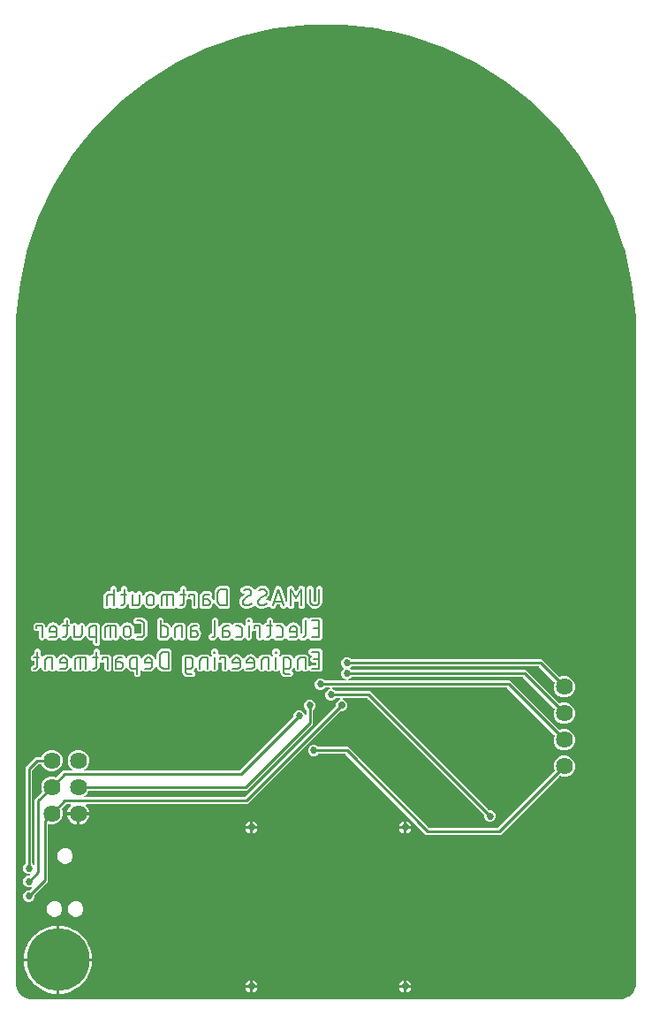
<source format=gbl>
G04 EAGLE Gerber RS-274X export*
G75*
%MOMM*%
%FSLAX34Y34*%
%LPD*%
%INBottom Copper*%
%IPPOS*%
%AMOC8*
5,1,8,0,0,1.08239X$1,22.5*%
G01*
%ADD10C,0.203200*%
%ADD11C,1.625600*%
%ADD12C,0.704800*%
%ADD13C,6.016000*%
%ADD14C,0.685800*%
%ADD15C,0.254000*%

G36*
X580976Y2545D02*
X580976Y2545D01*
X581025Y2544D01*
X584097Y2847D01*
X584124Y2854D01*
X584152Y2855D01*
X584314Y2901D01*
X589990Y5253D01*
X590046Y5287D01*
X590106Y5313D01*
X590171Y5365D01*
X590199Y5382D01*
X590212Y5397D01*
X590237Y5418D01*
X594582Y9763D01*
X594620Y9816D01*
X594666Y9863D01*
X594707Y9936D01*
X594726Y9962D01*
X594731Y9981D01*
X594747Y10010D01*
X597099Y15686D01*
X597105Y15714D01*
X597118Y15739D01*
X597153Y15903D01*
X597456Y18975D01*
X597454Y19002D01*
X597459Y19050D01*
X597459Y640000D01*
X597458Y640008D01*
X597459Y640021D01*
X596992Y656657D01*
X596988Y656680D01*
X596988Y656721D01*
X593262Y689784D01*
X593255Y689812D01*
X593248Y689868D01*
X585844Y722306D01*
X585834Y722333D01*
X585821Y722388D01*
X574832Y753793D01*
X574818Y753818D01*
X574799Y753872D01*
X560363Y783849D01*
X560346Y783873D01*
X560322Y783923D01*
X542620Y812096D01*
X542601Y812117D01*
X542570Y812165D01*
X521826Y838178D01*
X521804Y838198D01*
X521769Y838242D01*
X498242Y861769D01*
X498218Y861786D01*
X498178Y861826D01*
X472165Y882570D01*
X472140Y882585D01*
X472096Y882620D01*
X443923Y900322D01*
X443897Y900333D01*
X443849Y900363D01*
X413872Y914799D01*
X413844Y914807D01*
X413793Y914832D01*
X382388Y925821D01*
X382359Y925826D01*
X382306Y925844D01*
X381981Y925918D01*
X381981Y925919D01*
X378646Y926680D01*
X375311Y927441D01*
X371976Y928202D01*
X368640Y928963D01*
X368640Y928964D01*
X365305Y929725D01*
X361970Y930486D01*
X358635Y931247D01*
X355299Y932008D01*
X355299Y932009D01*
X351964Y932770D01*
X349868Y933248D01*
X349839Y933250D01*
X349784Y933262D01*
X316721Y936988D01*
X316692Y936986D01*
X316636Y936993D01*
X283364Y936993D01*
X283335Y936988D01*
X283279Y936988D01*
X250216Y933262D01*
X250188Y933255D01*
X250132Y933248D01*
X217694Y925844D01*
X217667Y925834D01*
X217612Y925821D01*
X186207Y914832D01*
X186182Y914818D01*
X186128Y914799D01*
X156151Y900363D01*
X156127Y900346D01*
X156077Y900322D01*
X127904Y882620D01*
X127882Y882601D01*
X127835Y882570D01*
X101822Y861826D01*
X101815Y861818D01*
X101805Y861812D01*
X101790Y861794D01*
X101758Y861769D01*
X78231Y838242D01*
X78214Y838218D01*
X78174Y838178D01*
X57430Y812165D01*
X57415Y812140D01*
X57380Y812096D01*
X39678Y783923D01*
X39667Y783897D01*
X39637Y783849D01*
X25201Y753872D01*
X25193Y753844D01*
X25168Y753793D01*
X14179Y722388D01*
X14174Y722359D01*
X14156Y722306D01*
X6752Y689868D01*
X6750Y689839D01*
X6738Y689784D01*
X3012Y656721D01*
X3013Y656698D01*
X3008Y656657D01*
X2541Y640021D01*
X2542Y640013D01*
X2541Y640000D01*
X2541Y19050D01*
X2545Y19024D01*
X2544Y18975D01*
X2847Y15903D01*
X2854Y15876D01*
X2855Y15848D01*
X2901Y15686D01*
X5253Y10010D01*
X5287Y9954D01*
X5313Y9894D01*
X5365Y9829D01*
X5382Y9801D01*
X5397Y9788D01*
X5418Y9763D01*
X9763Y5418D01*
X9816Y5380D01*
X9863Y5334D01*
X9936Y5293D01*
X9962Y5274D01*
X9981Y5269D01*
X10010Y5253D01*
X15686Y2901D01*
X15714Y2895D01*
X15739Y2882D01*
X15903Y2847D01*
X18975Y2544D01*
X19002Y2546D01*
X19050Y2541D01*
X580950Y2541D01*
X580976Y2545D01*
G37*
%LPC*%
G36*
X14150Y96120D02*
X14150Y96120D01*
X12136Y96955D01*
X10595Y98496D01*
X9760Y100510D01*
X9760Y102690D01*
X10595Y104704D01*
X12136Y106245D01*
X14150Y107080D01*
X15708Y107080D01*
X15798Y107094D01*
X15889Y107102D01*
X15919Y107114D01*
X15951Y107119D01*
X16031Y107162D01*
X16115Y107198D01*
X16148Y107224D01*
X16168Y107235D01*
X16190Y107258D01*
X16246Y107303D01*
X18240Y109296D01*
X18297Y109375D01*
X18359Y109450D01*
X18368Y109475D01*
X18384Y109496D01*
X18412Y109589D01*
X18447Y109680D01*
X18448Y109706D01*
X18456Y109731D01*
X18453Y109828D01*
X18457Y109926D01*
X18450Y109951D01*
X18450Y109977D01*
X18416Y110068D01*
X18389Y110162D01*
X18374Y110183D01*
X18365Y110208D01*
X18304Y110284D01*
X18249Y110364D01*
X18228Y110379D01*
X18211Y110400D01*
X18129Y110453D01*
X18051Y110511D01*
X18026Y110519D01*
X18004Y110533D01*
X17910Y110557D01*
X17817Y110587D01*
X17791Y110587D01*
X17766Y110593D01*
X17669Y110585D01*
X17571Y110585D01*
X17540Y110575D01*
X17521Y110574D01*
X17490Y110561D01*
X17410Y110538D01*
X16330Y110090D01*
X14150Y110090D01*
X12136Y110925D01*
X10595Y112466D01*
X9760Y114480D01*
X9760Y116660D01*
X10595Y118674D01*
X12136Y120215D01*
X14150Y121050D01*
X15708Y121050D01*
X15798Y121064D01*
X15889Y121072D01*
X15919Y121084D01*
X15951Y121089D01*
X16031Y121132D01*
X16115Y121168D01*
X16148Y121194D01*
X16168Y121205D01*
X16190Y121228D01*
X16246Y121273D01*
X16464Y121491D01*
X16506Y121549D01*
X16556Y121601D01*
X16578Y121648D01*
X16608Y121690D01*
X16629Y121759D01*
X16659Y121824D01*
X16665Y121876D01*
X16680Y121925D01*
X16679Y121997D01*
X16686Y122068D01*
X16675Y122119D01*
X16674Y122171D01*
X16649Y122239D01*
X16634Y122309D01*
X16607Y122354D01*
X16590Y122402D01*
X16545Y122458D01*
X16508Y122520D01*
X16468Y122554D01*
X16436Y122594D01*
X16376Y122633D01*
X16321Y122680D01*
X16273Y122699D01*
X16229Y122727D01*
X16160Y122745D01*
X16093Y122772D01*
X16022Y122780D01*
X15991Y122788D01*
X15967Y122786D01*
X15926Y122790D01*
X14150Y122790D01*
X12136Y123625D01*
X10595Y125166D01*
X9760Y127180D01*
X9760Y129360D01*
X10595Y131374D01*
X11696Y132476D01*
X11749Y132550D01*
X11809Y132619D01*
X11821Y132649D01*
X11840Y132676D01*
X11867Y132763D01*
X11901Y132847D01*
X11905Y132888D01*
X11912Y132911D01*
X11911Y132943D01*
X11919Y133014D01*
X11919Y224896D01*
X21934Y234911D01*
X27149Y234911D01*
X27264Y234930D01*
X27380Y234947D01*
X27386Y234949D01*
X27392Y234950D01*
X27495Y235005D01*
X27600Y235058D01*
X27604Y235063D01*
X27610Y235066D01*
X27689Y235150D01*
X27772Y235234D01*
X27776Y235240D01*
X27779Y235244D01*
X27787Y235261D01*
X27853Y235381D01*
X28671Y237356D01*
X31534Y240219D01*
X35275Y241769D01*
X39325Y241769D01*
X43066Y240219D01*
X45929Y237356D01*
X47479Y233615D01*
X47479Y229565D01*
X45929Y225824D01*
X43066Y222961D01*
X39325Y221411D01*
X35275Y221411D01*
X31534Y222961D01*
X28671Y225824D01*
X27853Y227799D01*
X27791Y227899D01*
X27731Y227999D01*
X27726Y228003D01*
X27723Y228008D01*
X27633Y228083D01*
X27544Y228159D01*
X27538Y228161D01*
X27534Y228165D01*
X27425Y228207D01*
X27316Y228251D01*
X27309Y228252D01*
X27304Y228253D01*
X27286Y228254D01*
X27149Y228269D01*
X25001Y228269D01*
X24911Y228255D01*
X24820Y228247D01*
X24790Y228235D01*
X24758Y228230D01*
X24677Y228187D01*
X24594Y228151D01*
X24561Y228125D01*
X24541Y228114D01*
X24519Y228091D01*
X24463Y228046D01*
X18784Y222367D01*
X18731Y222294D01*
X18671Y222224D01*
X18659Y222194D01*
X18640Y222168D01*
X18613Y222081D01*
X18579Y221996D01*
X18575Y221955D01*
X18568Y221933D01*
X18569Y221900D01*
X18561Y221829D01*
X18561Y133014D01*
X18575Y132924D01*
X18583Y132833D01*
X18595Y132803D01*
X18600Y132771D01*
X18643Y132691D01*
X18679Y132607D01*
X18705Y132575D01*
X18716Y132554D01*
X18739Y132532D01*
X18784Y132476D01*
X19510Y131750D01*
X19568Y131708D01*
X19620Y131659D01*
X19667Y131637D01*
X19709Y131606D01*
X19778Y131585D01*
X19843Y131555D01*
X19895Y131549D01*
X19945Y131534D01*
X20016Y131536D01*
X20087Y131528D01*
X20138Y131539D01*
X20190Y131540D01*
X20258Y131565D01*
X20328Y131580D01*
X20373Y131607D01*
X20421Y131625D01*
X20477Y131670D01*
X20539Y131706D01*
X20573Y131746D01*
X20613Y131778D01*
X20652Y131839D01*
X20699Y131893D01*
X20718Y131942D01*
X20746Y131985D01*
X20764Y132055D01*
X20791Y132121D01*
X20799Y132193D01*
X20807Y132224D01*
X20805Y132247D01*
X20809Y132288D01*
X20809Y194416D01*
X27769Y201375D01*
X27836Y201469D01*
X27906Y201563D01*
X27908Y201569D01*
X27912Y201574D01*
X27946Y201686D01*
X27983Y201797D01*
X27983Y201804D01*
X27984Y201810D01*
X27981Y201926D01*
X27980Y202043D01*
X27978Y202050D01*
X27978Y202055D01*
X27972Y202073D01*
X27934Y202204D01*
X27121Y204165D01*
X27121Y208215D01*
X28671Y211956D01*
X31534Y214819D01*
X35275Y216369D01*
X39325Y216369D01*
X41300Y215551D01*
X41413Y215524D01*
X41527Y215495D01*
X41533Y215496D01*
X41539Y215494D01*
X41656Y215505D01*
X41772Y215515D01*
X41778Y215517D01*
X41784Y215518D01*
X41892Y215565D01*
X41998Y215611D01*
X42004Y215615D01*
X42009Y215618D01*
X42023Y215630D01*
X42129Y215716D01*
X48174Y221761D01*
X56297Y221761D01*
X56367Y221772D01*
X56439Y221774D01*
X56488Y221792D01*
X56539Y221800D01*
X56603Y221834D01*
X56670Y221859D01*
X56711Y221891D01*
X56757Y221916D01*
X56806Y221968D01*
X56862Y222012D01*
X56890Y222056D01*
X56926Y222094D01*
X56956Y222159D01*
X56995Y222219D01*
X57008Y222270D01*
X57030Y222317D01*
X57038Y222388D01*
X57055Y222458D01*
X57051Y222510D01*
X57057Y222561D01*
X57042Y222632D01*
X57036Y222703D01*
X57016Y222751D01*
X57005Y222802D01*
X56968Y222863D01*
X56940Y222929D01*
X56895Y222985D01*
X56878Y223013D01*
X56862Y223027D01*
X56858Y223033D01*
X56853Y223037D01*
X56835Y223060D01*
X54071Y225824D01*
X52521Y229565D01*
X52521Y233615D01*
X54071Y237356D01*
X56934Y240219D01*
X60675Y241769D01*
X64725Y241769D01*
X68466Y240219D01*
X71329Y237356D01*
X72879Y233615D01*
X72879Y229565D01*
X71329Y225824D01*
X68565Y223060D01*
X68523Y223002D01*
X68474Y222950D01*
X68452Y222903D01*
X68422Y222861D01*
X68401Y222792D01*
X68370Y222727D01*
X68365Y222675D01*
X68349Y222625D01*
X68351Y222554D01*
X68343Y222483D01*
X68354Y222432D01*
X68356Y222380D01*
X68380Y222312D01*
X68395Y222242D01*
X68422Y222197D01*
X68440Y222149D01*
X68485Y222093D01*
X68522Y222031D01*
X68561Y221997D01*
X68594Y221957D01*
X68654Y221918D01*
X68709Y221871D01*
X68757Y221852D01*
X68801Y221824D01*
X68870Y221806D01*
X68937Y221779D01*
X69008Y221771D01*
X69039Y221763D01*
X69063Y221765D01*
X69103Y221761D01*
X216749Y221761D01*
X216839Y221775D01*
X216930Y221783D01*
X216960Y221795D01*
X216992Y221800D01*
X217073Y221843D01*
X217157Y221879D01*
X217189Y221905D01*
X217209Y221916D01*
X217227Y221934D01*
X217229Y221936D01*
X217236Y221942D01*
X217287Y221984D01*
X268617Y273314D01*
X268670Y273387D01*
X268730Y273457D01*
X268742Y273487D01*
X268761Y273513D01*
X268788Y273600D01*
X268822Y273685D01*
X268826Y273726D01*
X268833Y273748D01*
X268832Y273781D01*
X268840Y273852D01*
X268840Y275410D01*
X269675Y277424D01*
X271216Y278965D01*
X273230Y279800D01*
X275410Y279800D01*
X277424Y278965D01*
X278965Y277424D01*
X279695Y275664D01*
X279746Y275580D01*
X279792Y275495D01*
X279810Y275477D01*
X279824Y275454D01*
X279900Y275392D01*
X279970Y275325D01*
X279994Y275314D01*
X280014Y275298D01*
X280105Y275263D01*
X280193Y275222D01*
X280219Y275219D01*
X280243Y275209D01*
X280341Y275205D01*
X280437Y275195D01*
X280463Y275200D01*
X280489Y275199D01*
X280583Y275226D01*
X280678Y275247D01*
X280700Y275260D01*
X280725Y275268D01*
X280805Y275323D01*
X280889Y275373D01*
X280906Y275393D01*
X280927Y275408D01*
X280986Y275486D01*
X281049Y275560D01*
X281059Y275584D01*
X281074Y275605D01*
X281104Y275698D01*
X281141Y275788D01*
X281144Y275821D01*
X281150Y275839D01*
X281150Y275872D01*
X281159Y275955D01*
X281159Y279736D01*
X281145Y279826D01*
X281137Y279917D01*
X281125Y279947D01*
X281120Y279979D01*
X281077Y280059D01*
X281041Y280143D01*
X281015Y280175D01*
X281004Y280196D01*
X280981Y280218D01*
X280936Y280274D01*
X279835Y281376D01*
X279000Y283390D01*
X279000Y285570D01*
X279835Y287584D01*
X281376Y289125D01*
X283390Y289960D01*
X285570Y289960D01*
X287584Y289125D01*
X289125Y287584D01*
X289960Y285570D01*
X289960Y283390D01*
X289125Y281376D01*
X288024Y280274D01*
X287971Y280200D01*
X287911Y280131D01*
X287899Y280101D01*
X287880Y280074D01*
X287853Y279987D01*
X287819Y279903D01*
X287815Y279862D01*
X287808Y279839D01*
X287809Y279807D01*
X287801Y279736D01*
X287801Y266453D01*
X224217Y202869D01*
X72851Y202869D01*
X72736Y202850D01*
X72620Y202833D01*
X72614Y202831D01*
X72608Y202830D01*
X72505Y202775D01*
X72400Y202722D01*
X72396Y202717D01*
X72390Y202714D01*
X72311Y202630D01*
X72228Y202546D01*
X72224Y202540D01*
X72221Y202536D01*
X72213Y202519D01*
X72147Y202399D01*
X71329Y200424D01*
X68565Y197660D01*
X68523Y197602D01*
X68474Y197550D01*
X68452Y197503D01*
X68422Y197461D01*
X68401Y197392D01*
X68370Y197327D01*
X68365Y197275D01*
X68349Y197225D01*
X68351Y197154D01*
X68343Y197083D01*
X68354Y197032D01*
X68356Y196980D01*
X68380Y196912D01*
X68395Y196842D01*
X68422Y196797D01*
X68440Y196749D01*
X68485Y196693D01*
X68522Y196631D01*
X68561Y196597D01*
X68594Y196557D01*
X68654Y196518D01*
X68709Y196471D01*
X68757Y196452D01*
X68801Y196424D01*
X68870Y196406D01*
X68937Y196379D01*
X69008Y196371D01*
X69039Y196363D01*
X69063Y196365D01*
X69103Y196361D01*
X221829Y196361D01*
X221919Y196375D01*
X222010Y196383D01*
X222040Y196395D01*
X222072Y196400D01*
X222153Y196443D01*
X222236Y196479D01*
X222269Y196505D01*
X222289Y196516D01*
X222311Y196539D01*
X222367Y196584D01*
X309162Y283379D01*
X309215Y283452D01*
X309275Y283522D01*
X309287Y283552D01*
X309306Y283578D01*
X309333Y283665D01*
X309367Y283750D01*
X309371Y283791D01*
X309378Y283813D01*
X309377Y283846D01*
X309385Y283917D01*
X309385Y285589D01*
X310234Y287638D01*
X311802Y289206D01*
X313368Y289855D01*
X313451Y289906D01*
X313537Y289952D01*
X313555Y289970D01*
X313577Y289984D01*
X313640Y290060D01*
X313706Y290130D01*
X313717Y290154D01*
X313734Y290174D01*
X313769Y290265D01*
X313810Y290353D01*
X313813Y290379D01*
X313822Y290403D01*
X313826Y290501D01*
X313837Y290597D01*
X313832Y290623D01*
X313833Y290649D01*
X313806Y290743D01*
X313785Y290838D01*
X313771Y290860D01*
X313764Y290885D01*
X313709Y290965D01*
X313659Y291049D01*
X313639Y291066D01*
X313624Y291087D01*
X313546Y291146D01*
X313472Y291209D01*
X313448Y291219D01*
X313427Y291234D01*
X313334Y291264D01*
X313244Y291301D01*
X313211Y291304D01*
X313193Y291310D01*
X313160Y291310D01*
X313077Y291319D01*
X309544Y291319D01*
X309454Y291305D01*
X309363Y291297D01*
X309333Y291285D01*
X309301Y291280D01*
X309221Y291237D01*
X309137Y291201D01*
X309105Y291175D01*
X309084Y291164D01*
X309062Y291141D01*
X309006Y291096D01*
X307904Y289995D01*
X305890Y289160D01*
X303710Y289160D01*
X301696Y289995D01*
X300155Y291536D01*
X299320Y293550D01*
X299320Y295730D01*
X300155Y297744D01*
X301696Y299285D01*
X303457Y300015D01*
X303540Y300066D01*
X303625Y300112D01*
X303643Y300130D01*
X303666Y300144D01*
X303728Y300220D01*
X303795Y300290D01*
X303806Y300314D01*
X303822Y300334D01*
X303857Y300425D01*
X303898Y300513D01*
X303901Y300539D01*
X303911Y300563D01*
X303915Y300661D01*
X303925Y300757D01*
X303920Y300783D01*
X303921Y300809D01*
X303894Y300903D01*
X303873Y300998D01*
X303860Y301020D01*
X303852Y301045D01*
X303797Y301125D01*
X303747Y301209D01*
X303727Y301226D01*
X303712Y301247D01*
X303634Y301306D01*
X303560Y301369D01*
X303536Y301379D01*
X303515Y301394D01*
X303422Y301424D01*
X303332Y301461D01*
X303299Y301464D01*
X303281Y301470D01*
X303248Y301470D01*
X303165Y301479D01*
X299384Y301479D01*
X299294Y301465D01*
X299203Y301457D01*
X299173Y301445D01*
X299141Y301440D01*
X299061Y301397D01*
X298977Y301361D01*
X298945Y301335D01*
X298924Y301324D01*
X298902Y301301D01*
X298846Y301256D01*
X297744Y300155D01*
X295730Y299320D01*
X293550Y299320D01*
X291536Y300155D01*
X289995Y301696D01*
X289160Y303710D01*
X289160Y305890D01*
X289995Y307904D01*
X291536Y309445D01*
X293550Y310280D01*
X295730Y310280D01*
X297744Y309445D01*
X298846Y308344D01*
X298920Y308291D01*
X298989Y308231D01*
X299019Y308219D01*
X299046Y308200D01*
X299133Y308173D01*
X299217Y308139D01*
X299258Y308135D01*
X299281Y308128D01*
X299313Y308129D01*
X299384Y308121D01*
X318405Y308121D01*
X318501Y308136D01*
X318598Y308146D01*
X318622Y308156D01*
X318648Y308160D01*
X318734Y308206D01*
X318823Y308246D01*
X318842Y308263D01*
X318865Y308276D01*
X318932Y308346D01*
X319004Y308412D01*
X319017Y308435D01*
X319035Y308454D01*
X319076Y308542D01*
X319123Y308628D01*
X319127Y308653D01*
X319138Y308677D01*
X319149Y308774D01*
X319166Y308870D01*
X319163Y308896D01*
X319165Y308921D01*
X319145Y309017D01*
X319131Y309113D01*
X319119Y309136D01*
X319113Y309162D01*
X319063Y309245D01*
X319019Y309332D01*
X319000Y309351D01*
X318987Y309373D01*
X318913Y309436D01*
X318843Y309504D01*
X318815Y309520D01*
X318800Y309533D01*
X318769Y309545D01*
X318697Y309585D01*
X316936Y310315D01*
X315395Y311856D01*
X314560Y313870D01*
X314560Y316050D01*
X315395Y318064D01*
X316832Y319502D01*
X316844Y319518D01*
X316859Y319530D01*
X316916Y319618D01*
X316976Y319701D01*
X316982Y319720D01*
X316992Y319737D01*
X317018Y319838D01*
X317048Y319937D01*
X317048Y319956D01*
X317052Y319976D01*
X317044Y320079D01*
X317042Y320182D01*
X317035Y320201D01*
X317033Y320221D01*
X316993Y320316D01*
X316957Y320413D01*
X316945Y320429D01*
X316937Y320447D01*
X316832Y320578D01*
X315395Y322016D01*
X314560Y324030D01*
X314560Y326210D01*
X315395Y328224D01*
X316936Y329765D01*
X318950Y330600D01*
X321130Y330600D01*
X323144Y329765D01*
X324246Y328664D01*
X324320Y328611D01*
X324389Y328551D01*
X324419Y328539D01*
X324446Y328520D01*
X324533Y328493D01*
X324617Y328459D01*
X324658Y328455D01*
X324681Y328448D01*
X324713Y328449D01*
X324784Y328441D01*
X506836Y328441D01*
X523491Y311786D01*
X523585Y311718D01*
X523679Y311648D01*
X523685Y311646D01*
X523690Y311642D01*
X523801Y311608D01*
X523913Y311572D01*
X523919Y311572D01*
X523925Y311570D01*
X524042Y311573D01*
X524159Y311574D01*
X524166Y311576D01*
X524171Y311576D01*
X524189Y311583D01*
X524320Y311621D01*
X526295Y312439D01*
X530345Y312439D01*
X534086Y310889D01*
X536949Y308026D01*
X538499Y304285D01*
X538499Y300235D01*
X536949Y296494D01*
X534086Y293631D01*
X530345Y292081D01*
X526295Y292081D01*
X522554Y293631D01*
X519691Y296494D01*
X518141Y300235D01*
X518141Y304285D01*
X518959Y306260D01*
X518986Y306373D01*
X519015Y306487D01*
X519014Y306493D01*
X519016Y306499D01*
X519005Y306616D01*
X518995Y306732D01*
X518993Y306738D01*
X518992Y306744D01*
X518945Y306852D01*
X518899Y306958D01*
X518895Y306964D01*
X518892Y306969D01*
X518880Y306983D01*
X518794Y307089D01*
X504307Y321576D01*
X504234Y321629D01*
X504164Y321689D01*
X504134Y321701D01*
X504108Y321720D01*
X504021Y321747D01*
X503936Y321781D01*
X503895Y321785D01*
X503873Y321792D01*
X503840Y321791D01*
X503769Y321799D01*
X324784Y321799D01*
X324694Y321785D01*
X324603Y321777D01*
X324573Y321765D01*
X324541Y321760D01*
X324461Y321717D01*
X324377Y321681D01*
X324345Y321655D01*
X324324Y321644D01*
X324302Y321621D01*
X324246Y321576D01*
X323248Y320578D01*
X323236Y320562D01*
X323221Y320550D01*
X323165Y320462D01*
X323104Y320379D01*
X323098Y320360D01*
X323088Y320343D01*
X323062Y320242D01*
X323032Y320143D01*
X323032Y320124D01*
X323028Y320104D01*
X323036Y320001D01*
X323038Y319898D01*
X323045Y319879D01*
X323047Y319859D01*
X323087Y319764D01*
X323123Y319667D01*
X323135Y319651D01*
X323143Y319633D01*
X323248Y319502D01*
X324246Y318504D01*
X324320Y318451D01*
X324389Y318391D01*
X324419Y318379D01*
X324446Y318360D01*
X324533Y318333D01*
X324617Y318299D01*
X324658Y318295D01*
X324681Y318288D01*
X324713Y318289D01*
X324784Y318281D01*
X491596Y318281D01*
X523491Y286386D01*
X523585Y286318D01*
X523679Y286248D01*
X523685Y286246D01*
X523690Y286242D01*
X523801Y286208D01*
X523913Y286172D01*
X523919Y286172D01*
X523925Y286170D01*
X524042Y286173D01*
X524159Y286174D01*
X524166Y286176D01*
X524171Y286176D01*
X524189Y286183D01*
X524320Y286221D01*
X526295Y287039D01*
X530345Y287039D01*
X534086Y285489D01*
X536949Y282626D01*
X538499Y278885D01*
X538499Y274835D01*
X536949Y271094D01*
X534086Y268231D01*
X530345Y266681D01*
X526295Y266681D01*
X522554Y268231D01*
X519691Y271094D01*
X518141Y274835D01*
X518141Y278885D01*
X518959Y280860D01*
X518981Y280950D01*
X518982Y280953D01*
X518983Y280960D01*
X518986Y280973D01*
X519015Y281087D01*
X519014Y281093D01*
X519016Y281099D01*
X519008Y281184D01*
X519009Y281198D01*
X519004Y281221D01*
X518995Y281332D01*
X518993Y281338D01*
X518992Y281344D01*
X518963Y281411D01*
X518957Y281438D01*
X518934Y281476D01*
X518899Y281558D01*
X518895Y281564D01*
X518892Y281569D01*
X518880Y281583D01*
X518843Y281628D01*
X518831Y281649D01*
X518817Y281661D01*
X518794Y281689D01*
X489067Y311416D01*
X488994Y311469D01*
X488924Y311529D01*
X488894Y311541D01*
X488868Y311560D01*
X488781Y311587D01*
X488696Y311621D01*
X488655Y311625D01*
X488633Y311632D01*
X488600Y311631D01*
X488529Y311639D01*
X324784Y311639D01*
X324694Y311625D01*
X324603Y311617D01*
X324573Y311605D01*
X324541Y311600D01*
X324461Y311557D01*
X324377Y311521D01*
X324345Y311495D01*
X324324Y311484D01*
X324302Y311461D01*
X324246Y311416D01*
X323144Y310315D01*
X321383Y309585D01*
X321300Y309534D01*
X321215Y309488D01*
X321197Y309470D01*
X321174Y309456D01*
X321112Y309380D01*
X321045Y309310D01*
X321034Y309286D01*
X321018Y309266D01*
X320983Y309175D01*
X320942Y309087D01*
X320939Y309061D01*
X320929Y309037D01*
X320925Y308939D01*
X320915Y308843D01*
X320920Y308817D01*
X320919Y308791D01*
X320946Y308697D01*
X320967Y308602D01*
X320980Y308580D01*
X320988Y308555D01*
X321043Y308475D01*
X321093Y308391D01*
X321113Y308374D01*
X321128Y308353D01*
X321206Y308294D01*
X321280Y308231D01*
X321304Y308221D01*
X321325Y308206D01*
X321418Y308176D01*
X321508Y308139D01*
X321541Y308136D01*
X321559Y308130D01*
X321592Y308130D01*
X321675Y308121D01*
X476356Y308121D01*
X523491Y260986D01*
X523585Y260918D01*
X523679Y260848D01*
X523685Y260846D01*
X523690Y260842D01*
X523801Y260808D01*
X523913Y260772D01*
X523919Y260772D01*
X523925Y260770D01*
X524042Y260773D01*
X524159Y260774D01*
X524166Y260776D01*
X524171Y260776D01*
X524189Y260783D01*
X524320Y260821D01*
X526295Y261639D01*
X530345Y261639D01*
X534086Y260089D01*
X536949Y257226D01*
X538499Y253485D01*
X538499Y249435D01*
X536949Y245694D01*
X534086Y242831D01*
X530345Y241281D01*
X526295Y241281D01*
X522554Y242831D01*
X519691Y245694D01*
X518141Y249435D01*
X518141Y253485D01*
X518959Y255460D01*
X518986Y255573D01*
X519015Y255687D01*
X519014Y255693D01*
X519016Y255699D01*
X519005Y255816D01*
X518995Y255932D01*
X518993Y255938D01*
X518992Y255944D01*
X518945Y256052D01*
X518899Y256158D01*
X518895Y256164D01*
X518892Y256169D01*
X518880Y256183D01*
X518794Y256289D01*
X473827Y301256D01*
X473754Y301309D01*
X473684Y301369D01*
X473654Y301381D01*
X473628Y301400D01*
X473541Y301427D01*
X473456Y301461D01*
X473415Y301465D01*
X473393Y301472D01*
X473360Y301471D01*
X473289Y301479D01*
X306435Y301479D01*
X306339Y301464D01*
X306242Y301454D01*
X306218Y301444D01*
X306192Y301440D01*
X306106Y301394D01*
X306017Y301354D01*
X305998Y301337D01*
X305975Y301324D01*
X305908Y301254D01*
X305836Y301188D01*
X305823Y301165D01*
X305805Y301146D01*
X305764Y301058D01*
X305717Y300972D01*
X305713Y300947D01*
X305702Y300923D01*
X305691Y300826D01*
X305674Y300730D01*
X305677Y300704D01*
X305675Y300679D01*
X305695Y300583D01*
X305709Y300487D01*
X305721Y300464D01*
X305727Y300438D01*
X305777Y300355D01*
X305821Y300268D01*
X305840Y300249D01*
X305853Y300227D01*
X305927Y300164D01*
X305997Y300096D01*
X306025Y300080D01*
X306040Y300067D01*
X306071Y300055D01*
X306143Y300015D01*
X307904Y299285D01*
X309006Y298184D01*
X309080Y298131D01*
X309149Y298071D01*
X309179Y298059D01*
X309206Y298040D01*
X309293Y298013D01*
X309377Y297979D01*
X309418Y297975D01*
X309441Y297968D01*
X309473Y297969D01*
X309544Y297961D01*
X342396Y297961D01*
X456194Y184163D01*
X456267Y184110D01*
X456337Y184050D01*
X456367Y184038D01*
X456393Y184019D01*
X456480Y183992D01*
X456565Y183958D01*
X456606Y183954D01*
X456628Y183947D01*
X456661Y183948D01*
X456732Y183940D01*
X458290Y183940D01*
X460304Y183105D01*
X461845Y181564D01*
X462680Y179550D01*
X462680Y177370D01*
X461845Y175356D01*
X460304Y173815D01*
X458290Y172980D01*
X456110Y172980D01*
X454096Y173815D01*
X452555Y175356D01*
X451720Y177370D01*
X451720Y178928D01*
X451706Y179018D01*
X451698Y179109D01*
X451686Y179139D01*
X451681Y179171D01*
X451638Y179252D01*
X451602Y179335D01*
X451576Y179368D01*
X451565Y179388D01*
X451542Y179410D01*
X451497Y179466D01*
X339867Y291096D01*
X339794Y291149D01*
X339724Y291209D01*
X339694Y291221D01*
X339668Y291240D01*
X339581Y291267D01*
X339496Y291301D01*
X339455Y291305D01*
X339433Y291312D01*
X339400Y291311D01*
X339329Y291319D01*
X316843Y291319D01*
X316747Y291304D01*
X316650Y291294D01*
X316626Y291284D01*
X316600Y291280D01*
X316514Y291234D01*
X316425Y291194D01*
X316406Y291177D01*
X316383Y291164D01*
X316316Y291094D01*
X316244Y291028D01*
X316232Y291005D01*
X316214Y290986D01*
X316173Y290898D01*
X316126Y290812D01*
X316121Y290787D01*
X316110Y290763D01*
X316099Y290666D01*
X316082Y290570D01*
X316086Y290544D01*
X316083Y290519D01*
X316104Y290423D01*
X316118Y290327D01*
X316130Y290304D01*
X316135Y290278D01*
X316185Y290195D01*
X316229Y290108D01*
X316248Y290089D01*
X316261Y290067D01*
X316335Y290004D01*
X316405Y289936D01*
X316433Y289920D01*
X316448Y289907D01*
X316479Y289895D01*
X316552Y289855D01*
X318118Y289206D01*
X319686Y287638D01*
X320535Y285589D01*
X320535Y283371D01*
X319686Y281322D01*
X318118Y279754D01*
X316069Y278905D01*
X314397Y278905D01*
X314307Y278891D01*
X314216Y278883D01*
X314186Y278871D01*
X314154Y278866D01*
X314073Y278823D01*
X313990Y278787D01*
X313957Y278761D01*
X313937Y278750D01*
X313915Y278727D01*
X313859Y278682D01*
X224896Y189719D01*
X70696Y189719D01*
X70626Y189708D01*
X70554Y189706D01*
X70505Y189688D01*
X70454Y189680D01*
X70390Y189646D01*
X70323Y189621D01*
X70282Y189589D01*
X70236Y189564D01*
X70187Y189512D01*
X70131Y189468D01*
X70103Y189424D01*
X70067Y189386D01*
X70037Y189321D01*
X69998Y189261D01*
X69985Y189210D01*
X69963Y189163D01*
X69955Y189092D01*
X69938Y189022D01*
X69942Y188970D01*
X69936Y188919D01*
X69951Y188848D01*
X69957Y188777D01*
X69977Y188729D01*
X69988Y188678D01*
X70025Y188617D01*
X70053Y188551D01*
X70098Y188495D01*
X70115Y188467D01*
X70132Y188452D01*
X70158Y188420D01*
X70838Y187740D01*
X71825Y186382D01*
X72587Y184885D01*
X73106Y183288D01*
X73260Y182313D01*
X63462Y182313D01*
X63442Y182310D01*
X63423Y182312D01*
X63321Y182290D01*
X63219Y182273D01*
X63202Y182264D01*
X63182Y182260D01*
X63093Y182207D01*
X63002Y182158D01*
X62988Y182144D01*
X62971Y182134D01*
X62904Y182055D01*
X62833Y181980D01*
X62824Y181962D01*
X62811Y181947D01*
X62773Y181851D01*
X62729Y181757D01*
X62727Y181737D01*
X62719Y181719D01*
X62701Y181552D01*
X62701Y180789D01*
X62699Y180789D01*
X62699Y181552D01*
X62696Y181572D01*
X62698Y181591D01*
X62676Y181692D01*
X62659Y181795D01*
X62650Y181812D01*
X62646Y181832D01*
X62593Y181921D01*
X62544Y182012D01*
X62530Y182026D01*
X62520Y182043D01*
X62441Y182110D01*
X62366Y182181D01*
X62348Y182190D01*
X62333Y182203D01*
X62237Y182242D01*
X62143Y182285D01*
X62123Y182287D01*
X62105Y182295D01*
X61938Y182313D01*
X52140Y182313D01*
X52294Y183288D01*
X52813Y184885D01*
X53575Y186382D01*
X54562Y187740D01*
X55242Y188420D01*
X55284Y188478D01*
X55333Y188530D01*
X55355Y188577D01*
X55385Y188619D01*
X55407Y188688D01*
X55437Y188753D01*
X55442Y188805D01*
X55458Y188855D01*
X55456Y188926D01*
X55464Y188997D01*
X55453Y189048D01*
X55451Y189100D01*
X55427Y189168D01*
X55412Y189238D01*
X55385Y189283D01*
X55367Y189331D01*
X55322Y189387D01*
X55285Y189449D01*
X55246Y189483D01*
X55213Y189523D01*
X55153Y189562D01*
X55098Y189609D01*
X55050Y189628D01*
X55006Y189656D01*
X54937Y189674D01*
X54870Y189701D01*
X54799Y189709D01*
X54768Y189717D01*
X54745Y189715D01*
X54704Y189719D01*
X51241Y189719D01*
X51151Y189705D01*
X51060Y189697D01*
X51030Y189685D01*
X50998Y189680D01*
X50917Y189637D01*
X50834Y189601D01*
X50801Y189575D01*
X50781Y189564D01*
X50759Y189541D01*
X50703Y189496D01*
X46826Y185619D01*
X46758Y185525D01*
X46688Y185431D01*
X46686Y185425D01*
X46682Y185420D01*
X46648Y185307D01*
X46612Y185197D01*
X46612Y185191D01*
X46610Y185185D01*
X46613Y185068D01*
X46614Y184951D01*
X46616Y184944D01*
X46616Y184939D01*
X46623Y184921D01*
X46661Y184790D01*
X47479Y182815D01*
X47479Y178765D01*
X45929Y175024D01*
X43066Y172161D01*
X39325Y170611D01*
X35275Y170611D01*
X34853Y170786D01*
X34809Y170797D01*
X34767Y170816D01*
X34690Y170825D01*
X34614Y170842D01*
X34568Y170838D01*
X34523Y170843D01*
X34446Y170826D01*
X34369Y170819D01*
X34327Y170801D01*
X34282Y170791D01*
X34215Y170751D01*
X34144Y170719D01*
X34110Y170688D01*
X34071Y170665D01*
X34020Y170605D01*
X33963Y170553D01*
X33941Y170513D01*
X33911Y170478D01*
X33882Y170405D01*
X33845Y170337D01*
X33836Y170292D01*
X33819Y170250D01*
X33804Y170114D01*
X33801Y170095D01*
X33802Y170090D01*
X33801Y170083D01*
X33801Y115464D01*
X20943Y102606D01*
X20890Y102533D01*
X20830Y102463D01*
X20818Y102433D01*
X20799Y102407D01*
X20772Y102320D01*
X20738Y102235D01*
X20734Y102194D01*
X20727Y102172D01*
X20728Y102139D01*
X20720Y102068D01*
X20720Y100510D01*
X19885Y98496D01*
X18344Y96955D01*
X16330Y96120D01*
X14150Y96120D01*
G37*
%LPD*%
%LPC*%
G36*
X396134Y160509D02*
X396134Y160509D01*
X318887Y237756D01*
X318814Y237809D01*
X318744Y237869D01*
X318714Y237881D01*
X318688Y237900D01*
X318601Y237927D01*
X318516Y237961D01*
X318475Y237965D01*
X318453Y237972D01*
X318420Y237971D01*
X318349Y237979D01*
X293034Y237979D01*
X292944Y237965D01*
X292853Y237957D01*
X292823Y237945D01*
X292791Y237940D01*
X292711Y237897D01*
X292627Y237861D01*
X292595Y237835D01*
X292574Y237824D01*
X292552Y237801D01*
X292496Y237756D01*
X291394Y236655D01*
X289380Y235820D01*
X287200Y235820D01*
X285186Y236655D01*
X283645Y238196D01*
X282810Y240210D01*
X282810Y242390D01*
X283645Y244404D01*
X285186Y245945D01*
X287200Y246780D01*
X289380Y246780D01*
X291394Y245945D01*
X292496Y244844D01*
X292570Y244791D01*
X292639Y244731D01*
X292669Y244719D01*
X292696Y244700D01*
X292783Y244673D01*
X292867Y244639D01*
X292908Y244635D01*
X292931Y244628D01*
X292963Y244629D01*
X293034Y244621D01*
X321416Y244621D01*
X398663Y167374D01*
X398736Y167321D01*
X398806Y167261D01*
X398836Y167249D01*
X398862Y167230D01*
X398949Y167203D01*
X399034Y167169D01*
X399075Y167165D01*
X399097Y167158D01*
X399130Y167159D01*
X399201Y167151D01*
X464399Y167151D01*
X464489Y167165D01*
X464580Y167173D01*
X464610Y167185D01*
X464642Y167190D01*
X464723Y167233D01*
X464806Y167269D01*
X464839Y167295D01*
X464859Y167306D01*
X464881Y167329D01*
X464937Y167374D01*
X518794Y221231D01*
X518862Y221325D01*
X518932Y221419D01*
X518934Y221425D01*
X518938Y221430D01*
X518972Y221541D01*
X518981Y221568D01*
X518984Y221576D01*
X518985Y221581D01*
X519008Y221653D01*
X519008Y221659D01*
X519010Y221665D01*
X519007Y221781D01*
X519007Y221783D01*
X519011Y221820D01*
X519007Y221842D01*
X519006Y221899D01*
X519004Y221906D01*
X519004Y221911D01*
X518997Y221929D01*
X518959Y222060D01*
X518141Y224035D01*
X518141Y228085D01*
X519691Y231826D01*
X522554Y234689D01*
X526295Y236239D01*
X530345Y236239D01*
X534086Y234689D01*
X536949Y231826D01*
X538499Y228085D01*
X538499Y224035D01*
X536949Y220294D01*
X534086Y217431D01*
X530345Y215881D01*
X526295Y215881D01*
X524320Y216699D01*
X524207Y216726D01*
X524093Y216755D01*
X524087Y216754D01*
X524081Y216756D01*
X523964Y216745D01*
X523848Y216735D01*
X523842Y216733D01*
X523836Y216732D01*
X523728Y216685D01*
X523622Y216639D01*
X523616Y216635D01*
X523611Y216632D01*
X523597Y216620D01*
X523491Y216534D01*
X467466Y160509D01*
X396134Y160509D01*
G37*
%LPD*%
%LPC*%
G36*
X166547Y311569D02*
X166547Y311569D01*
X163906Y313094D01*
X162381Y315735D01*
X162381Y331654D01*
X164177Y333450D01*
X171347Y333450D01*
X173988Y331925D01*
X175278Y329692D01*
X175338Y329618D01*
X175393Y329540D01*
X175416Y329524D01*
X175434Y329502D01*
X175514Y329451D01*
X175591Y329395D01*
X175618Y329386D01*
X175642Y329371D01*
X175735Y329349D01*
X175825Y329320D01*
X175854Y329320D01*
X175881Y329314D01*
X175976Y329322D01*
X176071Y329323D01*
X176098Y329333D01*
X176126Y329335D01*
X176214Y329374D01*
X176303Y329405D01*
X176326Y329423D01*
X176351Y329434D01*
X176422Y329498D01*
X176497Y329557D01*
X176518Y329585D01*
X176533Y329599D01*
X176550Y329628D01*
X176596Y329692D01*
X177886Y331925D01*
X180527Y333450D01*
X187697Y333450D01*
X189349Y331798D01*
X189365Y331787D01*
X189378Y331771D01*
X189465Y331715D01*
X189549Y331655D01*
X189568Y331649D01*
X189585Y331638D01*
X189685Y331613D01*
X189784Y331582D01*
X189804Y331583D01*
X189823Y331578D01*
X189926Y331586D01*
X190030Y331589D01*
X190049Y331596D01*
X190068Y331597D01*
X190163Y331638D01*
X190261Y331673D01*
X190276Y331686D01*
X190295Y331694D01*
X190426Y331798D01*
X190441Y331814D01*
X190448Y331823D01*
X190453Y331827D01*
X190457Y331833D01*
X190468Y331843D01*
X190524Y331930D01*
X190585Y332014D01*
X190591Y332033D01*
X190601Y332049D01*
X190627Y332150D01*
X190657Y332249D01*
X190657Y332269D01*
X190661Y332288D01*
X190653Y332391D01*
X190651Y332495D01*
X190644Y332513D01*
X190642Y332533D01*
X190602Y332628D01*
X190566Y332726D01*
X190554Y332741D01*
X190546Y332760D01*
X190441Y332890D01*
X189844Y333488D01*
X189844Y336903D01*
X191640Y338700D01*
X195056Y338700D01*
X196852Y336903D01*
X196852Y334212D01*
X196855Y334192D01*
X196853Y334172D01*
X196875Y334071D01*
X196892Y333969D01*
X196901Y333951D01*
X196905Y333932D01*
X196959Y333843D01*
X197007Y333752D01*
X197021Y333738D01*
X197032Y333721D01*
X197110Y333653D01*
X197185Y333582D01*
X197203Y333574D01*
X197218Y333561D01*
X197315Y333522D01*
X197408Y333479D01*
X197428Y333476D01*
X197447Y333469D01*
X197613Y333450D01*
X204789Y333450D01*
X206586Y331654D01*
X206586Y329932D01*
X206587Y329925D01*
X206586Y329917D01*
X206607Y329802D01*
X206625Y329690D01*
X206629Y329683D01*
X206631Y329675D01*
X206687Y329574D01*
X206740Y329472D01*
X206746Y329467D01*
X206750Y329460D01*
X206835Y329382D01*
X206919Y329303D01*
X206926Y329299D01*
X206932Y329294D01*
X207037Y329248D01*
X207142Y329199D01*
X207150Y329198D01*
X207157Y329195D01*
X207272Y329185D01*
X207386Y329172D01*
X207394Y329174D01*
X207402Y329173D01*
X207514Y329200D01*
X207627Y329224D01*
X207634Y329229D01*
X207641Y329230D01*
X207739Y329291D01*
X207838Y329351D01*
X207843Y329357D01*
X207850Y329361D01*
X207963Y329485D01*
X210131Y332470D01*
X214190Y333788D01*
X218248Y332470D01*
X220347Y329580D01*
X220358Y329569D01*
X220366Y329555D01*
X220446Y329483D01*
X220522Y329407D01*
X220536Y329400D01*
X220548Y329389D01*
X220646Y329346D01*
X220743Y329299D01*
X220759Y329297D01*
X220773Y329290D01*
X220880Y329281D01*
X220987Y329267D01*
X221002Y329270D01*
X221018Y329268D01*
X221123Y329293D01*
X221228Y329314D01*
X221242Y329322D01*
X221257Y329326D01*
X221348Y329382D01*
X221442Y329436D01*
X221452Y329448D01*
X221466Y329456D01*
X221579Y329580D01*
X223678Y332470D01*
X227737Y333788D01*
X231795Y332470D01*
X234049Y329366D01*
X234089Y329327D01*
X234121Y329282D01*
X234176Y329241D01*
X234224Y329193D01*
X234274Y329169D01*
X234319Y329136D01*
X234384Y329115D01*
X234445Y329085D01*
X234500Y329078D01*
X234554Y329061D01*
X234622Y329062D01*
X234689Y329053D01*
X234744Y329064D01*
X234800Y329065D01*
X234864Y329087D01*
X234930Y329100D01*
X234979Y329128D01*
X235031Y329147D01*
X235085Y329188D01*
X235144Y329222D01*
X235181Y329264D01*
X235225Y329298D01*
X235287Y329383D01*
X235308Y329406D01*
X235313Y329417D01*
X235325Y329433D01*
X236763Y331925D01*
X239405Y333450D01*
X246575Y333450D01*
X248227Y331798D01*
X248243Y331787D01*
X248255Y331771D01*
X248343Y331715D01*
X248426Y331655D01*
X248445Y331649D01*
X248462Y331638D01*
X248563Y331613D01*
X248661Y331582D01*
X248681Y331583D01*
X248701Y331578D01*
X248804Y331586D01*
X248907Y331589D01*
X248926Y331596D01*
X248946Y331597D01*
X249041Y331638D01*
X249138Y331673D01*
X249154Y331686D01*
X249172Y331694D01*
X249303Y331798D01*
X249319Y331814D01*
X249325Y331823D01*
X249330Y331827D01*
X249334Y331833D01*
X249346Y331843D01*
X249402Y331930D01*
X249462Y332014D01*
X249468Y332033D01*
X249479Y332049D01*
X249504Y332150D01*
X249535Y332249D01*
X249534Y332269D01*
X249539Y332288D01*
X249531Y332391D01*
X249528Y332495D01*
X249521Y332513D01*
X249520Y332533D01*
X249479Y332628D01*
X249444Y332726D01*
X249431Y332741D01*
X249423Y332760D01*
X249319Y332890D01*
X248721Y333488D01*
X248721Y336903D01*
X250518Y338700D01*
X253933Y338700D01*
X255730Y336903D01*
X255730Y333488D01*
X255132Y332890D01*
X255121Y332874D01*
X255105Y332862D01*
X255049Y332774D01*
X254989Y332691D01*
X254983Y332672D01*
X254972Y332655D01*
X254947Y332554D01*
X254916Y332456D01*
X254917Y332436D01*
X254912Y332416D01*
X254920Y332313D01*
X254923Y332210D01*
X254930Y332191D01*
X254931Y332171D01*
X254971Y332076D01*
X255007Y331979D01*
X255020Y331963D01*
X255027Y331945D01*
X255132Y331814D01*
X255192Y331754D01*
X255208Y331743D01*
X255220Y331727D01*
X255308Y331671D01*
X255392Y331611D01*
X255411Y331605D01*
X255427Y331594D01*
X255528Y331569D01*
X255627Y331538D01*
X255647Y331539D01*
X255666Y331534D01*
X255769Y331542D01*
X255873Y331545D01*
X255891Y331552D01*
X255911Y331553D01*
X256006Y331594D01*
X256104Y331629D01*
X256119Y331642D01*
X256137Y331650D01*
X256268Y331754D01*
X257965Y333450D01*
X265134Y333450D01*
X267776Y331925D01*
X269065Y329692D01*
X269125Y329618D01*
X269180Y329540D01*
X269203Y329524D01*
X269221Y329502D01*
X269302Y329451D01*
X269378Y329395D01*
X269405Y329386D01*
X269429Y329371D01*
X269522Y329349D01*
X269613Y329320D01*
X269641Y329320D01*
X269668Y329314D01*
X269763Y329322D01*
X269859Y329323D01*
X269885Y329333D01*
X269913Y329335D01*
X270001Y329374D01*
X270091Y329405D01*
X270113Y329423D01*
X270139Y329434D01*
X270209Y329498D01*
X270284Y329557D01*
X270305Y329585D01*
X270321Y329599D01*
X270337Y329628D01*
X270384Y329692D01*
X271673Y331925D01*
X274314Y333450D01*
X281484Y333450D01*
X283281Y331654D01*
X283281Y322782D01*
X283292Y322711D01*
X283294Y322639D01*
X283312Y322590D01*
X283320Y322539D01*
X283354Y322476D01*
X283379Y322408D01*
X283411Y322368D01*
X283435Y322322D01*
X283487Y322272D01*
X283532Y322216D01*
X283576Y322188D01*
X283614Y322152D01*
X283679Y322122D01*
X283739Y322083D01*
X283790Y322070D01*
X283837Y322049D01*
X283908Y322041D01*
X283978Y322023D01*
X284030Y322027D01*
X284081Y322021D01*
X284151Y322037D01*
X284223Y322042D01*
X284271Y322063D01*
X284322Y322074D01*
X284383Y322111D01*
X284449Y322139D01*
X284505Y322183D01*
X284533Y322200D01*
X284548Y322218D01*
X284580Y322243D01*
X285289Y322952D01*
X289730Y322952D01*
X289750Y322955D01*
X289769Y322953D01*
X289871Y322975D01*
X289973Y322992D01*
X289990Y323001D01*
X290010Y323005D01*
X290099Y323058D01*
X290190Y323107D01*
X290204Y323121D01*
X290221Y323131D01*
X290288Y323210D01*
X290359Y323285D01*
X290368Y323303D01*
X290381Y323318D01*
X290420Y323414D01*
X290463Y323508D01*
X290465Y323528D01*
X290473Y323546D01*
X290491Y323713D01*
X290491Y324806D01*
X290488Y324826D01*
X290490Y324845D01*
X290468Y324947D01*
X290451Y325049D01*
X290442Y325066D01*
X290438Y325086D01*
X290385Y325175D01*
X290336Y325266D01*
X290322Y325280D01*
X290312Y325297D01*
X290233Y325364D01*
X290158Y325435D01*
X290140Y325444D01*
X290125Y325457D01*
X290029Y325496D01*
X289935Y325539D01*
X289915Y325541D01*
X289897Y325549D01*
X289730Y325567D01*
X287038Y325567D01*
X285242Y327364D01*
X285242Y329904D01*
X286604Y331267D01*
X286646Y331325D01*
X286696Y331377D01*
X286718Y331424D01*
X286748Y331467D01*
X286769Y331535D01*
X286799Y331600D01*
X286805Y331652D01*
X286820Y331702D01*
X286819Y331773D01*
X286826Y331845D01*
X286815Y331895D01*
X286814Y331947D01*
X286789Y332015D01*
X286774Y332085D01*
X286747Y332130D01*
X286730Y332179D01*
X286685Y332235D01*
X286648Y332296D01*
X286608Y332330D01*
X286576Y332371D01*
X286516Y332409D01*
X286461Y332456D01*
X286413Y332475D01*
X286369Y332504D01*
X286299Y332521D01*
X286233Y332548D01*
X286162Y332556D01*
X286130Y332564D01*
X286107Y332562D01*
X286066Y332566D01*
X285289Y332566D01*
X283492Y334363D01*
X283492Y336903D01*
X285289Y338700D01*
X294828Y338700D01*
X296625Y336903D01*
X296625Y318615D01*
X294828Y316818D01*
X285289Y316818D01*
X283925Y318182D01*
X283909Y318194D01*
X283896Y318209D01*
X283809Y318265D01*
X283725Y318326D01*
X283706Y318332D01*
X283689Y318342D01*
X283589Y318368D01*
X283490Y318398D01*
X283470Y318398D01*
X283451Y318402D01*
X283348Y318394D01*
X283244Y318392D01*
X283225Y318385D01*
X283205Y318383D01*
X283111Y318343D01*
X283013Y318307D01*
X282997Y318295D01*
X282979Y318287D01*
X282848Y318182D01*
X281484Y316818D01*
X278944Y316818D01*
X277253Y318509D01*
X277236Y318521D01*
X277224Y318537D01*
X277137Y318593D01*
X277053Y318653D01*
X277034Y318659D01*
X277017Y318670D01*
X276917Y318695D01*
X276818Y318725D01*
X276798Y318725D01*
X276779Y318730D01*
X276676Y318722D01*
X276572Y318719D01*
X276553Y318712D01*
X276533Y318710D01*
X276438Y318670D01*
X276341Y318634D01*
X276325Y318622D01*
X276307Y318614D01*
X276176Y318509D01*
X274485Y316818D01*
X271945Y316818D01*
X270148Y318615D01*
X270148Y319612D01*
X270140Y319659D01*
X270142Y319707D01*
X270121Y319779D01*
X270108Y319854D01*
X270086Y319897D01*
X270072Y319943D01*
X270029Y320005D01*
X269993Y320072D01*
X269959Y320105D01*
X269931Y320144D01*
X269870Y320189D01*
X269815Y320241D01*
X269771Y320261D01*
X269733Y320290D01*
X269660Y320313D01*
X269592Y320345D01*
X269544Y320350D01*
X269498Y320365D01*
X269423Y320363D01*
X269347Y320372D01*
X269301Y320362D01*
X269253Y320361D01*
X269181Y320336D01*
X269107Y320319D01*
X269066Y320295D01*
X269021Y320279D01*
X268961Y320232D01*
X268896Y320193D01*
X268865Y320157D01*
X268827Y320127D01*
X268751Y320024D01*
X268736Y320006D01*
X268733Y320000D01*
X268728Y319992D01*
X267776Y318343D01*
X267502Y318185D01*
X267411Y318111D01*
X267317Y318036D01*
X267315Y318032D01*
X267311Y318029D01*
X267248Y317929D01*
X267184Y317829D01*
X267183Y317825D01*
X267181Y317821D01*
X267153Y317705D01*
X267124Y317590D01*
X267124Y317586D01*
X267123Y317582D01*
X267134Y317463D01*
X267143Y317345D01*
X267145Y317341D01*
X267145Y317337D01*
X267193Y317226D01*
X267239Y317119D01*
X267242Y317115D01*
X267244Y317112D01*
X267253Y317101D01*
X267344Y316988D01*
X268426Y315906D01*
X268426Y313365D01*
X266629Y311569D01*
X260334Y311569D01*
X257693Y313094D01*
X256168Y315735D01*
X256168Y317653D01*
X256157Y317724D01*
X256155Y317795D01*
X256137Y317844D01*
X256128Y317896D01*
X256095Y317959D01*
X256070Y318026D01*
X256038Y318067D01*
X256013Y318113D01*
X255961Y318162D01*
X255917Y318218D01*
X255873Y318247D01*
X255835Y318282D01*
X255770Y318313D01*
X255710Y318351D01*
X255659Y318364D01*
X255612Y318386D01*
X255541Y318394D01*
X255471Y318411D01*
X255419Y318407D01*
X255367Y318413D01*
X255297Y318398D01*
X255226Y318392D01*
X255178Y318372D01*
X255127Y318361D01*
X255065Y318324D01*
X255000Y318296D01*
X254944Y318251D01*
X254916Y318235D01*
X254901Y318217D01*
X254869Y318191D01*
X253496Y316818D01*
X250955Y316818D01*
X249303Y318470D01*
X249287Y318482D01*
X249275Y318498D01*
X249187Y318554D01*
X249103Y318614D01*
X249084Y318620D01*
X249068Y318631D01*
X248967Y318656D01*
X248868Y318686D01*
X248848Y318686D01*
X248829Y318691D01*
X248726Y318683D01*
X248622Y318680D01*
X248604Y318673D01*
X248584Y318672D01*
X248489Y318631D01*
X248391Y318595D01*
X248376Y318583D01*
X248358Y318575D01*
X248227Y318470D01*
X246575Y316818D01*
X244034Y316818D01*
X242343Y318509D01*
X242327Y318521D01*
X242314Y318537D01*
X242227Y318593D01*
X242143Y318653D01*
X242124Y318659D01*
X242107Y318670D01*
X242007Y318695D01*
X241908Y318725D01*
X241888Y318725D01*
X241869Y318730D01*
X241766Y318722D01*
X241662Y318719D01*
X241643Y318712D01*
X241624Y318710D01*
X241529Y318670D01*
X241431Y318634D01*
X241416Y318622D01*
X241397Y318614D01*
X241266Y318509D01*
X239575Y316818D01*
X237035Y316818D01*
X235238Y318615D01*
X235238Y319764D01*
X235231Y319812D01*
X235232Y319859D01*
X235211Y319932D01*
X235199Y320007D01*
X235176Y320049D01*
X235163Y320095D01*
X235119Y320157D01*
X235084Y320224D01*
X235049Y320257D01*
X235021Y320297D01*
X234960Y320341D01*
X234905Y320394D01*
X234862Y320414D01*
X234823Y320442D01*
X234751Y320465D01*
X234682Y320497D01*
X234635Y320503D01*
X234589Y320517D01*
X234513Y320516D01*
X234438Y320524D01*
X234391Y320514D01*
X234343Y320513D01*
X234271Y320488D01*
X234197Y320472D01*
X234156Y320447D01*
X234111Y320432D01*
X234051Y320385D01*
X233986Y320346D01*
X233955Y320310D01*
X233917Y320280D01*
X233841Y320176D01*
X233826Y320159D01*
X233824Y320153D01*
X233818Y320145D01*
X232778Y318343D01*
X230136Y316818D01*
X222967Y316818D01*
X221170Y318615D01*
X221170Y318862D01*
X221163Y318909D01*
X221164Y318957D01*
X221143Y319030D01*
X221131Y319104D01*
X221108Y319147D01*
X221095Y319193D01*
X221051Y319255D01*
X221015Y319322D01*
X220981Y319355D01*
X220953Y319394D01*
X220892Y319439D01*
X220837Y319491D01*
X220794Y319511D01*
X220755Y319540D01*
X220683Y319563D01*
X220614Y319595D01*
X220566Y319600D01*
X220521Y319615D01*
X220445Y319614D01*
X220370Y319622D01*
X220323Y319612D01*
X220275Y319611D01*
X220203Y319586D01*
X220129Y319570D01*
X220088Y319545D01*
X220043Y319529D01*
X219983Y319482D01*
X219918Y319443D01*
X219887Y319407D01*
X219849Y319377D01*
X219773Y319274D01*
X219758Y319257D01*
X219756Y319250D01*
X219750Y319242D01*
X219231Y318343D01*
X216589Y316818D01*
X209420Y316818D01*
X207643Y318595D01*
X207627Y318607D01*
X207614Y318623D01*
X207527Y318679D01*
X207443Y318739D01*
X207424Y318745D01*
X207407Y318756D01*
X207307Y318781D01*
X207208Y318811D01*
X207188Y318811D01*
X207169Y318816D01*
X207066Y318808D01*
X206962Y318805D01*
X206943Y318798D01*
X206923Y318796D01*
X206829Y318756D01*
X206731Y318720D01*
X206715Y318708D01*
X206697Y318700D01*
X206566Y318595D01*
X204789Y316818D01*
X202249Y316818D01*
X200452Y318615D01*
X200452Y324806D01*
X200449Y324826D01*
X200451Y324845D01*
X200429Y324947D01*
X200412Y325049D01*
X200403Y325066D01*
X200399Y325086D01*
X200346Y325175D01*
X200297Y325266D01*
X200283Y325280D01*
X200273Y325297D01*
X200194Y325364D01*
X200119Y325435D01*
X200101Y325444D01*
X200086Y325457D01*
X199990Y325496D01*
X199896Y325539D01*
X199876Y325541D01*
X199858Y325549D01*
X199691Y325567D01*
X197176Y325567D01*
X197156Y325564D01*
X197136Y325566D01*
X197035Y325544D01*
X196933Y325527D01*
X196916Y325518D01*
X196896Y325514D01*
X196807Y325461D01*
X196716Y325412D01*
X196702Y325398D01*
X196685Y325388D01*
X196618Y325309D01*
X196546Y325234D01*
X196538Y325216D01*
X196525Y325201D01*
X196486Y325105D01*
X196443Y325011D01*
X196441Y324991D01*
X196433Y324973D01*
X196415Y324806D01*
X196415Y318615D01*
X194618Y316818D01*
X192078Y316818D01*
X190426Y318470D01*
X190409Y318482D01*
X190397Y318498D01*
X190310Y318554D01*
X190226Y318614D01*
X190207Y318620D01*
X190190Y318631D01*
X190090Y318656D01*
X189991Y318686D01*
X189971Y318686D01*
X189952Y318691D01*
X189849Y318683D01*
X189745Y318680D01*
X189726Y318673D01*
X189706Y318672D01*
X189611Y318631D01*
X189514Y318595D01*
X189498Y318583D01*
X189480Y318575D01*
X189349Y318470D01*
X187697Y316818D01*
X185156Y316818D01*
X183465Y318509D01*
X183449Y318521D01*
X183437Y318537D01*
X183350Y318593D01*
X183266Y318653D01*
X183247Y318659D01*
X183230Y318670D01*
X183129Y318695D01*
X183031Y318725D01*
X183011Y318725D01*
X182991Y318730D01*
X182888Y318722D01*
X182785Y318719D01*
X182766Y318712D01*
X182746Y318710D01*
X182651Y318670D01*
X182554Y318634D01*
X182538Y318622D01*
X182520Y318614D01*
X182389Y318509D01*
X180698Y316818D01*
X178157Y316818D01*
X176361Y318615D01*
X176361Y319612D01*
X176353Y319659D01*
X176355Y319707D01*
X176333Y319779D01*
X176321Y319854D01*
X176299Y319897D01*
X176285Y319943D01*
X176241Y320005D01*
X176206Y320072D01*
X176171Y320105D01*
X176144Y320144D01*
X176083Y320189D01*
X176028Y320241D01*
X175984Y320261D01*
X175946Y320290D01*
X175873Y320313D01*
X175805Y320345D01*
X175757Y320350D01*
X175711Y320365D01*
X175635Y320363D01*
X175560Y320372D01*
X175513Y320362D01*
X175465Y320361D01*
X175394Y320336D01*
X175320Y320319D01*
X175279Y320295D01*
X175233Y320279D01*
X175174Y320232D01*
X175109Y320193D01*
X175077Y320157D01*
X175040Y320127D01*
X174963Y320024D01*
X174949Y320006D01*
X174946Y320000D01*
X174940Y319992D01*
X173988Y318343D01*
X173715Y318185D01*
X173624Y318111D01*
X173530Y318036D01*
X173527Y318032D01*
X173524Y318029D01*
X173461Y317929D01*
X173397Y317829D01*
X173396Y317825D01*
X173393Y317821D01*
X173366Y317705D01*
X173337Y317590D01*
X173337Y317586D01*
X173336Y317582D01*
X173347Y317463D01*
X173356Y317345D01*
X173357Y317341D01*
X173358Y317337D01*
X173406Y317226D01*
X173452Y317119D01*
X173455Y317115D01*
X173457Y317112D01*
X173466Y317101D01*
X173557Y316988D01*
X174639Y315906D01*
X174639Y313365D01*
X172842Y311569D01*
X166547Y311569D01*
G37*
%LPD*%
%LPC*%
G36*
X275079Y348626D02*
X275079Y348626D01*
X274984Y348695D01*
X274887Y348766D01*
X274883Y348767D01*
X274879Y348769D01*
X274766Y348804D01*
X274653Y348841D01*
X274648Y348841D01*
X274644Y348842D01*
X274524Y348839D01*
X274407Y348837D01*
X274403Y348836D01*
X274398Y348835D01*
X274286Y348794D01*
X274175Y348755D01*
X274171Y348752D01*
X274167Y348751D01*
X274074Y348676D01*
X273981Y348603D01*
X273978Y348599D01*
X273975Y348597D01*
X273968Y348586D01*
X273968Y348585D01*
X271299Y347044D01*
X264129Y347044D01*
X262332Y348841D01*
X262332Y349124D01*
X262325Y349172D01*
X262326Y349220D01*
X262305Y349292D01*
X262293Y349367D01*
X262270Y349409D01*
X262257Y349455D01*
X262213Y349518D01*
X262178Y349584D01*
X262143Y349617D01*
X262115Y349657D01*
X262054Y349702D01*
X261999Y349754D01*
X261956Y349774D01*
X261917Y349802D01*
X261845Y349826D01*
X261776Y349857D01*
X261729Y349863D01*
X261683Y349877D01*
X261607Y349876D01*
X261532Y349884D01*
X261485Y349874D01*
X261437Y349874D01*
X261366Y349848D01*
X261291Y349832D01*
X261250Y349808D01*
X261205Y349792D01*
X261145Y349745D01*
X261080Y349706D01*
X261049Y349670D01*
X261011Y349640D01*
X260935Y349536D01*
X260920Y349519D01*
X260918Y349513D01*
X260912Y349505D01*
X260372Y348569D01*
X257730Y347044D01*
X251436Y347044D01*
X249504Y348976D01*
X249484Y349013D01*
X249450Y349046D01*
X249422Y349085D01*
X249361Y349130D01*
X249306Y349183D01*
X249262Y349203D01*
X249224Y349231D01*
X249152Y349254D01*
X249083Y349286D01*
X249035Y349291D01*
X248990Y349306D01*
X248914Y349305D01*
X248838Y349313D01*
X248792Y349303D01*
X248744Y349302D01*
X248672Y349277D01*
X248598Y349261D01*
X248557Y349236D01*
X248512Y349220D01*
X248452Y349174D01*
X248387Y349135D01*
X248356Y349098D01*
X248318Y349069D01*
X248242Y348965D01*
X248227Y348948D01*
X248225Y348942D01*
X248219Y348934D01*
X248008Y348569D01*
X245367Y347044D01*
X244054Y347044D01*
X241697Y347044D01*
X240194Y348547D01*
X240178Y348559D01*
X240165Y348574D01*
X240078Y348630D01*
X239994Y348691D01*
X239975Y348697D01*
X239958Y348707D01*
X239858Y348733D01*
X239759Y348763D01*
X239739Y348763D01*
X239720Y348767D01*
X239617Y348759D01*
X239513Y348757D01*
X239495Y348750D01*
X239475Y348748D01*
X239380Y348708D01*
X239282Y348672D01*
X239267Y348660D01*
X239248Y348652D01*
X239117Y348547D01*
X237615Y347044D01*
X235074Y347044D01*
X233278Y348841D01*
X233278Y355032D01*
X233277Y355039D01*
X233276Y355041D01*
X233274Y355052D01*
X233277Y355071D01*
X233255Y355173D01*
X233238Y355275D01*
X233229Y355292D01*
X233224Y355312D01*
X233171Y355401D01*
X233123Y355492D01*
X233108Y355506D01*
X233098Y355523D01*
X233019Y355590D01*
X232944Y355661D01*
X232926Y355670D01*
X232911Y355683D01*
X232815Y355722D01*
X232721Y355765D01*
X232702Y355767D01*
X232683Y355775D01*
X232516Y355793D01*
X230001Y355793D01*
X229982Y355790D01*
X229962Y355792D01*
X229861Y355770D01*
X229759Y355753D01*
X229741Y355744D01*
X229722Y355740D01*
X229633Y355687D01*
X229541Y355638D01*
X229528Y355624D01*
X229510Y355614D01*
X229443Y355535D01*
X229372Y355460D01*
X229364Y355442D01*
X229351Y355427D01*
X229312Y355331D01*
X229268Y355237D01*
X229266Y355217D01*
X229259Y355199D01*
X229240Y355032D01*
X229240Y348841D01*
X227444Y347044D01*
X224903Y347044D01*
X223107Y348841D01*
X223107Y348868D01*
X223099Y348916D01*
X223101Y348964D01*
X223079Y349036D01*
X223067Y349111D01*
X223045Y349153D01*
X223031Y349200D01*
X222987Y349262D01*
X222952Y349329D01*
X222917Y349362D01*
X222890Y349401D01*
X222828Y349446D01*
X222773Y349498D01*
X222730Y349518D01*
X222691Y349547D01*
X222619Y349570D01*
X222550Y349602D01*
X222503Y349607D01*
X222457Y349621D01*
X222381Y349620D01*
X222306Y349629D01*
X222259Y349618D01*
X222211Y349618D01*
X222140Y349592D01*
X222066Y349576D01*
X222024Y349552D01*
X221979Y349536D01*
X221920Y349489D01*
X221854Y349450D01*
X221823Y349414D01*
X221786Y349384D01*
X221709Y349280D01*
X221695Y349263D01*
X221692Y349257D01*
X221686Y349249D01*
X221294Y348569D01*
X218652Y347044D01*
X212358Y347044D01*
X210481Y348920D01*
X210414Y348969D01*
X210351Y349025D01*
X210314Y349041D01*
X210282Y349064D01*
X210202Y349089D01*
X210125Y349121D01*
X210085Y349125D01*
X210047Y349136D01*
X209963Y349134D01*
X209880Y349141D01*
X209841Y349131D01*
X209801Y349130D01*
X209722Y349101D01*
X209641Y349081D01*
X209596Y349055D01*
X209570Y349046D01*
X209547Y349027D01*
X209496Y348998D01*
X206807Y347044D01*
X203230Y347044D01*
X199608Y347044D01*
X197812Y348841D01*
X197812Y350453D01*
X197810Y350464D01*
X197811Y350471D01*
X197804Y350502D01*
X197806Y350548D01*
X197784Y350621D01*
X197772Y350696D01*
X197749Y350738D01*
X197736Y350784D01*
X197692Y350846D01*
X197657Y350913D01*
X197622Y350946D01*
X197594Y350986D01*
X197533Y351030D01*
X197478Y351083D01*
X197435Y351103D01*
X197396Y351131D01*
X197324Y351154D01*
X197255Y351186D01*
X197208Y351192D01*
X197162Y351206D01*
X197086Y351205D01*
X197011Y351213D01*
X196964Y351203D01*
X196916Y351202D01*
X196845Y351177D01*
X196770Y351161D01*
X196729Y351137D01*
X196684Y351121D01*
X196624Y351074D01*
X196559Y351035D01*
X196528Y350999D01*
X196490Y350969D01*
X196416Y350868D01*
X196409Y350860D01*
X196407Y350857D01*
X196399Y350848D01*
X196397Y350842D01*
X196391Y350834D01*
X195084Y348569D01*
X192442Y347044D01*
X190917Y347044D01*
X189647Y347044D01*
X187851Y348841D01*
X187851Y351381D01*
X189647Y353178D01*
X189714Y353178D01*
X189734Y353181D01*
X189753Y353179D01*
X189855Y353201D01*
X189957Y353217D01*
X189974Y353227D01*
X189994Y353231D01*
X190083Y353284D01*
X190174Y353333D01*
X190188Y353347D01*
X190205Y353357D01*
X190272Y353436D01*
X190343Y353511D01*
X190352Y353529D01*
X190365Y353544D01*
X190404Y353640D01*
X190447Y353734D01*
X190449Y353754D01*
X190457Y353772D01*
X190475Y353939D01*
X190475Y367129D01*
X192272Y368926D01*
X194812Y368926D01*
X196609Y367129D01*
X196609Y360268D01*
X196616Y360220D01*
X196615Y360172D01*
X196636Y360100D01*
X196648Y360025D01*
X196671Y359983D01*
X196684Y359936D01*
X196728Y359874D01*
X196763Y359807D01*
X196798Y359774D01*
X196826Y359735D01*
X196887Y359690D01*
X196942Y359638D01*
X196985Y359618D01*
X197024Y359590D01*
X197096Y359566D01*
X197165Y359534D01*
X197213Y359529D01*
X197258Y359515D01*
X197334Y359516D01*
X197409Y359507D01*
X197456Y359518D01*
X197504Y359518D01*
X197576Y359544D01*
X197650Y359560D01*
X197691Y359584D01*
X197736Y359600D01*
X197796Y359647D01*
X197861Y359686D01*
X197892Y359722D01*
X197930Y359752D01*
X198006Y359856D01*
X198021Y359873D01*
X198023Y359879D01*
X198029Y359887D01*
X199337Y362151D01*
X201978Y363676D01*
X208273Y363676D01*
X209777Y362172D01*
X209793Y362161D01*
X209806Y362145D01*
X209893Y362089D01*
X209977Y362029D01*
X209996Y362023D01*
X210012Y362012D01*
X210113Y361987D01*
X210212Y361956D01*
X210232Y361957D01*
X210251Y361952D01*
X210354Y361960D01*
X210458Y361963D01*
X210476Y361970D01*
X210496Y361971D01*
X210591Y362012D01*
X210689Y362047D01*
X210704Y362060D01*
X210723Y362068D01*
X210853Y362172D01*
X212358Y363676D01*
X218652Y363676D01*
X221294Y362151D01*
X221686Y361472D01*
X221717Y361435D01*
X221739Y361392D01*
X221794Y361340D01*
X221842Y361281D01*
X221883Y361256D01*
X221917Y361223D01*
X221986Y361191D01*
X222050Y361151D01*
X222097Y361140D01*
X222140Y361119D01*
X222216Y361111D01*
X222289Y361093D01*
X222337Y361097D01*
X222385Y361092D01*
X222459Y361108D01*
X222534Y361115D01*
X222578Y361134D01*
X222625Y361144D01*
X222690Y361183D01*
X222760Y361214D01*
X222795Y361246D01*
X222836Y361271D01*
X222886Y361328D01*
X222942Y361379D01*
X222965Y361421D01*
X222996Y361458D01*
X223025Y361528D01*
X223061Y361594D01*
X223070Y361641D01*
X223088Y361686D01*
X223102Y361814D01*
X223106Y361836D01*
X223106Y361842D01*
X223107Y361852D01*
X223107Y361880D01*
X223267Y362040D01*
X223278Y362056D01*
X223294Y362069D01*
X223350Y362156D01*
X223410Y362240D01*
X223416Y362259D01*
X223427Y362275D01*
X223452Y362376D01*
X223483Y362475D01*
X223482Y362495D01*
X223487Y362514D01*
X223479Y362617D01*
X223476Y362721D01*
X223469Y362739D01*
X223468Y362759D01*
X223427Y362854D01*
X223392Y362952D01*
X223379Y362967D01*
X223371Y362986D01*
X223267Y363116D01*
X222669Y363714D01*
X222669Y367129D01*
X224466Y368926D01*
X227881Y368926D01*
X229678Y367129D01*
X229678Y364438D01*
X229681Y364418D01*
X229679Y364398D01*
X229701Y364297D01*
X229717Y364195D01*
X229727Y364177D01*
X229731Y364158D01*
X229784Y364069D01*
X229832Y363978D01*
X229847Y363964D01*
X229857Y363947D01*
X229936Y363879D01*
X230011Y363808D01*
X230029Y363800D01*
X230044Y363787D01*
X230140Y363748D01*
X230234Y363705D01*
X230254Y363702D01*
X230272Y363695D01*
X230439Y363676D01*
X237615Y363676D01*
X239117Y362174D01*
X239134Y362162D01*
X239146Y362146D01*
X239233Y362090D01*
X239317Y362030D01*
X239336Y362024D01*
X239353Y362013D01*
X239453Y361988D01*
X239552Y361958D01*
X239572Y361958D01*
X239591Y361953D01*
X239694Y361961D01*
X239798Y361964D01*
X239817Y361971D01*
X239837Y361973D01*
X239932Y362013D01*
X240029Y362049D01*
X240045Y362061D01*
X240063Y362069D01*
X240194Y362174D01*
X241697Y363676D01*
X242639Y363676D01*
X242658Y363680D01*
X242678Y363677D01*
X242779Y363699D01*
X242881Y363716D01*
X242899Y363725D01*
X242918Y363730D01*
X243007Y363783D01*
X243099Y363831D01*
X243112Y363846D01*
X243130Y363856D01*
X243197Y363935D01*
X243268Y364010D01*
X243277Y364028D01*
X243289Y364043D01*
X243328Y364139D01*
X243372Y364233D01*
X243374Y364252D01*
X243381Y364271D01*
X243400Y364438D01*
X243400Y367129D01*
X245196Y368926D01*
X247737Y368926D01*
X249533Y367129D01*
X249533Y363945D01*
X249548Y363855D01*
X249555Y363764D01*
X249568Y363734D01*
X249573Y363702D01*
X249616Y363622D01*
X249651Y363538D01*
X249677Y363506D01*
X249688Y363485D01*
X249711Y363463D01*
X249756Y363407D01*
X249923Y363240D01*
X249939Y363229D01*
X249951Y363213D01*
X250038Y363157D01*
X250123Y363097D01*
X250142Y363091D01*
X250158Y363080D01*
X250259Y363055D01*
X250358Y363024D01*
X250378Y363025D01*
X250397Y363020D01*
X250500Y363028D01*
X250603Y363031D01*
X250622Y363038D01*
X250642Y363039D01*
X250737Y363080D01*
X250835Y363115D01*
X250850Y363128D01*
X250868Y363135D01*
X250999Y363240D01*
X251436Y363676D01*
X257730Y363676D01*
X260372Y362151D01*
X261589Y360043D01*
X261625Y360000D01*
X261652Y359951D01*
X261702Y359905D01*
X261745Y359852D01*
X261792Y359823D01*
X261834Y359785D01*
X261896Y359758D01*
X261953Y359722D01*
X262008Y359709D01*
X262059Y359686D01*
X262127Y359680D01*
X262193Y359664D01*
X262248Y359669D01*
X262304Y359664D01*
X262370Y359680D01*
X262438Y359686D01*
X262489Y359708D01*
X262543Y359721D01*
X262601Y359757D01*
X262663Y359785D01*
X262704Y359822D01*
X262751Y359852D01*
X262822Y359929D01*
X262845Y359950D01*
X262851Y359961D01*
X262864Y359976D01*
X264841Y362696D01*
X268899Y364014D01*
X272957Y362696D01*
X275465Y359244D01*
X275465Y353820D01*
X275477Y353749D01*
X275479Y353677D01*
X275496Y353628D01*
X275505Y353577D01*
X275538Y353514D01*
X275563Y353446D01*
X275596Y353406D01*
X275620Y353360D01*
X275672Y353310D01*
X275717Y353254D01*
X275761Y353226D01*
X275798Y353190D01*
X275863Y353160D01*
X275924Y353121D01*
X275974Y353109D01*
X276021Y353087D01*
X276093Y353079D01*
X276162Y353061D01*
X276214Y353065D01*
X276266Y353060D01*
X276336Y353075D01*
X276407Y353080D01*
X276455Y353101D01*
X276506Y353112D01*
X276568Y353149D01*
X276634Y353177D01*
X276635Y353178D01*
X276728Y353178D01*
X276747Y353181D01*
X276767Y353179D01*
X276868Y353201D01*
X276971Y353217D01*
X276988Y353227D01*
X277008Y353231D01*
X277097Y353284D01*
X277188Y353333D01*
X277202Y353347D01*
X277219Y353357D01*
X277286Y353436D01*
X277357Y353511D01*
X277366Y353529D01*
X277379Y353544D01*
X277417Y353640D01*
X277461Y353734D01*
X277463Y353754D01*
X277471Y353772D01*
X277489Y353939D01*
X277489Y367129D01*
X279285Y368926D01*
X281826Y368926D01*
X283019Y367733D01*
X283035Y367721D01*
X283048Y367706D01*
X283135Y367650D01*
X283219Y367589D01*
X283238Y367583D01*
X283255Y367573D01*
X283355Y367547D01*
X283454Y367517D01*
X283474Y367517D01*
X283493Y367513D01*
X283596Y367521D01*
X283700Y367523D01*
X283718Y367530D01*
X283738Y367532D01*
X283833Y367572D01*
X283931Y367608D01*
X283946Y367620D01*
X283965Y367628D01*
X284096Y367733D01*
X285289Y368926D01*
X294828Y368926D01*
X296625Y367129D01*
X296625Y348841D01*
X294828Y347044D01*
X285289Y347044D01*
X283409Y348924D01*
X283313Y348993D01*
X283217Y349064D01*
X283212Y349065D01*
X283209Y349068D01*
X283095Y349103D01*
X282982Y349139D01*
X282978Y349139D01*
X282974Y349140D01*
X282854Y349137D01*
X282736Y349135D01*
X282732Y349134D01*
X282728Y349134D01*
X282615Y349092D01*
X282504Y349053D01*
X282501Y349051D01*
X282497Y349049D01*
X282402Y348973D01*
X282311Y348902D01*
X282308Y348898D01*
X282305Y348895D01*
X282298Y348884D01*
X282211Y348766D01*
X282097Y348569D01*
X279456Y347044D01*
X277931Y347044D01*
X276661Y347044D01*
X275079Y348626D01*
G37*
%LPD*%
%LPC*%
G36*
X127771Y378251D02*
X127771Y378251D01*
X125516Y381354D01*
X125504Y381366D01*
X125500Y381373D01*
X125480Y381391D01*
X125477Y381394D01*
X125445Y381439D01*
X125390Y381480D01*
X125342Y381527D01*
X125291Y381552D01*
X125246Y381585D01*
X125182Y381606D01*
X125121Y381636D01*
X125065Y381643D01*
X125012Y381660D01*
X124944Y381659D01*
X124877Y381668D01*
X124822Y381657D01*
X124766Y381656D01*
X124702Y381634D01*
X124635Y381620D01*
X124587Y381593D01*
X124534Y381574D01*
X124481Y381532D01*
X124422Y381499D01*
X124385Y381457D01*
X124341Y381423D01*
X124278Y381338D01*
X124258Y381315D01*
X124253Y381304D01*
X124241Y381287D01*
X122802Y378795D01*
X120161Y377270D01*
X120115Y377270D01*
X118636Y377270D01*
X117051Y377270D01*
X117050Y377270D01*
X112991Y377270D01*
X111195Y379067D01*
X111195Y380910D01*
X111193Y380918D01*
X111194Y380921D01*
X111190Y380937D01*
X111187Y380957D01*
X111189Y381005D01*
X111167Y381078D01*
X111155Y381153D01*
X111133Y381195D01*
X111119Y381241D01*
X111075Y381303D01*
X111040Y381370D01*
X111005Y381403D01*
X110978Y381443D01*
X110917Y381487D01*
X110862Y381540D01*
X110818Y381560D01*
X110780Y381588D01*
X110707Y381611D01*
X110639Y381643D01*
X110591Y381649D01*
X110545Y381663D01*
X110469Y381662D01*
X110394Y381670D01*
X110347Y381660D01*
X110299Y381659D01*
X110228Y381634D01*
X110154Y381618D01*
X110113Y381593D01*
X110067Y381577D01*
X110008Y381531D01*
X109943Y381492D01*
X109912Y381456D01*
X109874Y381426D01*
X109797Y381322D01*
X109783Y381305D01*
X109780Y381299D01*
X109774Y381291D01*
X108334Y378795D01*
X105692Y377270D01*
X104264Y377270D01*
X102022Y377270D01*
X100570Y378722D01*
X100554Y378734D01*
X100542Y378749D01*
X100454Y378805D01*
X100371Y378866D01*
X100352Y378871D01*
X100335Y378882D01*
X100234Y378908D01*
X100135Y378938D01*
X100116Y378937D01*
X100096Y378942D01*
X99993Y378934D01*
X99890Y378932D01*
X99871Y378925D01*
X99851Y378923D01*
X99756Y378883D01*
X99659Y378847D01*
X99643Y378835D01*
X99625Y378827D01*
X99494Y378722D01*
X98042Y377270D01*
X95501Y377270D01*
X93810Y378961D01*
X93794Y378973D01*
X93782Y378989D01*
X93695Y379045D01*
X93611Y379105D01*
X93592Y379111D01*
X93575Y379122D01*
X93474Y379147D01*
X93376Y379177D01*
X93356Y379177D01*
X93336Y379182D01*
X93233Y379174D01*
X93130Y379171D01*
X93111Y379164D01*
X93091Y379162D01*
X92996Y379122D01*
X92899Y379086D01*
X92883Y379074D01*
X92865Y379066D01*
X92734Y378961D01*
X91043Y377270D01*
X88502Y377270D01*
X86706Y379067D01*
X86706Y386625D01*
X86706Y386626D01*
X86706Y388211D01*
X86706Y389736D01*
X88231Y392377D01*
X90872Y393902D01*
X92944Y393902D01*
X92963Y393906D01*
X92983Y393903D01*
X93084Y393925D01*
X93186Y393942D01*
X93204Y393951D01*
X93224Y393956D01*
X93313Y394009D01*
X93404Y394057D01*
X93418Y394072D01*
X93435Y394082D01*
X93502Y394161D01*
X93573Y394236D01*
X93582Y394254D01*
X93595Y394269D01*
X93633Y394365D01*
X93677Y394459D01*
X93679Y394478D01*
X93687Y394497D01*
X93705Y394664D01*
X93705Y397355D01*
X95501Y399152D01*
X98042Y399152D01*
X99838Y397355D01*
X99838Y393557D01*
X99850Y393486D01*
X99852Y393414D01*
X99870Y393365D01*
X99878Y393314D01*
X99912Y393251D01*
X99936Y393183D01*
X99969Y393143D01*
X99993Y393097D01*
X100045Y393047D01*
X100090Y392991D01*
X100134Y392963D01*
X100172Y392927D01*
X100237Y392897D01*
X100297Y392858D01*
X100347Y392845D01*
X100395Y392824D01*
X100466Y392816D01*
X100535Y392798D01*
X100587Y392802D01*
X100639Y392796D01*
X100709Y392812D01*
X100781Y392817D01*
X100829Y392838D01*
X100880Y392849D01*
X100941Y392886D01*
X101007Y392914D01*
X101063Y392958D01*
X101091Y392975D01*
X101106Y392993D01*
X101138Y393018D01*
X102022Y393902D01*
X102964Y393902D01*
X102984Y393906D01*
X103003Y393903D01*
X103105Y393925D01*
X103207Y393942D01*
X103224Y393951D01*
X103244Y393956D01*
X103333Y394009D01*
X103424Y394057D01*
X103438Y394072D01*
X103455Y394082D01*
X103522Y394161D01*
X103593Y394236D01*
X103602Y394254D01*
X103615Y394269D01*
X103654Y394365D01*
X103697Y394459D01*
X103699Y394478D01*
X103707Y394497D01*
X103725Y394664D01*
X103725Y397355D01*
X105522Y399152D01*
X108062Y399152D01*
X109859Y397355D01*
X109859Y394171D01*
X109873Y394081D01*
X109880Y393990D01*
X109893Y393960D01*
X109898Y393928D01*
X109941Y393848D01*
X109977Y393764D01*
X110002Y393732D01*
X110013Y393711D01*
X110037Y393689D01*
X110082Y393633D01*
X110863Y392851D01*
X110879Y392839D01*
X110892Y392824D01*
X110979Y392768D01*
X111063Y392708D01*
X111082Y392702D01*
X111099Y392691D01*
X111199Y392666D01*
X111298Y392635D01*
X111318Y392636D01*
X111337Y392631D01*
X111440Y392639D01*
X111544Y392642D01*
X111563Y392648D01*
X111583Y392650D01*
X111677Y392690D01*
X111775Y392726D01*
X111791Y392738D01*
X111809Y392746D01*
X111940Y392851D01*
X112991Y393902D01*
X115532Y393902D01*
X117223Y392211D01*
X117239Y392200D01*
X117251Y392184D01*
X117339Y392128D01*
X117423Y392068D01*
X117442Y392062D01*
X117458Y392051D01*
X117559Y392026D01*
X117658Y391996D01*
X117678Y391996D01*
X117697Y391991D01*
X117800Y391999D01*
X117904Y392002D01*
X117922Y392009D01*
X117942Y392010D01*
X118037Y392051D01*
X118135Y392086D01*
X118150Y392099D01*
X118168Y392107D01*
X118299Y392211D01*
X119990Y393902D01*
X122531Y393902D01*
X124327Y392106D01*
X124327Y390525D01*
X124329Y390517D01*
X124328Y390509D01*
X124349Y390396D01*
X124367Y390282D01*
X124371Y390275D01*
X124372Y390267D01*
X124429Y390166D01*
X124482Y390065D01*
X124488Y390059D01*
X124492Y390052D01*
X124577Y389975D01*
X124661Y389895D01*
X124668Y389892D01*
X124674Y389887D01*
X124779Y389841D01*
X124884Y389792D01*
X124892Y389791D01*
X124899Y389788D01*
X125014Y389777D01*
X125128Y389765D01*
X125136Y389766D01*
X125144Y389766D01*
X125256Y389792D01*
X125368Y389817D01*
X125375Y389821D01*
X125383Y389823D01*
X125481Y389884D01*
X125580Y389943D01*
X125585Y389949D01*
X125592Y389953D01*
X125705Y390077D01*
X127771Y392922D01*
X131829Y394240D01*
X135887Y392922D01*
X138328Y389562D01*
X138346Y389545D01*
X138357Y389526D01*
X138379Y389507D01*
X138400Y389477D01*
X138455Y389437D01*
X138503Y389389D01*
X138536Y389373D01*
X138544Y389366D01*
X138560Y389360D01*
X138598Y389331D01*
X138663Y389311D01*
X138724Y389281D01*
X138771Y389275D01*
X138772Y389274D01*
X138780Y389273D01*
X138833Y389256D01*
X138901Y389257D01*
X138968Y389249D01*
X139023Y389259D01*
X139078Y389260D01*
X139143Y389283D01*
X139209Y389296D01*
X139258Y389324D01*
X139310Y389342D01*
X139364Y389384D01*
X139423Y389418D01*
X139460Y389459D01*
X139504Y389494D01*
X139561Y389571D01*
X139578Y389589D01*
X139581Y389594D01*
X139587Y389601D01*
X139592Y389613D01*
X139603Y389629D01*
X141190Y392377D01*
X143832Y393902D01*
X154501Y393902D01*
X156120Y392284D01*
X156136Y392272D01*
X156149Y392256D01*
X156236Y392200D01*
X156320Y392140D01*
X156339Y392134D01*
X156356Y392123D01*
X156456Y392098D01*
X156555Y392068D01*
X156575Y392068D01*
X156594Y392063D01*
X156697Y392071D01*
X156801Y392074D01*
X156819Y392081D01*
X156839Y392082D01*
X156934Y392123D01*
X157032Y392158D01*
X157047Y392171D01*
X157066Y392179D01*
X157197Y392284D01*
X158815Y393902D01*
X159757Y393902D01*
X159777Y393906D01*
X159797Y393903D01*
X159898Y393925D01*
X160000Y393942D01*
X160018Y393951D01*
X160037Y393956D01*
X160126Y394009D01*
X160217Y394057D01*
X160231Y394072D01*
X160248Y394082D01*
X160316Y394161D01*
X160387Y394236D01*
X160395Y394254D01*
X160408Y394269D01*
X160447Y394365D01*
X160490Y394459D01*
X160493Y394478D01*
X160500Y394497D01*
X160519Y394664D01*
X160519Y397355D01*
X162315Y399152D01*
X164856Y399152D01*
X166652Y397355D01*
X166652Y394607D01*
X166664Y394536D01*
X166666Y394465D01*
X166683Y394416D01*
X166692Y394364D01*
X166725Y394301D01*
X166750Y394234D01*
X166783Y394193D01*
X166807Y394147D01*
X166859Y394098D01*
X166904Y394042D01*
X166947Y394014D01*
X166985Y393978D01*
X167050Y393947D01*
X167111Y393909D01*
X167161Y393896D01*
X167208Y393874D01*
X167280Y393866D01*
X167349Y393849D01*
X167401Y393853D01*
X167453Y393847D01*
X167523Y393862D01*
X167594Y393868D01*
X167642Y393888D01*
X167693Y393899D01*
X167698Y393902D01*
X175575Y393902D01*
X177371Y392106D01*
X177371Y379067D01*
X175575Y377270D01*
X173034Y377270D01*
X171238Y379067D01*
X171238Y385258D01*
X171235Y385278D01*
X171237Y385297D01*
X171215Y385399D01*
X171198Y385501D01*
X171189Y385518D01*
X171185Y385538D01*
X171131Y385627D01*
X171083Y385718D01*
X171069Y385732D01*
X171058Y385749D01*
X170980Y385816D01*
X170905Y385887D01*
X170887Y385896D01*
X170872Y385909D01*
X170775Y385948D01*
X170682Y385991D01*
X170662Y385993D01*
X170643Y386001D01*
X170477Y386019D01*
X167679Y386019D01*
X167618Y386048D01*
X167567Y386053D01*
X167517Y386069D01*
X167445Y386067D01*
X167374Y386075D01*
X167323Y386064D01*
X167271Y386062D01*
X167204Y386038D01*
X167133Y386022D01*
X167089Y385996D01*
X167040Y385978D01*
X166984Y385933D01*
X166922Y385896D01*
X166889Y385857D01*
X166848Y385824D01*
X166809Y385764D01*
X166762Y385709D01*
X166743Y385661D01*
X166715Y385617D01*
X166697Y385548D01*
X166671Y385481D01*
X166663Y385410D01*
X166655Y385379D01*
X166657Y385355D01*
X166652Y385314D01*
X166652Y381437D01*
X165127Y378795D01*
X162486Y377270D01*
X161172Y377270D01*
X158815Y377270D01*
X157197Y378889D01*
X157180Y378901D01*
X157168Y378916D01*
X157081Y378973D01*
X156997Y379033D01*
X156978Y379039D01*
X156961Y379049D01*
X156861Y379075D01*
X156762Y379105D01*
X156742Y379105D01*
X156722Y379110D01*
X156620Y379101D01*
X156516Y379099D01*
X156497Y379092D01*
X156477Y379090D01*
X156382Y379050D01*
X156285Y379014D01*
X156269Y379002D01*
X156251Y378994D01*
X156120Y378889D01*
X154501Y377270D01*
X151960Y377270D01*
X151144Y378086D01*
X151128Y378098D01*
X151116Y378114D01*
X151029Y378170D01*
X150945Y378230D01*
X150926Y378236D01*
X150909Y378247D01*
X150808Y378272D01*
X150710Y378302D01*
X150690Y378302D01*
X150670Y378307D01*
X150567Y378299D01*
X150464Y378296D01*
X150445Y378289D01*
X150425Y378288D01*
X150330Y378247D01*
X150233Y378212D01*
X150217Y378199D01*
X150199Y378191D01*
X150068Y378086D01*
X149252Y377270D01*
X146711Y377270D01*
X145895Y378086D01*
X145879Y378098D01*
X145866Y378114D01*
X145779Y378170D01*
X145695Y378230D01*
X145676Y378236D01*
X145660Y378247D01*
X145559Y378272D01*
X145460Y378302D01*
X145440Y378302D01*
X145421Y378307D01*
X145318Y378299D01*
X145214Y378296D01*
X145196Y378289D01*
X145176Y378288D01*
X145081Y378247D01*
X144983Y378212D01*
X144968Y378199D01*
X144949Y378191D01*
X144819Y378086D01*
X144002Y377270D01*
X141462Y377270D01*
X139665Y379067D01*
X139665Y381108D01*
X139664Y381116D01*
X139665Y381124D01*
X139644Y381238D01*
X139626Y381351D01*
X139622Y381358D01*
X139620Y381366D01*
X139564Y381467D01*
X139511Y381568D01*
X139505Y381574D01*
X139501Y381581D01*
X139415Y381659D01*
X139332Y381738D01*
X139325Y381741D01*
X139319Y381746D01*
X139214Y381793D01*
X139109Y381841D01*
X139101Y381842D01*
X139094Y381845D01*
X138979Y381856D01*
X138865Y381868D01*
X138857Y381867D01*
X138849Y381867D01*
X138737Y381841D01*
X138624Y381816D01*
X138617Y381812D01*
X138610Y381810D01*
X138512Y381749D01*
X138413Y381690D01*
X138408Y381684D01*
X138401Y381680D01*
X138288Y381556D01*
X135887Y378251D01*
X131829Y376932D01*
X127771Y378251D01*
G37*
%LPD*%
%LPC*%
G36*
X77837Y316818D02*
X77837Y316818D01*
X75485Y316818D01*
X73866Y318437D01*
X73850Y318449D01*
X73837Y318464D01*
X73750Y318521D01*
X73666Y318581D01*
X73647Y318587D01*
X73630Y318597D01*
X73530Y318623D01*
X73431Y318653D01*
X73411Y318653D01*
X73392Y318658D01*
X73289Y318649D01*
X73185Y318647D01*
X73167Y318640D01*
X73147Y318638D01*
X73052Y318598D01*
X72954Y318562D01*
X72939Y318550D01*
X72920Y318542D01*
X72789Y318437D01*
X71171Y316818D01*
X68630Y316818D01*
X67814Y317634D01*
X67798Y317646D01*
X67785Y317662D01*
X67698Y317718D01*
X67614Y317778D01*
X67595Y317784D01*
X67578Y317795D01*
X67478Y317820D01*
X67379Y317850D01*
X67359Y317850D01*
X67340Y317855D01*
X67237Y317847D01*
X67133Y317844D01*
X67114Y317837D01*
X67095Y317836D01*
X67000Y317795D01*
X66902Y317760D01*
X66886Y317747D01*
X66868Y317739D01*
X66737Y317634D01*
X65921Y316818D01*
X63381Y316818D01*
X62565Y317634D01*
X62548Y317646D01*
X62536Y317662D01*
X62449Y317718D01*
X62365Y317778D01*
X62346Y317784D01*
X62329Y317795D01*
X62229Y317820D01*
X62130Y317850D01*
X62110Y317850D01*
X62090Y317855D01*
X61987Y317847D01*
X61884Y317844D01*
X61865Y317837D01*
X61845Y317836D01*
X61750Y317795D01*
X61653Y317760D01*
X61637Y317747D01*
X61619Y317739D01*
X61488Y317634D01*
X60672Y316818D01*
X58131Y316818D01*
X56335Y318615D01*
X56335Y320343D01*
X56327Y320391D01*
X56329Y320439D01*
X56307Y320511D01*
X56295Y320586D01*
X56273Y320628D01*
X56259Y320674D01*
X56215Y320737D01*
X56180Y320803D01*
X56145Y320836D01*
X56118Y320876D01*
X56057Y320921D01*
X56002Y320973D01*
X55958Y320993D01*
X55920Y321021D01*
X55847Y321045D01*
X55779Y321076D01*
X55731Y321082D01*
X55685Y321096D01*
X55609Y321095D01*
X55534Y321104D01*
X55487Y321093D01*
X55439Y321093D01*
X55368Y321067D01*
X55294Y321051D01*
X55253Y321027D01*
X55207Y321011D01*
X55148Y320964D01*
X55083Y320925D01*
X55051Y320889D01*
X55014Y320859D01*
X54937Y320755D01*
X54923Y320738D01*
X54920Y320732D01*
X54914Y320724D01*
X53540Y318343D01*
X50899Y316818D01*
X43729Y316818D01*
X42003Y318544D01*
X41987Y318556D01*
X41974Y318571D01*
X41887Y318628D01*
X41803Y318688D01*
X41784Y318694D01*
X41767Y318704D01*
X41667Y318730D01*
X41568Y318760D01*
X41548Y318760D01*
X41529Y318765D01*
X41426Y318756D01*
X41322Y318754D01*
X41303Y318747D01*
X41284Y318745D01*
X41189Y318705D01*
X41091Y318669D01*
X41076Y318657D01*
X41057Y318649D01*
X40926Y318544D01*
X39200Y316818D01*
X36660Y316818D01*
X34969Y318509D01*
X34953Y318521D01*
X34940Y318537D01*
X34853Y318593D01*
X34769Y318653D01*
X34750Y318659D01*
X34733Y318670D01*
X34633Y318695D01*
X34534Y318725D01*
X34514Y318725D01*
X34495Y318730D01*
X34392Y318722D01*
X34288Y318719D01*
X34269Y318712D01*
X34250Y318710D01*
X34155Y318670D01*
X34057Y318634D01*
X34041Y318622D01*
X34023Y318614D01*
X33892Y318509D01*
X32201Y316818D01*
X29661Y316818D01*
X27864Y318615D01*
X27864Y320458D01*
X27857Y320505D01*
X27858Y320553D01*
X27837Y320626D01*
X27825Y320701D01*
X27802Y320743D01*
X27788Y320789D01*
X27745Y320851D01*
X27709Y320918D01*
X27675Y320951D01*
X27647Y320991D01*
X27586Y321035D01*
X27531Y321088D01*
X27488Y321108D01*
X27449Y321136D01*
X27377Y321159D01*
X27308Y321191D01*
X27260Y321197D01*
X27215Y321211D01*
X27139Y321210D01*
X27064Y321218D01*
X27017Y321208D01*
X26969Y321207D01*
X26897Y321182D01*
X26823Y321166D01*
X26782Y321141D01*
X26737Y321125D01*
X26677Y321079D01*
X26612Y321040D01*
X26581Y321004D01*
X26543Y320974D01*
X26467Y320870D01*
X26452Y320853D01*
X26450Y320847D01*
X26444Y320839D01*
X25003Y318343D01*
X22362Y316818D01*
X20929Y316818D01*
X18691Y316818D01*
X16895Y318615D01*
X16895Y321155D01*
X18691Y322952D01*
X19251Y322952D01*
X19633Y322952D01*
X19653Y322955D01*
X19673Y322953D01*
X19774Y322975D01*
X19876Y322992D01*
X19894Y323001D01*
X19913Y323005D01*
X20002Y323058D01*
X20093Y323107D01*
X20107Y323121D01*
X20124Y323131D01*
X20192Y323210D01*
X20263Y323285D01*
X20271Y323303D01*
X20284Y323318D01*
X20323Y323414D01*
X20366Y323508D01*
X20369Y323528D01*
X20376Y323546D01*
X20395Y323713D01*
X20395Y326556D01*
X20391Y326575D01*
X20394Y326595D01*
X20372Y326696D01*
X20355Y326798D01*
X20346Y326816D01*
X20341Y326836D01*
X20288Y326925D01*
X20240Y327016D01*
X20225Y327030D01*
X20215Y327047D01*
X20136Y327114D01*
X20061Y327185D01*
X20043Y327194D01*
X20028Y327207D01*
X19932Y327245D01*
X19838Y327289D01*
X19819Y327291D01*
X19800Y327299D01*
X19633Y327317D01*
X18691Y327317D01*
X16895Y329113D01*
X16895Y331654D01*
X18691Y333450D01*
X19633Y333450D01*
X19653Y333454D01*
X19673Y333451D01*
X19774Y333473D01*
X19876Y333490D01*
X19894Y333499D01*
X19913Y333504D01*
X20002Y333557D01*
X20093Y333605D01*
X20107Y333620D01*
X20124Y333630D01*
X20192Y333709D01*
X20263Y333784D01*
X20271Y333802D01*
X20284Y333817D01*
X20323Y333913D01*
X20366Y334007D01*
X20369Y334026D01*
X20376Y334045D01*
X20395Y334212D01*
X20395Y336903D01*
X22191Y338700D01*
X24732Y338700D01*
X26528Y336903D01*
X26528Y333719D01*
X26543Y333629D01*
X26550Y333538D01*
X26563Y333508D01*
X26568Y333476D01*
X26611Y333396D01*
X26646Y333312D01*
X26672Y333280D01*
X26683Y333259D01*
X26706Y333237D01*
X26751Y333181D01*
X28182Y331750D01*
X28277Y331681D01*
X28374Y331610D01*
X28378Y331609D01*
X28381Y331607D01*
X28495Y331572D01*
X28608Y331536D01*
X28612Y331536D01*
X28616Y331534D01*
X28736Y331537D01*
X28854Y331539D01*
X28858Y331541D01*
X28862Y331541D01*
X28975Y331582D01*
X29086Y331621D01*
X29089Y331624D01*
X29093Y331625D01*
X29186Y331700D01*
X29280Y331773D01*
X29283Y331777D01*
X29285Y331779D01*
X29293Y331791D01*
X29379Y331908D01*
X29389Y331925D01*
X32031Y333450D01*
X39200Y333450D01*
X40997Y331654D01*
X40997Y330073D01*
X40998Y330065D01*
X40997Y330057D01*
X41018Y329944D01*
X41037Y329830D01*
X41040Y329823D01*
X41042Y329815D01*
X41098Y329714D01*
X41152Y329613D01*
X41157Y329607D01*
X41161Y329600D01*
X41247Y329523D01*
X41330Y329443D01*
X41337Y329440D01*
X41343Y329435D01*
X41448Y329389D01*
X41553Y329340D01*
X41561Y329339D01*
X41568Y329336D01*
X41683Y329325D01*
X41798Y329313D01*
X41805Y329314D01*
X41813Y329314D01*
X41925Y329340D01*
X42038Y329365D01*
X42045Y329369D01*
X42053Y329371D01*
X42150Y329432D01*
X42249Y329491D01*
X42254Y329497D01*
X42261Y329501D01*
X42374Y329625D01*
X44440Y332470D01*
X48499Y333788D01*
X52557Y332470D01*
X54998Y329110D01*
X55038Y329071D01*
X55070Y329025D01*
X55124Y328985D01*
X55173Y328937D01*
X55223Y328912D01*
X55268Y328879D01*
X55332Y328859D01*
X55394Y328829D01*
X55449Y328821D01*
X55502Y328804D01*
X55570Y328805D01*
X55637Y328797D01*
X55692Y328807D01*
X55748Y328808D01*
X55812Y328831D01*
X55879Y328844D01*
X55927Y328872D01*
X55980Y328890D01*
X56033Y328932D01*
X56092Y328966D01*
X56130Y329007D01*
X56174Y329042D01*
X56236Y329126D01*
X56256Y329149D01*
X56261Y329161D01*
X56273Y329177D01*
X57860Y331925D01*
X60501Y333450D01*
X71171Y333450D01*
X72789Y331832D01*
X72806Y331820D01*
X72818Y331804D01*
X72905Y331748D01*
X72989Y331688D01*
X73008Y331682D01*
X73025Y331671D01*
X73125Y331646D01*
X73224Y331616D01*
X73244Y331616D01*
X73263Y331611D01*
X73366Y331619D01*
X73470Y331622D01*
X73489Y331629D01*
X73509Y331630D01*
X73604Y331671D01*
X73701Y331706D01*
X73717Y331719D01*
X73735Y331727D01*
X73866Y331832D01*
X75485Y333450D01*
X76427Y333450D01*
X76446Y333454D01*
X76466Y333451D01*
X76567Y333473D01*
X76670Y333490D01*
X76687Y333499D01*
X76707Y333504D01*
X76796Y333557D01*
X76887Y333605D01*
X76901Y333620D01*
X76918Y333630D01*
X76985Y333709D01*
X77056Y333784D01*
X77065Y333802D01*
X77078Y333817D01*
X77116Y333913D01*
X77160Y334007D01*
X77162Y334026D01*
X77170Y334045D01*
X77188Y334212D01*
X77188Y336903D01*
X78984Y338700D01*
X81525Y338700D01*
X83321Y336903D01*
X83321Y334155D01*
X83333Y334084D01*
X83335Y334013D01*
X83353Y333964D01*
X83361Y333912D01*
X83395Y333849D01*
X83419Y333782D01*
X83452Y333741D01*
X83476Y333695D01*
X83528Y333646D01*
X83573Y333590D01*
X83617Y333562D01*
X83655Y333526D01*
X83720Y333495D01*
X83780Y333457D01*
X83831Y333444D01*
X83878Y333422D01*
X83949Y333414D01*
X84019Y333397D01*
X84071Y333401D01*
X84122Y333395D01*
X84192Y333410D01*
X84264Y333416D01*
X84312Y333436D01*
X84363Y333447D01*
X84368Y333450D01*
X92244Y333450D01*
X94041Y331654D01*
X94041Y318615D01*
X92244Y316818D01*
X89704Y316818D01*
X87907Y318615D01*
X87907Y324806D01*
X87904Y324826D01*
X87906Y324845D01*
X87884Y324947D01*
X87868Y325049D01*
X87858Y325066D01*
X87854Y325086D01*
X87801Y325175D01*
X87753Y325266D01*
X87738Y325280D01*
X87728Y325297D01*
X87649Y325364D01*
X87574Y325435D01*
X87556Y325444D01*
X87541Y325457D01*
X87445Y325496D01*
X87351Y325539D01*
X87331Y325541D01*
X87313Y325549D01*
X87146Y325567D01*
X84349Y325567D01*
X84288Y325596D01*
X84236Y325601D01*
X84186Y325617D01*
X84115Y325615D01*
X84043Y325623D01*
X83992Y325612D01*
X83941Y325610D01*
X83873Y325586D01*
X83803Y325570D01*
X83758Y325544D01*
X83709Y325526D01*
X83653Y325481D01*
X83592Y325444D01*
X83558Y325405D01*
X83517Y325372D01*
X83479Y325312D01*
X83432Y325257D01*
X83412Y325209D01*
X83384Y325165D01*
X83367Y325096D01*
X83340Y325029D01*
X83332Y324958D01*
X83324Y324927D01*
X83326Y324903D01*
X83321Y324862D01*
X83321Y320985D01*
X81796Y318343D01*
X79155Y316818D01*
X77837Y316818D01*
G37*
%LPD*%
%LPC*%
G36*
X257015Y378162D02*
X257015Y378162D01*
X256174Y380687D01*
X256164Y380705D01*
X256160Y380726D01*
X256107Y380814D01*
X256059Y380905D01*
X256044Y380919D01*
X256033Y380937D01*
X255955Y381004D01*
X255882Y381074D01*
X255863Y381083D01*
X255847Y381097D01*
X255751Y381135D01*
X255659Y381179D01*
X255638Y381181D01*
X255618Y381189D01*
X255452Y381207D01*
X253096Y381207D01*
X253075Y381204D01*
X253054Y381206D01*
X252954Y381184D01*
X252853Y381168D01*
X252835Y381158D01*
X252814Y381153D01*
X252726Y381100D01*
X252636Y381053D01*
X252621Y381037D01*
X252603Y381026D01*
X252537Y380948D01*
X252466Y380874D01*
X252458Y380855D01*
X252444Y380839D01*
X252374Y380687D01*
X251532Y378162D01*
X249260Y377026D01*
X246850Y377829D01*
X246101Y379326D01*
X246089Y379343D01*
X246082Y379362D01*
X246017Y379442D01*
X245957Y379526D01*
X245940Y379538D01*
X245927Y379553D01*
X245841Y379609D01*
X245757Y379669D01*
X245737Y379675D01*
X245720Y379686D01*
X245620Y379710D01*
X245522Y379740D01*
X245501Y379740D01*
X245481Y379745D01*
X245378Y379736D01*
X245276Y379733D01*
X245257Y379726D01*
X245236Y379725D01*
X245141Y379684D01*
X245045Y379648D01*
X245029Y379635D01*
X245010Y379627D01*
X244880Y379522D01*
X244243Y378879D01*
X240381Y377270D01*
X239874Y377270D01*
X236529Y377270D01*
X233482Y379030D01*
X232626Y380512D01*
X232583Y380565D01*
X232555Y380612D01*
X232522Y380640D01*
X232474Y380699D01*
X232472Y380700D01*
X232470Y380702D01*
X232390Y380753D01*
X232368Y380772D01*
X232346Y380780D01*
X232267Y380831D01*
X232264Y380832D01*
X232262Y380833D01*
X232147Y380861D01*
X232140Y380864D01*
X232132Y380864D01*
X232028Y380890D01*
X232025Y380890D01*
X232023Y380890D01*
X231904Y380880D01*
X231783Y380870D01*
X231780Y380869D01*
X231778Y380869D01*
X231720Y380843D01*
X231714Y380842D01*
X231695Y380832D01*
X231666Y380820D01*
X231557Y380773D01*
X231555Y380771D01*
X231553Y380770D01*
X231546Y380764D01*
X231509Y380734D01*
X231496Y380727D01*
X231482Y380713D01*
X231426Y380667D01*
X231126Y380365D01*
X229654Y378879D01*
X225792Y377270D01*
X225285Y377270D01*
X221940Y377270D01*
X218893Y379030D01*
X217133Y382077D01*
X217133Y385595D01*
X218878Y388648D01*
X219090Y388773D01*
X219151Y388824D01*
X219217Y388867D01*
X219245Y388902D01*
X219279Y388931D01*
X219284Y388938D01*
X220426Y389561D01*
X220433Y389567D01*
X220447Y389573D01*
X221570Y390235D01*
X221657Y390307D01*
X221746Y390378D01*
X221752Y390386D01*
X221759Y390392D01*
X221818Y390489D01*
X221880Y390584D01*
X221883Y390593D01*
X221888Y390601D01*
X221913Y390712D01*
X221942Y390822D01*
X221941Y390832D01*
X221943Y390841D01*
X221932Y390954D01*
X221924Y391067D01*
X221920Y391076D01*
X221919Y391086D01*
X221873Y391189D01*
X221829Y391294D01*
X221823Y391301D01*
X221819Y391310D01*
X221741Y391394D01*
X221667Y391479D01*
X221658Y391484D01*
X221651Y391491D01*
X221552Y391545D01*
X221454Y391602D01*
X221442Y391605D01*
X221436Y391609D01*
X221411Y391613D01*
X221291Y391644D01*
X219384Y391916D01*
X217859Y393949D01*
X218219Y396464D01*
X219235Y397226D01*
X220485Y398164D01*
X223449Y399152D01*
X226771Y399152D01*
X229819Y397392D01*
X231220Y394966D01*
X231294Y394875D01*
X231366Y394784D01*
X231372Y394780D01*
X231376Y394775D01*
X231474Y394713D01*
X231573Y394649D01*
X231579Y394648D01*
X231584Y394644D01*
X231698Y394617D01*
X231811Y394588D01*
X231817Y394588D01*
X231823Y394587D01*
X231940Y394597D01*
X232056Y394606D01*
X232062Y394608D01*
X232068Y394609D01*
X232176Y394656D01*
X232283Y394701D01*
X232288Y394705D01*
X232293Y394708D01*
X232380Y394786D01*
X232468Y394863D01*
X232471Y394869D01*
X232475Y394873D01*
X232532Y394975D01*
X232591Y395076D01*
X232593Y395083D01*
X232595Y395088D01*
X232599Y395106D01*
X232633Y395239D01*
X232808Y396464D01*
X233824Y397226D01*
X235074Y398164D01*
X238039Y399152D01*
X241360Y399152D01*
X244408Y397392D01*
X246167Y394345D01*
X246167Y390827D01*
X244423Y387774D01*
X244210Y387649D01*
X244150Y387598D01*
X244084Y387555D01*
X244056Y387520D01*
X244021Y387491D01*
X244017Y387484D01*
X243167Y387021D01*
X243120Y386984D01*
X243068Y386957D01*
X243024Y386909D01*
X242973Y386869D01*
X242940Y386820D01*
X242900Y386778D01*
X242873Y386719D01*
X242837Y386664D01*
X242822Y386608D01*
X242797Y386554D01*
X242790Y386489D01*
X242774Y386427D01*
X242777Y386368D01*
X242771Y386310D01*
X242785Y386246D01*
X242789Y386181D01*
X242812Y386127D01*
X242824Y386069D01*
X242858Y386014D01*
X242883Y385954D01*
X242921Y385909D01*
X242951Y385859D01*
X243001Y385817D01*
X243044Y385768D01*
X243094Y385738D01*
X243139Y385700D01*
X243199Y385676D01*
X243255Y385643D01*
X243313Y385631D01*
X243368Y385609D01*
X243465Y385598D01*
X243496Y385592D01*
X243511Y385594D01*
X243534Y385591D01*
X244795Y385596D01*
X245973Y384429D01*
X246030Y384388D01*
X246081Y384340D01*
X246129Y384317D01*
X246173Y384286D01*
X246240Y384266D01*
X246304Y384236D01*
X246357Y384230D01*
X246408Y384215D01*
X246479Y384217D01*
X246548Y384209D01*
X246601Y384220D01*
X246654Y384222D01*
X246720Y384246D01*
X246789Y384261D01*
X246835Y384289D01*
X246885Y384307D01*
X246940Y384352D01*
X247000Y384388D01*
X247035Y384428D01*
X247076Y384462D01*
X247114Y384521D01*
X247160Y384574D01*
X247180Y384624D01*
X247209Y384669D01*
X247225Y384737D01*
X247252Y384803D01*
X247260Y384877D01*
X247268Y384908D01*
X247266Y384931D01*
X247270Y384969D01*
X247270Y385544D01*
X247529Y385804D01*
X247583Y385878D01*
X247643Y385949D01*
X247660Y385985D01*
X247673Y386003D01*
X247682Y386034D01*
X247713Y386101D01*
X250961Y395844D01*
X250967Y395881D01*
X250981Y395916D01*
X250986Y396002D01*
X251000Y396087D01*
X250994Y396124D01*
X250996Y396162D01*
X250962Y396319D01*
X251409Y397213D01*
X251419Y397244D01*
X251450Y397313D01*
X251767Y398261D01*
X251791Y398279D01*
X251826Y398294D01*
X251891Y398351D01*
X251960Y398401D01*
X251982Y398432D01*
X252010Y398457D01*
X252098Y398592D01*
X253046Y398908D01*
X253075Y398924D01*
X253146Y398950D01*
X254040Y399397D01*
X254070Y399392D01*
X254105Y399378D01*
X254191Y399373D01*
X254276Y399359D01*
X254313Y399365D01*
X254351Y399363D01*
X254508Y399397D01*
X255402Y398950D01*
X255433Y398940D01*
X255502Y398908D01*
X256450Y398592D01*
X256468Y398567D01*
X256483Y398533D01*
X256540Y398468D01*
X256590Y398399D01*
X256621Y398377D01*
X256646Y398348D01*
X256781Y398261D01*
X257097Y397313D01*
X257112Y397284D01*
X257138Y397213D01*
X257586Y396319D01*
X257585Y396317D01*
X257583Y396312D01*
X257580Y396288D01*
X257567Y396254D01*
X257561Y396168D01*
X257548Y396083D01*
X257554Y396046D01*
X257551Y396008D01*
X257587Y395844D01*
X260834Y386101D01*
X260877Y386019D01*
X260913Y385935D01*
X260938Y385904D01*
X260949Y385883D01*
X260972Y385861D01*
X261018Y385804D01*
X261278Y385544D01*
X261278Y384895D01*
X261284Y384857D01*
X261281Y384818D01*
X261317Y384654D01*
X261669Y383598D01*
X261669Y383597D01*
X261669Y383596D01*
X261726Y383490D01*
X261783Y383381D01*
X261784Y383380D01*
X261784Y383379D01*
X261877Y383291D01*
X261961Y383211D01*
X261962Y383210D01*
X261963Y383210D01*
X262074Y383158D01*
X262184Y383107D01*
X262185Y383106D01*
X262186Y383106D01*
X262301Y383093D01*
X262428Y383079D01*
X262429Y383079D01*
X262430Y383079D01*
X262546Y383104D01*
X262669Y383130D01*
X262670Y383131D01*
X262671Y383131D01*
X262772Y383192D01*
X262880Y383256D01*
X262881Y383257D01*
X262882Y383257D01*
X262962Y383352D01*
X263041Y383442D01*
X263041Y383443D01*
X263042Y383444D01*
X263089Y383561D01*
X263133Y383670D01*
X263133Y383671D01*
X263134Y383672D01*
X263152Y383839D01*
X263152Y395025D01*
X263133Y395141D01*
X263113Y395264D01*
X263113Y395266D01*
X263112Y395267D01*
X263109Y395274D01*
X263044Y395416D01*
X262936Y395596D01*
X263129Y396372D01*
X263130Y396381D01*
X263134Y396390D01*
X263152Y396556D01*
X263152Y397355D01*
X263300Y397504D01*
X263370Y397601D01*
X263442Y397700D01*
X263443Y397702D01*
X263444Y397704D01*
X263446Y397710D01*
X263501Y397857D01*
X263552Y398061D01*
X264237Y398472D01*
X264244Y398478D01*
X264253Y398482D01*
X264331Y398545D01*
X264332Y398546D01*
X264333Y398547D01*
X264384Y398587D01*
X264948Y399152D01*
X265158Y399152D01*
X265277Y399171D01*
X265398Y399190D01*
X265400Y399191D01*
X265401Y399192D01*
X265407Y399195D01*
X265550Y399260D01*
X265730Y399368D01*
X266505Y399175D01*
X266514Y399174D01*
X266523Y399170D01*
X266690Y399152D01*
X267489Y399152D01*
X267637Y399003D01*
X267735Y398933D01*
X267834Y398861D01*
X267836Y398861D01*
X267837Y398860D01*
X267844Y398858D01*
X267991Y398803D01*
X268195Y398752D01*
X268606Y398067D01*
X268612Y398060D01*
X268616Y398051D01*
X268721Y397920D01*
X269286Y397355D01*
X269286Y397145D01*
X269305Y397027D01*
X269324Y396906D01*
X269325Y396904D01*
X269325Y396903D01*
X269329Y396896D01*
X269394Y396754D01*
X270815Y394385D01*
X270869Y394322D01*
X270915Y394253D01*
X270948Y394228D01*
X270974Y394197D01*
X271045Y394154D01*
X271111Y394104D01*
X271150Y394091D01*
X271185Y394070D01*
X271266Y394052D01*
X271344Y394025D01*
X271385Y394025D01*
X271425Y394016D01*
X271507Y394025D01*
X271590Y394025D01*
X271629Y394038D01*
X271670Y394042D01*
X271745Y394077D01*
X271823Y394103D01*
X271856Y394128D01*
X271893Y394145D01*
X271953Y394201D01*
X272019Y394251D01*
X272052Y394294D01*
X272072Y394313D01*
X272086Y394339D01*
X272121Y394385D01*
X273542Y396754D01*
X273587Y396866D01*
X273632Y396979D01*
X273632Y396981D01*
X273633Y396982D01*
X273633Y396989D01*
X273651Y397145D01*
X273651Y397355D01*
X274216Y397920D01*
X274221Y397928D01*
X274229Y397934D01*
X274330Y398067D01*
X274741Y398752D01*
X274945Y398803D01*
X275057Y398851D01*
X275168Y398898D01*
X275170Y398900D01*
X275171Y398900D01*
X275176Y398905D01*
X275299Y399003D01*
X275447Y399152D01*
X276246Y399152D01*
X276255Y399153D01*
X276265Y399152D01*
X276431Y399175D01*
X277206Y399368D01*
X277386Y399260D01*
X277499Y399216D01*
X277611Y399170D01*
X277613Y399170D01*
X277615Y399169D01*
X277622Y399169D01*
X277778Y399152D01*
X277988Y399152D01*
X278553Y398587D01*
X278560Y398581D01*
X278566Y398574D01*
X278699Y398472D01*
X279384Y398061D01*
X279435Y397857D01*
X279484Y397745D01*
X279531Y397635D01*
X279532Y397633D01*
X279533Y397632D01*
X279537Y397626D01*
X279636Y397504D01*
X279784Y397355D01*
X279784Y396556D01*
X279786Y396547D01*
X279784Y396538D01*
X279807Y396372D01*
X280001Y395597D01*
X279893Y395416D01*
X279848Y395304D01*
X279803Y395191D01*
X279802Y395189D01*
X279802Y395188D01*
X279801Y395181D01*
X279784Y395025D01*
X279784Y379067D01*
X277988Y377270D01*
X275447Y377270D01*
X273651Y379067D01*
X273651Y383725D01*
X273634Y383825D01*
X273624Y383926D01*
X273614Y383946D01*
X273611Y383968D01*
X273563Y384057D01*
X273521Y384150D01*
X273506Y384166D01*
X273496Y384185D01*
X273422Y384255D01*
X273353Y384329D01*
X273333Y384339D01*
X273318Y384354D01*
X273225Y384397D01*
X273136Y384445D01*
X273114Y384449D01*
X273094Y384458D01*
X272994Y384469D01*
X272893Y384486D01*
X272872Y384483D01*
X272850Y384485D01*
X272751Y384463D01*
X272650Y384447D01*
X272626Y384436D01*
X272610Y384433D01*
X272582Y384416D01*
X272498Y384378D01*
X271957Y384053D01*
X271653Y384129D01*
X271551Y384137D01*
X271450Y384151D01*
X271424Y384148D01*
X271408Y384149D01*
X271376Y384141D01*
X271283Y384129D01*
X270980Y384053D01*
X270438Y384378D01*
X270344Y384415D01*
X270252Y384458D01*
X270230Y384460D01*
X270210Y384468D01*
X270108Y384474D01*
X270007Y384485D01*
X269986Y384480D01*
X269964Y384482D01*
X269866Y384454D01*
X269767Y384433D01*
X269748Y384422D01*
X269727Y384416D01*
X269643Y384359D01*
X269556Y384307D01*
X269542Y384290D01*
X269524Y384278D01*
X269462Y384197D01*
X269396Y384120D01*
X269388Y384099D01*
X269375Y384082D01*
X269342Y383986D01*
X269304Y383892D01*
X269301Y383865D01*
X269296Y383849D01*
X269296Y383816D01*
X269286Y383725D01*
X269286Y379067D01*
X267489Y377270D01*
X264948Y377270D01*
X263342Y378877D01*
X263327Y378888D01*
X263315Y378903D01*
X263227Y378959D01*
X263142Y379020D01*
X263124Y379026D01*
X263108Y379036D01*
X263007Y379062D01*
X262907Y379093D01*
X262888Y379092D01*
X262870Y379097D01*
X262766Y379089D01*
X262661Y379086D01*
X262643Y379080D01*
X262625Y379079D01*
X262529Y379038D01*
X262430Y379002D01*
X262415Y378990D01*
X262398Y378983D01*
X262320Y378914D01*
X262238Y378848D01*
X262228Y378832D01*
X262214Y378820D01*
X262123Y378679D01*
X261698Y377829D01*
X259288Y377026D01*
X257015Y378162D01*
G37*
%LPD*%
%LPC*%
G36*
X78776Y341795D02*
X78776Y341795D01*
X76979Y343591D01*
X76979Y346283D01*
X76976Y346303D01*
X76978Y346323D01*
X76956Y346424D01*
X76940Y346526D01*
X76930Y346543D01*
X76926Y346563D01*
X76873Y346652D01*
X76825Y346743D01*
X76810Y346757D01*
X76800Y346774D01*
X76721Y346841D01*
X76646Y346913D01*
X76628Y346921D01*
X76613Y346934D01*
X76517Y346973D01*
X76423Y347016D01*
X76403Y347018D01*
X76385Y347026D01*
X76218Y347044D01*
X74147Y347044D01*
X71505Y348569D01*
X70216Y350803D01*
X70156Y350876D01*
X70101Y350955D01*
X70078Y350971D01*
X70060Y350993D01*
X69979Y351044D01*
X69903Y351100D01*
X69876Y351109D01*
X69852Y351124D01*
X69759Y351146D01*
X69668Y351175D01*
X69640Y351175D01*
X69613Y351181D01*
X69518Y351173D01*
X69422Y351171D01*
X69396Y351162D01*
X69368Y351160D01*
X69280Y351121D01*
X69190Y351089D01*
X69168Y351072D01*
X69142Y351061D01*
X69072Y350997D01*
X68997Y350938D01*
X68976Y350909D01*
X68960Y350895D01*
X68944Y350867D01*
X68897Y350803D01*
X67608Y348569D01*
X64967Y347044D01*
X63442Y347044D01*
X61856Y347044D01*
X57797Y347044D01*
X56000Y348841D01*
X56000Y350684D01*
X55993Y350731D01*
X55994Y350779D01*
X55973Y350852D01*
X55961Y350927D01*
X55938Y350969D01*
X55925Y351015D01*
X55881Y351077D01*
X55846Y351144D01*
X55811Y351177D01*
X55783Y351217D01*
X55722Y351261D01*
X55667Y351314D01*
X55624Y351334D01*
X55585Y351362D01*
X55513Y351385D01*
X55444Y351417D01*
X55397Y351423D01*
X55351Y351437D01*
X55275Y351436D01*
X55200Y351444D01*
X55153Y351434D01*
X55105Y351433D01*
X55033Y351408D01*
X54959Y351392D01*
X54918Y351367D01*
X54873Y351351D01*
X54813Y351305D01*
X54748Y351266D01*
X54717Y351230D01*
X54679Y351200D01*
X54603Y351096D01*
X54588Y351079D01*
X54586Y351073D01*
X54580Y351065D01*
X53139Y348569D01*
X50498Y347044D01*
X49131Y347044D01*
X46828Y347044D01*
X44950Y348922D01*
X44854Y348991D01*
X44758Y349062D01*
X44754Y349063D01*
X44750Y349065D01*
X44638Y349100D01*
X44523Y349137D01*
X44519Y349137D01*
X44515Y349138D01*
X44397Y349135D01*
X44277Y349133D01*
X44274Y349131D01*
X44269Y349131D01*
X44157Y349090D01*
X44046Y349051D01*
X44042Y349048D01*
X44038Y349047D01*
X43945Y348972D01*
X43852Y348899D01*
X43849Y348895D01*
X43846Y348893D01*
X43839Y348882D01*
X43752Y348764D01*
X43640Y348569D01*
X40999Y347044D01*
X33829Y347044D01*
X32052Y348821D01*
X32036Y348833D01*
X32023Y348849D01*
X31936Y348905D01*
X31852Y348965D01*
X31833Y348971D01*
X31816Y348982D01*
X31716Y349007D01*
X31617Y349037D01*
X31597Y349037D01*
X31578Y349042D01*
X31475Y349034D01*
X31371Y349031D01*
X31352Y349024D01*
X31333Y349022D01*
X31238Y348982D01*
X31140Y348946D01*
X31125Y348934D01*
X31106Y348926D01*
X30975Y348821D01*
X29198Y347044D01*
X26658Y347044D01*
X24861Y348841D01*
X24861Y355032D01*
X24860Y355039D01*
X24860Y355041D01*
X24858Y355052D01*
X24860Y355071D01*
X24838Y355173D01*
X24822Y355275D01*
X24812Y355292D01*
X24808Y355312D01*
X24755Y355401D01*
X24707Y355492D01*
X24692Y355506D01*
X24682Y355523D01*
X24603Y355590D01*
X24528Y355661D01*
X24510Y355670D01*
X24495Y355683D01*
X24399Y355722D01*
X24305Y355765D01*
X24285Y355767D01*
X24267Y355775D01*
X24100Y355793D01*
X21408Y355793D01*
X19612Y357590D01*
X19612Y361880D01*
X21408Y363676D01*
X29198Y363676D01*
X30995Y361880D01*
X30995Y360158D01*
X30996Y360150D01*
X30995Y360143D01*
X31016Y360029D01*
X31035Y359916D01*
X31038Y359909D01*
X31040Y359901D01*
X31096Y359799D01*
X31150Y359698D01*
X31155Y359693D01*
X31159Y359686D01*
X31245Y359608D01*
X31328Y359529D01*
X31335Y359525D01*
X31341Y359520D01*
X31447Y359474D01*
X31551Y359425D01*
X31559Y359424D01*
X31566Y359421D01*
X31681Y359411D01*
X31796Y359398D01*
X31803Y359400D01*
X31811Y359399D01*
X31923Y359426D01*
X32036Y359450D01*
X32043Y359454D01*
X32051Y359456D01*
X32148Y359517D01*
X32247Y359577D01*
X32252Y359583D01*
X32259Y359587D01*
X32372Y359711D01*
X34541Y362696D01*
X38599Y364014D01*
X42657Y362696D01*
X43654Y361323D01*
X43660Y361318D01*
X43663Y361311D01*
X43747Y361231D01*
X43829Y361150D01*
X43836Y361147D01*
X43842Y361141D01*
X43947Y361093D01*
X44050Y361042D01*
X44058Y361041D01*
X44065Y361038D01*
X44179Y361025D01*
X44294Y361010D01*
X44301Y361012D01*
X44309Y361011D01*
X44422Y361035D01*
X44535Y361057D01*
X44542Y361061D01*
X44550Y361063D01*
X44648Y361122D01*
X44749Y361179D01*
X44754Y361185D01*
X44761Y361189D01*
X44836Y361277D01*
X44912Y361363D01*
X44915Y361370D01*
X44921Y361376D01*
X44964Y361483D01*
X45009Y361589D01*
X45010Y361597D01*
X45013Y361604D01*
X45031Y361771D01*
X45031Y361880D01*
X46828Y363676D01*
X47769Y363676D01*
X47789Y363680D01*
X47809Y363677D01*
X47910Y363699D01*
X48012Y363716D01*
X48030Y363725D01*
X48049Y363730D01*
X48138Y363783D01*
X48230Y363831D01*
X48243Y363846D01*
X48260Y363856D01*
X48328Y363935D01*
X48399Y364010D01*
X48407Y364028D01*
X48420Y364043D01*
X48459Y364139D01*
X48503Y364233D01*
X48505Y364252D01*
X48512Y364271D01*
X48531Y364438D01*
X48531Y367129D01*
X50327Y368926D01*
X52868Y368926D01*
X54664Y367129D01*
X54664Y363945D01*
X54679Y363855D01*
X54686Y363764D01*
X54699Y363734D01*
X54704Y363702D01*
X54747Y363622D01*
X54782Y363538D01*
X54808Y363506D01*
X54819Y363485D01*
X54842Y363463D01*
X54887Y363407D01*
X55669Y362625D01*
X55685Y362613D01*
X55697Y362598D01*
X55785Y362542D01*
X55869Y362482D01*
X55888Y362476D01*
X55904Y362465D01*
X56005Y362440D01*
X56104Y362409D01*
X56124Y362410D01*
X56143Y362405D01*
X56246Y362413D01*
X56350Y362416D01*
X56368Y362422D01*
X56388Y362424D01*
X56483Y362464D01*
X56581Y362500D01*
X56596Y362512D01*
X56614Y362520D01*
X56745Y362625D01*
X57797Y363676D01*
X60337Y363676D01*
X62028Y361985D01*
X62045Y361974D01*
X62057Y361958D01*
X62144Y361902D01*
X62228Y361842D01*
X62247Y361836D01*
X62264Y361825D01*
X62364Y361800D01*
X62463Y361770D01*
X62483Y361770D01*
X62502Y361765D01*
X62605Y361773D01*
X62709Y361776D01*
X62728Y361783D01*
X62748Y361784D01*
X62843Y361825D01*
X62940Y361860D01*
X62956Y361873D01*
X62974Y361881D01*
X63105Y361985D01*
X64796Y363676D01*
X67336Y363676D01*
X69133Y361880D01*
X69133Y360883D01*
X69141Y360836D01*
X69139Y360788D01*
X69160Y360715D01*
X69173Y360641D01*
X69195Y360598D01*
X69209Y360552D01*
X69252Y360490D01*
X69288Y360423D01*
X69322Y360390D01*
X69350Y360351D01*
X69411Y360306D01*
X69466Y360254D01*
X69510Y360234D01*
X69548Y360205D01*
X69620Y360182D01*
X69689Y360150D01*
X69737Y360145D01*
X69783Y360130D01*
X69858Y360131D01*
X69934Y360123D01*
X69980Y360133D01*
X70028Y360134D01*
X70100Y360159D01*
X70174Y360175D01*
X70215Y360200D01*
X70260Y360216D01*
X70320Y360263D01*
X70385Y360302D01*
X70416Y360338D01*
X70454Y360368D01*
X70530Y360471D01*
X70545Y360488D01*
X70548Y360495D01*
X70553Y360503D01*
X71505Y362151D01*
X74147Y363676D01*
X81316Y363676D01*
X83113Y361880D01*
X83113Y343591D01*
X81316Y341795D01*
X78776Y341795D01*
G37*
%LPD*%
%LPC*%
G36*
X117854Y311569D02*
X117854Y311569D01*
X116058Y313365D01*
X116058Y316057D01*
X116054Y316077D01*
X116057Y316097D01*
X116035Y316198D01*
X116018Y316300D01*
X116009Y316317D01*
X116004Y316337D01*
X115951Y316426D01*
X115903Y316517D01*
X115888Y316531D01*
X115878Y316548D01*
X115799Y316615D01*
X115724Y316687D01*
X115706Y316695D01*
X115691Y316708D01*
X115595Y316747D01*
X115501Y316790D01*
X115482Y316792D01*
X115463Y316800D01*
X115296Y316818D01*
X113225Y316818D01*
X110583Y318343D01*
X109555Y320125D01*
X109522Y320165D01*
X109497Y320211D01*
X109444Y320260D01*
X109399Y320315D01*
X109355Y320343D01*
X109317Y320378D01*
X109251Y320408D01*
X109191Y320446D01*
X109140Y320458D01*
X109093Y320480D01*
X109021Y320487D01*
X108951Y320504D01*
X108900Y320499D01*
X108848Y320504D01*
X108778Y320488D01*
X108706Y320482D01*
X108659Y320461D01*
X108608Y320450D01*
X108547Y320412D01*
X108481Y320383D01*
X108443Y320348D01*
X108399Y320321D01*
X108352Y320266D01*
X108299Y320218D01*
X108274Y320172D01*
X108241Y320133D01*
X108193Y320027D01*
X108179Y320003D01*
X108178Y319993D01*
X108172Y319980D01*
X107905Y319159D01*
X104683Y316818D01*
X101106Y316818D01*
X97484Y316818D01*
X95688Y318615D01*
X95688Y329284D01*
X97213Y331925D01*
X99854Y333450D01*
X106149Y333450D01*
X107945Y331654D01*
X107945Y330197D01*
X107953Y330150D01*
X107951Y330102D01*
X107973Y330029D01*
X107985Y329954D01*
X108008Y329912D01*
X108021Y329866D01*
X108065Y329804D01*
X108100Y329737D01*
X108135Y329704D01*
X108163Y329665D01*
X108224Y329620D01*
X108279Y329568D01*
X108322Y329547D01*
X108361Y329519D01*
X108433Y329496D01*
X108502Y329464D01*
X108549Y329459D01*
X108595Y329444D01*
X108671Y329445D01*
X108746Y329437D01*
X108793Y329447D01*
X108841Y329448D01*
X108912Y329473D01*
X108986Y329489D01*
X109028Y329514D01*
X109073Y329530D01*
X109133Y329577D01*
X109198Y329615D01*
X109229Y329652D01*
X109267Y329681D01*
X109343Y329785D01*
X109357Y329802D01*
X109360Y329809D01*
X109366Y329817D01*
X110583Y331925D01*
X113225Y333450D01*
X120395Y333450D01*
X122191Y331654D01*
X122191Y329952D01*
X122192Y329944D01*
X122191Y329936D01*
X122212Y329822D01*
X122231Y329709D01*
X122235Y329702D01*
X122236Y329694D01*
X122292Y329593D01*
X122346Y329491D01*
X122352Y329486D01*
X122356Y329479D01*
X122441Y329401D01*
X122524Y329322D01*
X122531Y329319D01*
X122537Y329313D01*
X122643Y329267D01*
X122747Y329218D01*
X122755Y329218D01*
X122763Y329214D01*
X122878Y329204D01*
X122992Y329191D01*
X123000Y329193D01*
X123008Y329192D01*
X123120Y329219D01*
X123232Y329244D01*
X123239Y329248D01*
X123247Y329250D01*
X123344Y329311D01*
X123443Y329370D01*
X123448Y329376D01*
X123455Y329380D01*
X123568Y329504D01*
X125723Y332470D01*
X129781Y333788D01*
X133839Y332470D01*
X136073Y329395D01*
X136079Y329390D01*
X136082Y329383D01*
X136166Y329303D01*
X136248Y329222D01*
X136255Y329219D01*
X136261Y329213D01*
X136365Y329165D01*
X136469Y329114D01*
X136476Y329113D01*
X136484Y329110D01*
X136598Y329097D01*
X136712Y329082D01*
X136720Y329083D01*
X136728Y329083D01*
X136841Y329107D01*
X136954Y329129D01*
X136961Y329133D01*
X136969Y329135D01*
X137067Y329194D01*
X137167Y329251D01*
X137173Y329257D01*
X137180Y329261D01*
X137255Y329349D01*
X137331Y329435D01*
X137334Y329442D01*
X137340Y329448D01*
X137383Y329555D01*
X137428Y329661D01*
X137428Y329669D01*
X137431Y329676D01*
X137450Y329843D01*
X137450Y333252D01*
X139444Y336706D01*
X142897Y338700D01*
X150536Y338700D01*
X152332Y336903D01*
X152332Y318615D01*
X150536Y316818D01*
X142897Y316818D01*
X139444Y318812D01*
X137768Y321715D01*
X137737Y321752D01*
X137715Y321795D01*
X137660Y321847D01*
X137612Y321906D01*
X137571Y321931D01*
X137537Y321964D01*
X137468Y321996D01*
X137404Y322036D01*
X137357Y322048D01*
X137314Y322068D01*
X137238Y322076D01*
X137164Y322094D01*
X137117Y322090D01*
X137069Y322095D01*
X136995Y322079D01*
X136919Y322072D01*
X136876Y322053D01*
X136829Y322043D01*
X136764Y322004D01*
X136694Y321973D01*
X136659Y321941D01*
X136618Y321916D01*
X136568Y321859D01*
X136512Y321808D01*
X136489Y321766D01*
X136458Y321729D01*
X136429Y321659D01*
X136392Y321593D01*
X136384Y321546D01*
X136366Y321501D01*
X136352Y321373D01*
X136347Y321351D01*
X136348Y321345D01*
X136347Y321335D01*
X136347Y320985D01*
X134822Y318343D01*
X132181Y316818D01*
X125011Y316818D01*
X123491Y318339D01*
X123432Y318381D01*
X123380Y318430D01*
X123333Y318452D01*
X123291Y318482D01*
X123222Y318504D01*
X123157Y318534D01*
X123106Y318539D01*
X123056Y318555D01*
X122984Y318553D01*
X122913Y318561D01*
X122862Y318550D01*
X122810Y318548D01*
X122743Y318524D01*
X122672Y318509D01*
X122628Y318482D01*
X122579Y318464D01*
X122523Y318419D01*
X122461Y318382D01*
X122428Y318343D01*
X122387Y318310D01*
X122348Y318250D01*
X122301Y318196D01*
X122282Y318147D01*
X122254Y318103D01*
X122236Y318034D01*
X122210Y317967D01*
X122202Y317896D01*
X122194Y317865D01*
X122196Y317842D01*
X122191Y317801D01*
X122191Y313365D01*
X120395Y311569D01*
X117854Y311569D01*
G37*
%LPD*%
%LPC*%
G36*
X44703Y42163D02*
X44703Y42163D01*
X44703Y73261D01*
X44782Y73261D01*
X47972Y72947D01*
X51116Y72321D01*
X54183Y71391D01*
X57144Y70164D01*
X59971Y68654D01*
X62636Y66873D01*
X65113Y64839D01*
X67379Y62573D01*
X69413Y60096D01*
X71194Y57431D01*
X72704Y54604D01*
X73931Y51643D01*
X74861Y48576D01*
X75487Y45432D01*
X75801Y42242D01*
X75801Y42163D01*
X44703Y42163D01*
G37*
%LPD*%
%LPC*%
G36*
X10559Y42163D02*
X10559Y42163D01*
X10559Y42242D01*
X10873Y45432D01*
X11499Y48576D01*
X12429Y51643D01*
X13656Y54604D01*
X15166Y57431D01*
X16947Y60096D01*
X18981Y62573D01*
X21247Y64839D01*
X23724Y66873D01*
X26389Y68654D01*
X29216Y70164D01*
X32177Y71391D01*
X35244Y72321D01*
X38388Y72947D01*
X41578Y73261D01*
X41657Y73261D01*
X41657Y42163D01*
X10559Y42163D01*
G37*
%LPD*%
%LPC*%
G36*
X44703Y8019D02*
X44703Y8019D01*
X44703Y39117D01*
X75801Y39117D01*
X75801Y39038D01*
X75487Y35848D01*
X74861Y32704D01*
X73931Y29637D01*
X72704Y26676D01*
X71194Y23849D01*
X69413Y21184D01*
X67379Y18707D01*
X65113Y16441D01*
X62636Y14407D01*
X59971Y12626D01*
X57144Y11116D01*
X54183Y9889D01*
X51116Y8959D01*
X47972Y8333D01*
X44782Y8019D01*
X44703Y8019D01*
G37*
%LPD*%
%LPC*%
G36*
X41578Y8019D02*
X41578Y8019D01*
X38388Y8333D01*
X35244Y8959D01*
X32177Y9889D01*
X29216Y11116D01*
X26389Y12626D01*
X23724Y14407D01*
X21247Y16441D01*
X18981Y18707D01*
X16947Y21184D01*
X15166Y23849D01*
X13656Y26676D01*
X12429Y29637D01*
X11499Y32704D01*
X10873Y35848D01*
X10559Y39038D01*
X10559Y39117D01*
X41657Y39117D01*
X41657Y8019D01*
X41578Y8019D01*
G37*
%LPD*%
%LPC*%
G36*
X105402Y348025D02*
X105402Y348025D01*
X103001Y351330D01*
X102996Y351335D01*
X102992Y351342D01*
X102908Y351422D01*
X102826Y351503D01*
X102819Y351506D01*
X102813Y351512D01*
X102709Y351560D01*
X102606Y351611D01*
X102598Y351612D01*
X102590Y351615D01*
X102476Y351628D01*
X102362Y351643D01*
X102354Y351641D01*
X102346Y351642D01*
X102233Y351618D01*
X102120Y351596D01*
X102113Y351592D01*
X102106Y351590D01*
X102007Y351531D01*
X101907Y351474D01*
X101901Y351468D01*
X101894Y351464D01*
X101820Y351376D01*
X101743Y351290D01*
X101740Y351283D01*
X101735Y351277D01*
X101691Y351170D01*
X101646Y351064D01*
X101646Y351056D01*
X101643Y351049D01*
X101624Y350882D01*
X101624Y348841D01*
X99828Y347044D01*
X97287Y347044D01*
X96471Y347860D01*
X96455Y347872D01*
X96442Y347888D01*
X96355Y347944D01*
X96271Y348004D01*
X96252Y348010D01*
X96235Y348021D01*
X96135Y348046D01*
X96036Y348076D01*
X96016Y348076D01*
X95997Y348081D01*
X95894Y348073D01*
X95790Y348070D01*
X95772Y348063D01*
X95752Y348062D01*
X95657Y348021D01*
X95559Y347986D01*
X95544Y347973D01*
X95525Y347965D01*
X95394Y347860D01*
X94578Y347044D01*
X92038Y347044D01*
X91222Y347860D01*
X91206Y347872D01*
X91193Y347888D01*
X91106Y347944D01*
X91022Y348004D01*
X91003Y348010D01*
X90986Y348021D01*
X90886Y348046D01*
X90787Y348076D01*
X90767Y348076D01*
X90748Y348081D01*
X90645Y348073D01*
X90541Y348070D01*
X90522Y348063D01*
X90502Y348062D01*
X90407Y348021D01*
X90310Y347986D01*
X90294Y347973D01*
X90276Y347965D01*
X90145Y347860D01*
X89329Y347044D01*
X86788Y347044D01*
X84992Y348841D01*
X84992Y356399D01*
X84992Y356400D01*
X84992Y357985D01*
X84992Y359510D01*
X86517Y362151D01*
X89158Y363676D01*
X99828Y363676D01*
X101624Y361880D01*
X101624Y359839D01*
X101625Y359831D01*
X101624Y359823D01*
X101645Y359709D01*
X101664Y359596D01*
X101668Y359589D01*
X101669Y359581D01*
X101725Y359480D01*
X101779Y359379D01*
X101785Y359373D01*
X101789Y359366D01*
X101874Y359288D01*
X101957Y359209D01*
X101965Y359206D01*
X101970Y359200D01*
X102076Y359154D01*
X102180Y359106D01*
X102188Y359105D01*
X102196Y359101D01*
X102311Y359091D01*
X102425Y359078D01*
X102433Y359080D01*
X102441Y359079D01*
X102553Y359106D01*
X102665Y359131D01*
X102672Y359135D01*
X102680Y359137D01*
X102777Y359198D01*
X102876Y359257D01*
X102881Y359263D01*
X102888Y359267D01*
X103001Y359391D01*
X105402Y362696D01*
X109460Y364014D01*
X113518Y362696D01*
X116027Y359244D01*
X116027Y353445D01*
X116028Y353438D01*
X116029Y353433D01*
X116038Y353375D01*
X116040Y353303D01*
X116058Y353254D01*
X116066Y353203D01*
X116100Y353139D01*
X116124Y353072D01*
X116157Y353031D01*
X116181Y352985D01*
X116233Y352936D01*
X116278Y352880D01*
X116322Y352852D01*
X116360Y352816D01*
X116425Y352786D01*
X116485Y352747D01*
X116536Y352734D01*
X116583Y352712D01*
X116654Y352704D01*
X116724Y352687D01*
X116776Y352691D01*
X116827Y352685D01*
X116897Y352700D01*
X116969Y352706D01*
X117017Y352726D01*
X117068Y352737D01*
X117129Y352774D01*
X117195Y352802D01*
X117251Y352847D01*
X117279Y352864D01*
X117294Y352881D01*
X117326Y352907D01*
X117597Y353178D01*
X122038Y353178D01*
X122058Y353181D01*
X122078Y353179D01*
X122179Y353201D01*
X122281Y353218D01*
X122298Y353227D01*
X122318Y353231D01*
X122407Y353284D01*
X122498Y353333D01*
X122512Y353347D01*
X122529Y353357D01*
X122596Y353436D01*
X122668Y353511D01*
X122676Y353529D01*
X122689Y353544D01*
X122728Y353640D01*
X122771Y353734D01*
X122773Y353754D01*
X122781Y353772D01*
X122799Y353939D01*
X122799Y355196D01*
X122799Y362031D01*
X122796Y362051D01*
X122798Y362071D01*
X122776Y362172D01*
X122760Y362274D01*
X122750Y362291D01*
X122746Y362311D01*
X122693Y362400D01*
X122645Y362491D01*
X122630Y362505D01*
X122620Y362522D01*
X122541Y362589D01*
X122466Y362661D01*
X122448Y362669D01*
X122433Y362682D01*
X122337Y362721D01*
X122243Y362764D01*
X122223Y362766D01*
X122205Y362774D01*
X122038Y362792D01*
X117597Y362792D01*
X115800Y364589D01*
X115800Y367129D01*
X117597Y368926D01*
X120781Y368926D01*
X122367Y368926D01*
X124126Y368926D01*
X127173Y367166D01*
X128933Y364119D01*
X128933Y352025D01*
X128933Y351851D01*
X127173Y348804D01*
X124126Y347044D01*
X117597Y347044D01*
X115800Y348841D01*
X115779Y348952D01*
X115761Y349066D01*
X115757Y349073D01*
X115755Y349081D01*
X115699Y349181D01*
X115646Y349283D01*
X115640Y349288D01*
X115636Y349295D01*
X115551Y349373D01*
X115467Y349452D01*
X115460Y349456D01*
X115454Y349461D01*
X115348Y349507D01*
X115244Y349556D01*
X115236Y349557D01*
X115229Y349560D01*
X115114Y349570D01*
X115000Y349583D01*
X114992Y349581D01*
X114984Y349582D01*
X114872Y349555D01*
X114759Y349531D01*
X114752Y349527D01*
X114745Y349525D01*
X114647Y349463D01*
X114548Y349405D01*
X114543Y349399D01*
X114536Y349394D01*
X114423Y349270D01*
X113518Y348025D01*
X109460Y346706D01*
X105402Y348025D01*
G37*
%LPD*%
%LPC*%
G36*
X184437Y377270D02*
X184437Y377270D01*
X184436Y377270D01*
X180815Y377270D01*
X179018Y379067D01*
X179018Y389736D01*
X180543Y392377D01*
X183185Y393902D01*
X189480Y393902D01*
X191276Y392106D01*
X191276Y389565D01*
X190512Y388801D01*
X190465Y388737D01*
X190412Y388678D01*
X190394Y388637D01*
X190368Y388601D01*
X190345Y388525D01*
X190313Y388453D01*
X190309Y388409D01*
X190296Y388366D01*
X190298Y388287D01*
X190291Y388208D01*
X190301Y388165D01*
X190302Y388120D01*
X190329Y388046D01*
X190348Y387968D01*
X190371Y387931D01*
X190387Y387889D01*
X190436Y387827D01*
X190478Y387760D01*
X190522Y387720D01*
X190540Y387697D01*
X190564Y387682D01*
X190602Y387647D01*
X191235Y387187D01*
X191680Y385818D01*
X191682Y385815D01*
X191683Y385811D01*
X191738Y385707D01*
X191793Y385600D01*
X191796Y385597D01*
X191798Y385594D01*
X191884Y385512D01*
X191970Y385429D01*
X191973Y385427D01*
X191976Y385424D01*
X192084Y385374D01*
X192192Y385323D01*
X192196Y385322D01*
X192199Y385321D01*
X192317Y385308D01*
X192436Y385293D01*
X192440Y385294D01*
X192444Y385293D01*
X192561Y385319D01*
X192677Y385343D01*
X192680Y385345D01*
X192684Y385346D01*
X192787Y385407D01*
X192889Y385467D01*
X192892Y385470D01*
X192895Y385472D01*
X192973Y385563D01*
X193051Y385652D01*
X193052Y385656D01*
X193055Y385659D01*
X193100Y385771D01*
X193145Y385879D01*
X193145Y385883D01*
X193147Y385887D01*
X193165Y386054D01*
X193165Y390125D01*
X193165Y393704D01*
X195159Y397158D01*
X198613Y399152D01*
X206251Y399152D01*
X208048Y397355D01*
X208048Y379067D01*
X206251Y377270D01*
X198613Y377270D01*
X195159Y379264D01*
X193431Y382257D01*
X193398Y382297D01*
X193374Y382343D01*
X193321Y382392D01*
X193275Y382448D01*
X193232Y382475D01*
X193194Y382511D01*
X193128Y382540D01*
X193067Y382578D01*
X193017Y382590D01*
X192969Y382612D01*
X192898Y382619D01*
X192828Y382636D01*
X192776Y382631D01*
X192725Y382636D01*
X192654Y382620D01*
X192583Y382614D01*
X192536Y382593D01*
X192485Y382582D01*
X192423Y382544D01*
X192358Y382515D01*
X192319Y382480D01*
X192275Y382453D01*
X192229Y382398D01*
X192176Y382350D01*
X192150Y382305D01*
X192117Y382265D01*
X192069Y382159D01*
X192056Y382135D01*
X192054Y382126D01*
X192048Y382112D01*
X191236Y379611D01*
X188013Y377270D01*
X184437Y377270D01*
G37*
%LPD*%
%LPC*%
G36*
X140209Y347044D02*
X140209Y347044D01*
X138413Y348841D01*
X138413Y367129D01*
X140209Y368926D01*
X142750Y368926D01*
X144546Y367129D01*
X144546Y364438D01*
X144550Y364418D01*
X144547Y364398D01*
X144569Y364297D01*
X144586Y364195D01*
X144595Y364177D01*
X144600Y364158D01*
X144653Y364069D01*
X144701Y363978D01*
X144716Y363964D01*
X144726Y363947D01*
X144805Y363879D01*
X144880Y363808D01*
X144898Y363800D01*
X144913Y363787D01*
X145009Y363748D01*
X145103Y363705D01*
X145122Y363702D01*
X145141Y363695D01*
X145308Y363676D01*
X147379Y363676D01*
X150020Y362151D01*
X151310Y359918D01*
X151355Y359863D01*
X151370Y359837D01*
X151382Y359827D01*
X151425Y359766D01*
X151448Y359750D01*
X151466Y359728D01*
X151546Y359677D01*
X151623Y359621D01*
X151650Y359612D01*
X151674Y359597D01*
X151767Y359575D01*
X151857Y359546D01*
X151886Y359546D01*
X151913Y359540D01*
X152008Y359548D01*
X152103Y359549D01*
X152130Y359559D01*
X152158Y359561D01*
X152246Y359600D01*
X152335Y359631D01*
X152358Y359649D01*
X152383Y359660D01*
X152454Y359724D01*
X152529Y359783D01*
X152550Y359811D01*
X152565Y359825D01*
X152582Y359854D01*
X152614Y359898D01*
X152616Y359900D01*
X152617Y359902D01*
X152628Y359918D01*
X153918Y362151D01*
X156559Y363676D01*
X163729Y363676D01*
X165525Y361880D01*
X165525Y348841D01*
X163729Y347044D01*
X161188Y347044D01*
X159497Y348735D01*
X159481Y348747D01*
X159469Y348763D01*
X159382Y348819D01*
X159298Y348879D01*
X159279Y348885D01*
X159262Y348896D01*
X159161Y348921D01*
X159063Y348951D01*
X159043Y348951D01*
X159023Y348956D01*
X158920Y348948D01*
X158817Y348945D01*
X158798Y348938D01*
X158778Y348936D01*
X158683Y348896D01*
X158586Y348860D01*
X158570Y348848D01*
X158552Y348840D01*
X158421Y348735D01*
X156730Y347044D01*
X154189Y347044D01*
X152393Y348841D01*
X152393Y349838D01*
X152385Y349885D01*
X152387Y349933D01*
X152365Y350005D01*
X152353Y350080D01*
X152331Y350123D01*
X152317Y350169D01*
X152273Y350231D01*
X152238Y350298D01*
X152203Y350331D01*
X152176Y350370D01*
X152115Y350415D01*
X152060Y350467D01*
X152016Y350487D01*
X151978Y350516D01*
X151905Y350539D01*
X151837Y350571D01*
X151789Y350576D01*
X151743Y350591D01*
X151667Y350589D01*
X151592Y350598D01*
X151545Y350588D01*
X151497Y350587D01*
X151426Y350562D01*
X151352Y350545D01*
X151311Y350521D01*
X151265Y350505D01*
X151206Y350458D01*
X151141Y350419D01*
X151109Y350383D01*
X151072Y350353D01*
X150995Y350250D01*
X150981Y350232D01*
X150978Y350226D01*
X150972Y350218D01*
X150020Y348569D01*
X147379Y347044D01*
X140209Y347044D01*
G37*
%LPD*%
%LPC*%
G36*
X287190Y377270D02*
X287190Y377270D01*
X283736Y379264D01*
X281742Y382718D01*
X281742Y397355D01*
X283539Y399152D01*
X286079Y399152D01*
X287876Y397355D01*
X287876Y384711D01*
X287881Y384680D01*
X287881Y384662D01*
X287880Y384649D01*
X287882Y384640D01*
X287882Y384612D01*
X287901Y384471D01*
X287920Y384408D01*
X287929Y384343D01*
X287963Y384267D01*
X287972Y384235D01*
X287983Y384219D01*
X287996Y384189D01*
X288138Y383944D01*
X288211Y383856D01*
X288281Y383765D01*
X288289Y383759D01*
X288294Y383754D01*
X288313Y383742D01*
X288416Y383666D01*
X288661Y383524D01*
X288768Y383484D01*
X288875Y383441D01*
X288885Y383440D01*
X288892Y383437D01*
X288914Y383437D01*
X289042Y383422D01*
X289325Y383422D01*
X289438Y383441D01*
X289552Y383457D01*
X289561Y383461D01*
X289568Y383462D01*
X289587Y383473D01*
X289706Y383524D01*
X289951Y383666D01*
X290039Y383739D01*
X290130Y383809D01*
X290136Y383817D01*
X290141Y383822D01*
X290153Y383841D01*
X290229Y383944D01*
X290371Y384189D01*
X290394Y384251D01*
X290426Y384308D01*
X290446Y384388D01*
X290458Y384420D01*
X290458Y384439D01*
X290466Y384471D01*
X290485Y384612D01*
X290484Y384644D01*
X290491Y384711D01*
X290491Y397355D01*
X292288Y399152D01*
X294828Y399152D01*
X296625Y397355D01*
X296625Y382718D01*
X294631Y379264D01*
X291177Y377270D01*
X287190Y377270D01*
G37*
%LPD*%
%LPC*%
G36*
X172489Y347044D02*
X172489Y347044D01*
X172488Y347044D01*
X168867Y347044D01*
X167070Y348841D01*
X167070Y359510D01*
X168595Y362151D01*
X171237Y363676D01*
X177531Y363676D01*
X179328Y361880D01*
X179328Y359339D01*
X178563Y358575D01*
X178520Y358515D01*
X178480Y358473D01*
X178477Y358467D01*
X178464Y358452D01*
X178446Y358411D01*
X178420Y358375D01*
X178397Y358299D01*
X178365Y358227D01*
X178361Y358183D01*
X178348Y358140D01*
X178350Y358061D01*
X178343Y357982D01*
X178353Y357939D01*
X178354Y357894D01*
X178381Y357820D01*
X178400Y357742D01*
X178423Y357705D01*
X178438Y357663D01*
X178488Y357601D01*
X178530Y357534D01*
X178574Y357494D01*
X178592Y357471D01*
X178615Y357456D01*
X178654Y357421D01*
X179287Y356961D01*
X180518Y353173D01*
X179287Y349385D01*
X176065Y347044D01*
X172489Y347044D01*
G37*
%LPD*%
%LPC*%
G36*
X58669Y81856D02*
X58669Y81856D01*
X55915Y82997D01*
X53807Y85105D01*
X52666Y87859D01*
X52666Y90841D01*
X53807Y93595D01*
X55915Y95703D01*
X58669Y96844D01*
X61651Y96844D01*
X64405Y95703D01*
X66513Y93595D01*
X67654Y90841D01*
X67654Y87859D01*
X66513Y85105D01*
X64405Y82997D01*
X61651Y81856D01*
X58669Y81856D01*
G37*
%LPD*%
%LPC*%
G36*
X48509Y132656D02*
X48509Y132656D01*
X45755Y133797D01*
X43647Y135905D01*
X42506Y138659D01*
X42506Y141641D01*
X43647Y144395D01*
X45755Y146503D01*
X48509Y147644D01*
X51491Y147644D01*
X54245Y146503D01*
X56353Y144395D01*
X57494Y141641D01*
X57494Y138659D01*
X56353Y135905D01*
X54245Y133797D01*
X51491Y132656D01*
X48509Y132656D01*
G37*
%LPD*%
%LPC*%
G36*
X38349Y81856D02*
X38349Y81856D01*
X35595Y82997D01*
X33487Y85105D01*
X32346Y87859D01*
X32346Y90841D01*
X33487Y93595D01*
X35595Y95703D01*
X38349Y96844D01*
X41331Y96844D01*
X44085Y95703D01*
X46193Y93595D01*
X47334Y90841D01*
X47334Y87859D01*
X46193Y85105D01*
X44085Y82997D01*
X41331Y81856D01*
X38349Y81856D01*
G37*
%LPD*%
%LPC*%
G36*
X64223Y179267D02*
X64223Y179267D01*
X73260Y179267D01*
X73106Y178292D01*
X72587Y176695D01*
X71825Y175198D01*
X70838Y173840D01*
X69650Y172652D01*
X68292Y171665D01*
X66795Y170903D01*
X65198Y170384D01*
X64223Y170230D01*
X64223Y179267D01*
G37*
%LPD*%
%LPC*%
G36*
X60202Y170384D02*
X60202Y170384D01*
X58605Y170903D01*
X57108Y171665D01*
X55750Y172652D01*
X54562Y173840D01*
X53575Y175198D01*
X52813Y176695D01*
X52294Y178292D01*
X52140Y179267D01*
X61177Y179267D01*
X61177Y170230D01*
X60202Y170384D01*
G37*
%LPD*%
%LPC*%
G36*
X229599Y168639D02*
X229599Y168639D01*
X229599Y173625D01*
X230369Y173472D01*
X231473Y173015D01*
X232466Y172351D01*
X233311Y171506D01*
X233975Y170513D01*
X234432Y169409D01*
X234585Y168639D01*
X229599Y168639D01*
G37*
%LPD*%
%LPC*%
G36*
X376919Y168639D02*
X376919Y168639D01*
X376919Y173625D01*
X377689Y173472D01*
X378793Y173015D01*
X379786Y172351D01*
X380631Y171506D01*
X381295Y170513D01*
X381752Y169409D01*
X381905Y168639D01*
X376919Y168639D01*
G37*
%LPD*%
%LPC*%
G36*
X229599Y16239D02*
X229599Y16239D01*
X229599Y21225D01*
X230369Y21072D01*
X231473Y20615D01*
X232466Y19951D01*
X233311Y19106D01*
X233975Y18113D01*
X234432Y17009D01*
X234585Y16239D01*
X229599Y16239D01*
G37*
%LPD*%
%LPC*%
G36*
X376919Y16239D02*
X376919Y16239D01*
X376919Y21225D01*
X377689Y21072D01*
X378793Y20615D01*
X379786Y19951D01*
X380631Y19106D01*
X381295Y18113D01*
X381752Y17009D01*
X381905Y16239D01*
X376919Y16239D01*
G37*
%LPD*%
%LPC*%
G36*
X229599Y166641D02*
X229599Y166641D01*
X234585Y166641D01*
X234432Y165871D01*
X233975Y164767D01*
X233311Y163774D01*
X232466Y162929D01*
X231473Y162265D01*
X230369Y161808D01*
X229599Y161655D01*
X229599Y166641D01*
G37*
%LPD*%
%LPC*%
G36*
X369935Y168639D02*
X369935Y168639D01*
X370088Y169409D01*
X370545Y170513D01*
X371209Y171506D01*
X372054Y172351D01*
X373047Y173015D01*
X374151Y173472D01*
X374921Y173625D01*
X374921Y168639D01*
X369935Y168639D01*
G37*
%LPD*%
%LPC*%
G36*
X222615Y16239D02*
X222615Y16239D01*
X222768Y17009D01*
X223225Y18113D01*
X223889Y19106D01*
X224734Y19951D01*
X225727Y20615D01*
X226831Y21072D01*
X227601Y21225D01*
X227601Y16239D01*
X222615Y16239D01*
G37*
%LPD*%
%LPC*%
G36*
X222615Y168639D02*
X222615Y168639D01*
X222768Y169409D01*
X223225Y170513D01*
X223889Y171506D01*
X224734Y172351D01*
X225727Y173015D01*
X226831Y173472D01*
X227601Y173625D01*
X227601Y168639D01*
X222615Y168639D01*
G37*
%LPD*%
%LPC*%
G36*
X376919Y166641D02*
X376919Y166641D01*
X381905Y166641D01*
X381752Y165871D01*
X381295Y164767D01*
X380631Y163774D01*
X379786Y162929D01*
X378793Y162265D01*
X377689Y161808D01*
X376919Y161655D01*
X376919Y166641D01*
G37*
%LPD*%
%LPC*%
G36*
X369935Y16239D02*
X369935Y16239D01*
X370088Y17009D01*
X370545Y18113D01*
X371209Y19106D01*
X372054Y19951D01*
X373047Y20615D01*
X374151Y21072D01*
X374921Y21225D01*
X374921Y16239D01*
X369935Y16239D01*
G37*
%LPD*%
%LPC*%
G36*
X376919Y14241D02*
X376919Y14241D01*
X381905Y14241D01*
X381752Y13471D01*
X381295Y12367D01*
X380631Y11374D01*
X379786Y10529D01*
X378793Y9865D01*
X377689Y9408D01*
X376919Y9255D01*
X376919Y14241D01*
G37*
%LPD*%
%LPC*%
G36*
X229599Y14241D02*
X229599Y14241D01*
X234585Y14241D01*
X234432Y13471D01*
X233975Y12367D01*
X233311Y11374D01*
X232466Y10529D01*
X231473Y9865D01*
X230369Y9408D01*
X229599Y9255D01*
X229599Y14241D01*
G37*
%LPD*%
%LPC*%
G36*
X374151Y161808D02*
X374151Y161808D01*
X373047Y162265D01*
X372054Y162929D01*
X371209Y163774D01*
X370545Y164767D01*
X370088Y165871D01*
X369935Y166641D01*
X374921Y166641D01*
X374921Y161655D01*
X374151Y161808D01*
G37*
%LPD*%
%LPC*%
G36*
X226831Y161808D02*
X226831Y161808D01*
X225727Y162265D01*
X224734Y162929D01*
X223889Y163774D01*
X223225Y164767D01*
X222768Y165871D01*
X222615Y166641D01*
X227601Y166641D01*
X227601Y161655D01*
X226831Y161808D01*
G37*
%LPD*%
%LPC*%
G36*
X374151Y9408D02*
X374151Y9408D01*
X373047Y9865D01*
X372054Y10529D01*
X371209Y11374D01*
X370545Y12367D01*
X370088Y13471D01*
X369935Y14241D01*
X374921Y14241D01*
X374921Y9255D01*
X374151Y9408D01*
G37*
%LPD*%
%LPC*%
G36*
X226831Y9408D02*
X226831Y9408D01*
X225727Y9865D01*
X224734Y10529D01*
X223889Y11374D01*
X223225Y12367D01*
X222768Y13471D01*
X222615Y14241D01*
X227601Y14241D01*
X227601Y9255D01*
X226831Y9408D01*
G37*
%LPD*%
%LPC*%
G36*
X43179Y40639D02*
X43179Y40639D01*
X43179Y40641D01*
X43181Y40641D01*
X43181Y40639D01*
X43179Y40639D01*
G37*
%LPD*%
D10*
X293558Y396085D02*
X293558Y384712D01*
X293556Y384581D01*
X293550Y384450D01*
X293540Y384320D01*
X293527Y384190D01*
X293509Y384060D01*
X293488Y383931D01*
X293462Y383803D01*
X293433Y383675D01*
X293400Y383548D01*
X293364Y383423D01*
X293323Y383298D01*
X293279Y383175D01*
X293231Y383053D01*
X293180Y382933D01*
X293125Y382814D01*
X293066Y382697D01*
X293004Y382582D01*
X292939Y382469D01*
X292870Y382357D01*
X292798Y382248D01*
X292723Y382141D01*
X292644Y382036D01*
X292563Y381934D01*
X292478Y381834D01*
X292390Y381737D01*
X292300Y381642D01*
X292207Y381550D01*
X292111Y381461D01*
X292012Y381375D01*
X291911Y381292D01*
X291808Y381212D01*
X291702Y381135D01*
X291594Y381062D01*
X291483Y380991D01*
X291371Y380924D01*
X291257Y380860D01*
X291141Y380800D01*
X291023Y380743D01*
X290903Y380690D01*
X290782Y380640D01*
X290659Y380594D01*
X290536Y380552D01*
X290411Y380514D01*
X290284Y380479D01*
X290157Y380448D01*
X290029Y380420D01*
X289901Y380397D01*
X289771Y380378D01*
X289641Y380362D01*
X289511Y380350D01*
X289380Y380342D01*
X289249Y380338D01*
X289119Y380338D01*
X288988Y380342D01*
X288857Y380350D01*
X288727Y380362D01*
X288597Y380378D01*
X288467Y380397D01*
X288339Y380420D01*
X288211Y380448D01*
X288084Y380479D01*
X287957Y380514D01*
X287832Y380552D01*
X287709Y380594D01*
X287586Y380640D01*
X287465Y380690D01*
X287345Y380743D01*
X287227Y380800D01*
X287111Y380860D01*
X286997Y380924D01*
X286885Y380991D01*
X286774Y381062D01*
X286666Y381135D01*
X286560Y381212D01*
X286457Y381292D01*
X286356Y381375D01*
X286257Y381461D01*
X286161Y381550D01*
X286068Y381642D01*
X285978Y381737D01*
X285890Y381834D01*
X285805Y381934D01*
X285724Y382036D01*
X285645Y382141D01*
X285570Y382248D01*
X285498Y382357D01*
X285429Y382469D01*
X285364Y382582D01*
X285302Y382697D01*
X285243Y382814D01*
X285188Y382933D01*
X285137Y383053D01*
X285089Y383175D01*
X285045Y383298D01*
X285004Y383423D01*
X284968Y383548D01*
X284935Y383675D01*
X284906Y383803D01*
X284880Y383931D01*
X284859Y384060D01*
X284841Y384190D01*
X284828Y384320D01*
X284818Y384450D01*
X284812Y384581D01*
X284810Y384712D01*
X284809Y384712D02*
X284809Y396085D01*
X276717Y396085D02*
X276717Y380337D01*
X271468Y387336D02*
X276717Y396085D01*
X271468Y387336D02*
X266219Y396085D01*
X266219Y380337D01*
X259523Y380337D02*
X254274Y396085D01*
X249024Y380337D01*
X250337Y384274D02*
X258211Y384274D01*
X238289Y380337D02*
X238172Y380339D01*
X238055Y380345D01*
X237939Y380355D01*
X237822Y380368D01*
X237707Y380386D01*
X237592Y380407D01*
X237478Y380432D01*
X237364Y380461D01*
X237252Y380494D01*
X237141Y380531D01*
X237031Y380571D01*
X236923Y380615D01*
X236816Y380662D01*
X236710Y380713D01*
X236607Y380768D01*
X236505Y380826D01*
X236406Y380887D01*
X236308Y380951D01*
X236213Y381019D01*
X236120Y381090D01*
X236029Y381164D01*
X235941Y381241D01*
X235856Y381321D01*
X235773Y381404D01*
X235693Y381489D01*
X235616Y381577D01*
X235542Y381668D01*
X235471Y381761D01*
X235403Y381856D01*
X235339Y381954D01*
X235278Y382053D01*
X235220Y382155D01*
X235165Y382258D01*
X235114Y382364D01*
X235067Y382471D01*
X235023Y382579D01*
X234983Y382689D01*
X234946Y382800D01*
X234913Y382912D01*
X234884Y383026D01*
X234859Y383140D01*
X234838Y383255D01*
X234820Y383370D01*
X234807Y383487D01*
X234797Y383603D01*
X234791Y383720D01*
X234789Y383837D01*
X238289Y380337D02*
X238466Y380339D01*
X238643Y380345D01*
X238819Y380356D01*
X238995Y380371D01*
X239171Y380390D01*
X239347Y380413D01*
X239521Y380440D01*
X239696Y380472D01*
X239869Y380508D01*
X240041Y380548D01*
X240212Y380592D01*
X240383Y380640D01*
X240552Y380692D01*
X240719Y380748D01*
X240886Y380808D01*
X241051Y380872D01*
X241214Y380940D01*
X241376Y381012D01*
X241535Y381088D01*
X241693Y381167D01*
X241849Y381251D01*
X242003Y381338D01*
X242155Y381429D01*
X242305Y381523D01*
X242452Y381621D01*
X242597Y381722D01*
X242740Y381827D01*
X242880Y381935D01*
X243017Y382046D01*
X243152Y382161D01*
X243283Y382279D01*
X243412Y382400D01*
X243538Y382524D01*
X243101Y392586D02*
X243099Y392703D01*
X243093Y392820D01*
X243083Y392936D01*
X243070Y393053D01*
X243052Y393168D01*
X243031Y393283D01*
X243006Y393397D01*
X242977Y393511D01*
X242944Y393623D01*
X242907Y393734D01*
X242867Y393844D01*
X242823Y393952D01*
X242776Y394059D01*
X242725Y394165D01*
X242670Y394268D01*
X242612Y394370D01*
X242551Y394469D01*
X242487Y394567D01*
X242419Y394662D01*
X242348Y394755D01*
X242274Y394846D01*
X242197Y394934D01*
X242117Y395019D01*
X242034Y395102D01*
X241949Y395182D01*
X241861Y395259D01*
X241770Y395333D01*
X241677Y395404D01*
X241582Y395472D01*
X241484Y395536D01*
X241385Y395597D01*
X241283Y395655D01*
X241180Y395710D01*
X241074Y395761D01*
X240967Y395808D01*
X240859Y395852D01*
X240749Y395892D01*
X240638Y395929D01*
X240526Y395962D01*
X240412Y395991D01*
X240298Y396016D01*
X240183Y396037D01*
X240068Y396055D01*
X239951Y396068D01*
X239835Y396078D01*
X239718Y396084D01*
X239601Y396086D01*
X239601Y396085D02*
X239445Y396083D01*
X239288Y396078D01*
X239132Y396068D01*
X238976Y396055D01*
X238821Y396038D01*
X238666Y396018D01*
X238511Y395994D01*
X238357Y395966D01*
X238204Y395935D01*
X238052Y395900D01*
X237900Y395861D01*
X237750Y395818D01*
X237600Y395773D01*
X237452Y395723D01*
X237305Y395670D01*
X237159Y395614D01*
X237014Y395554D01*
X236871Y395490D01*
X236730Y395424D01*
X236590Y395354D01*
X236452Y395280D01*
X236316Y395203D01*
X236181Y395124D01*
X236049Y395040D01*
X235918Y394954D01*
X235790Y394865D01*
X235664Y394773D01*
X241350Y389524D02*
X241449Y389584D01*
X241545Y389648D01*
X241639Y389714D01*
X241731Y389783D01*
X241821Y389856D01*
X241909Y389931D01*
X241993Y390009D01*
X242076Y390090D01*
X242155Y390173D01*
X242232Y390259D01*
X242306Y390347D01*
X242378Y390438D01*
X242446Y390531D01*
X242511Y390626D01*
X242573Y390724D01*
X242632Y390823D01*
X242687Y390924D01*
X242740Y391027D01*
X242789Y391131D01*
X242834Y391237D01*
X242876Y391344D01*
X242915Y391453D01*
X242950Y391563D01*
X242981Y391674D01*
X243009Y391786D01*
X243033Y391898D01*
X243053Y392012D01*
X243070Y392126D01*
X243083Y392241D01*
X243093Y392356D01*
X243098Y392471D01*
X243100Y392586D01*
X236539Y386899D02*
X236440Y386839D01*
X236344Y386775D01*
X236250Y386709D01*
X236158Y386640D01*
X236068Y386567D01*
X235980Y386492D01*
X235896Y386414D01*
X235813Y386333D01*
X235734Y386250D01*
X235657Y386164D01*
X235583Y386076D01*
X235511Y385985D01*
X235443Y385892D01*
X235378Y385797D01*
X235316Y385699D01*
X235257Y385600D01*
X235202Y385499D01*
X235149Y385396D01*
X235101Y385292D01*
X235055Y385186D01*
X235013Y385079D01*
X234974Y384970D01*
X234939Y384860D01*
X234908Y384749D01*
X234880Y384637D01*
X234856Y384525D01*
X234836Y384411D01*
X234819Y384297D01*
X234806Y384182D01*
X234796Y384067D01*
X234791Y383952D01*
X234789Y383837D01*
X236539Y386899D02*
X241351Y389523D01*
X223700Y380337D02*
X223583Y380339D01*
X223466Y380345D01*
X223350Y380355D01*
X223233Y380368D01*
X223118Y380386D01*
X223003Y380407D01*
X222889Y380432D01*
X222775Y380461D01*
X222663Y380494D01*
X222552Y380531D01*
X222442Y380571D01*
X222334Y380615D01*
X222227Y380662D01*
X222121Y380713D01*
X222018Y380768D01*
X221916Y380826D01*
X221817Y380887D01*
X221719Y380951D01*
X221624Y381019D01*
X221531Y381090D01*
X221440Y381164D01*
X221352Y381241D01*
X221267Y381321D01*
X221184Y381404D01*
X221104Y381489D01*
X221027Y381577D01*
X220953Y381668D01*
X220882Y381761D01*
X220814Y381856D01*
X220750Y381954D01*
X220689Y382053D01*
X220631Y382155D01*
X220576Y382258D01*
X220525Y382364D01*
X220478Y382471D01*
X220434Y382579D01*
X220394Y382689D01*
X220357Y382800D01*
X220324Y382912D01*
X220295Y383026D01*
X220270Y383140D01*
X220249Y383255D01*
X220231Y383370D01*
X220218Y383487D01*
X220208Y383603D01*
X220202Y383720D01*
X220200Y383837D01*
X223700Y380337D02*
X223877Y380339D01*
X224054Y380345D01*
X224230Y380356D01*
X224406Y380371D01*
X224582Y380390D01*
X224758Y380413D01*
X224932Y380440D01*
X225107Y380472D01*
X225280Y380508D01*
X225452Y380548D01*
X225623Y380592D01*
X225794Y380640D01*
X225963Y380692D01*
X226130Y380748D01*
X226297Y380808D01*
X226462Y380872D01*
X226625Y380940D01*
X226787Y381012D01*
X226946Y381088D01*
X227104Y381167D01*
X227260Y381251D01*
X227414Y381338D01*
X227566Y381429D01*
X227716Y381523D01*
X227863Y381621D01*
X228008Y381722D01*
X228151Y381827D01*
X228291Y381935D01*
X228428Y382046D01*
X228563Y382161D01*
X228694Y382279D01*
X228823Y382400D01*
X228949Y382524D01*
X228512Y392586D02*
X228510Y392703D01*
X228504Y392820D01*
X228494Y392936D01*
X228481Y393053D01*
X228463Y393168D01*
X228442Y393283D01*
X228417Y393397D01*
X228388Y393511D01*
X228355Y393623D01*
X228318Y393734D01*
X228278Y393844D01*
X228234Y393952D01*
X228187Y394059D01*
X228136Y394165D01*
X228081Y394268D01*
X228023Y394370D01*
X227962Y394469D01*
X227898Y394567D01*
X227830Y394662D01*
X227759Y394755D01*
X227685Y394846D01*
X227608Y394934D01*
X227528Y395019D01*
X227445Y395102D01*
X227360Y395182D01*
X227272Y395259D01*
X227181Y395333D01*
X227088Y395404D01*
X226993Y395472D01*
X226895Y395536D01*
X226796Y395597D01*
X226694Y395655D01*
X226591Y395710D01*
X226485Y395761D01*
X226378Y395808D01*
X226270Y395852D01*
X226160Y395892D01*
X226049Y395929D01*
X225937Y395962D01*
X225823Y395991D01*
X225709Y396016D01*
X225594Y396037D01*
X225479Y396055D01*
X225362Y396068D01*
X225246Y396078D01*
X225129Y396084D01*
X225012Y396086D01*
X225012Y396085D02*
X224856Y396083D01*
X224699Y396078D01*
X224543Y396068D01*
X224387Y396055D01*
X224232Y396038D01*
X224077Y396018D01*
X223922Y395994D01*
X223768Y395966D01*
X223615Y395935D01*
X223463Y395900D01*
X223311Y395861D01*
X223161Y395818D01*
X223011Y395773D01*
X222863Y395723D01*
X222716Y395670D01*
X222570Y395614D01*
X222425Y395554D01*
X222282Y395490D01*
X222141Y395424D01*
X222001Y395354D01*
X221863Y395280D01*
X221727Y395203D01*
X221592Y395124D01*
X221460Y395040D01*
X221329Y394954D01*
X221201Y394865D01*
X221075Y394773D01*
X226761Y389524D02*
X226860Y389584D01*
X226956Y389648D01*
X227050Y389714D01*
X227142Y389783D01*
X227232Y389856D01*
X227320Y389931D01*
X227404Y390009D01*
X227487Y390090D01*
X227566Y390173D01*
X227643Y390259D01*
X227717Y390347D01*
X227789Y390438D01*
X227857Y390531D01*
X227922Y390626D01*
X227984Y390724D01*
X228043Y390823D01*
X228098Y390924D01*
X228151Y391027D01*
X228200Y391131D01*
X228245Y391237D01*
X228287Y391344D01*
X228326Y391453D01*
X228361Y391563D01*
X228392Y391674D01*
X228420Y391786D01*
X228444Y391898D01*
X228464Y392012D01*
X228481Y392126D01*
X228494Y392241D01*
X228504Y392356D01*
X228509Y392471D01*
X228511Y392586D01*
X221950Y386899D02*
X221851Y386839D01*
X221755Y386775D01*
X221661Y386709D01*
X221569Y386640D01*
X221479Y386567D01*
X221391Y386492D01*
X221307Y386414D01*
X221224Y386333D01*
X221145Y386250D01*
X221068Y386164D01*
X220994Y386076D01*
X220922Y385985D01*
X220854Y385892D01*
X220789Y385797D01*
X220727Y385699D01*
X220668Y385600D01*
X220613Y385499D01*
X220560Y385396D01*
X220512Y385292D01*
X220466Y385186D01*
X220424Y385079D01*
X220385Y384970D01*
X220350Y384860D01*
X220319Y384749D01*
X220291Y384637D01*
X220267Y384525D01*
X220247Y384411D01*
X220230Y384297D01*
X220217Y384182D01*
X220207Y384067D01*
X220202Y383952D01*
X220200Y383837D01*
X221950Y386899D02*
X226762Y389523D01*
X204981Y396085D02*
X204981Y380337D01*
X204981Y396085D02*
X200607Y396085D01*
X200477Y396083D01*
X200348Y396077D01*
X200219Y396068D01*
X200090Y396054D01*
X199961Y396037D01*
X199833Y396016D01*
X199706Y395991D01*
X199580Y395963D01*
X199454Y395930D01*
X199330Y395894D01*
X199206Y395855D01*
X199084Y395811D01*
X198963Y395764D01*
X198844Y395714D01*
X198726Y395660D01*
X198610Y395602D01*
X198495Y395541D01*
X198383Y395477D01*
X198272Y395410D01*
X198163Y395339D01*
X198057Y395265D01*
X197953Y395188D01*
X197851Y395108D01*
X197752Y395024D01*
X197655Y394938D01*
X197560Y394849D01*
X197469Y394758D01*
X197380Y394663D01*
X197294Y394566D01*
X197210Y394467D01*
X197130Y394365D01*
X197053Y394261D01*
X196979Y394155D01*
X196908Y394046D01*
X196841Y393935D01*
X196777Y393823D01*
X196716Y393708D01*
X196658Y393592D01*
X196604Y393474D01*
X196554Y393355D01*
X196507Y393234D01*
X196463Y393112D01*
X196424Y392988D01*
X196388Y392864D01*
X196355Y392738D01*
X196327Y392612D01*
X196302Y392485D01*
X196281Y392357D01*
X196264Y392228D01*
X196250Y392099D01*
X196241Y391970D01*
X196235Y391841D01*
X196233Y391711D01*
X196232Y391711D02*
X196232Y384712D01*
X196233Y384712D02*
X196235Y384582D01*
X196241Y384453D01*
X196250Y384324D01*
X196264Y384195D01*
X196281Y384066D01*
X196302Y383938D01*
X196327Y383811D01*
X196355Y383685D01*
X196388Y383559D01*
X196424Y383435D01*
X196463Y383311D01*
X196507Y383189D01*
X196554Y383068D01*
X196604Y382949D01*
X196658Y382831D01*
X196716Y382715D01*
X196777Y382600D01*
X196841Y382488D01*
X196908Y382377D01*
X196979Y382268D01*
X197053Y382162D01*
X197130Y382058D01*
X197210Y381956D01*
X197294Y381857D01*
X197380Y381760D01*
X197469Y381665D01*
X197560Y381574D01*
X197655Y381485D01*
X197752Y381399D01*
X197851Y381315D01*
X197953Y381235D01*
X198057Y381158D01*
X198163Y381084D01*
X198272Y381013D01*
X198383Y380946D01*
X198495Y380882D01*
X198610Y380821D01*
X198726Y380763D01*
X198844Y380709D01*
X198963Y380659D01*
X199084Y380612D01*
X199206Y380568D01*
X199330Y380529D01*
X199454Y380493D01*
X199580Y380460D01*
X199706Y380432D01*
X199833Y380407D01*
X199961Y380386D01*
X200090Y380369D01*
X200219Y380355D01*
X200348Y380346D01*
X200477Y380340D01*
X200607Y380338D01*
X200607Y380337D02*
X204981Y380337D01*
X186022Y386461D02*
X182085Y386461D01*
X186022Y386461D02*
X186131Y386459D01*
X186240Y386453D01*
X186349Y386443D01*
X186458Y386430D01*
X186566Y386412D01*
X186673Y386391D01*
X186779Y386366D01*
X186885Y386337D01*
X186989Y386304D01*
X187092Y386268D01*
X187194Y386228D01*
X187294Y386184D01*
X187393Y386137D01*
X187489Y386086D01*
X187584Y386032D01*
X187677Y385975D01*
X187768Y385914D01*
X187857Y385850D01*
X187943Y385783D01*
X188027Y385713D01*
X188109Y385640D01*
X188187Y385564D01*
X188263Y385486D01*
X188336Y385404D01*
X188406Y385320D01*
X188473Y385234D01*
X188537Y385145D01*
X188598Y385054D01*
X188655Y384961D01*
X188709Y384866D01*
X188760Y384770D01*
X188807Y384671D01*
X188851Y384571D01*
X188891Y384469D01*
X188927Y384366D01*
X188960Y384262D01*
X188989Y384156D01*
X189014Y384050D01*
X189035Y383943D01*
X189053Y383835D01*
X189066Y383726D01*
X189076Y383617D01*
X189082Y383508D01*
X189084Y383399D01*
X189082Y383290D01*
X189076Y383181D01*
X189066Y383072D01*
X189053Y382963D01*
X189035Y382855D01*
X189014Y382748D01*
X188989Y382642D01*
X188960Y382536D01*
X188927Y382432D01*
X188891Y382329D01*
X188851Y382227D01*
X188807Y382127D01*
X188760Y382028D01*
X188709Y381932D01*
X188655Y381837D01*
X188598Y381744D01*
X188537Y381653D01*
X188473Y381564D01*
X188406Y381478D01*
X188336Y381394D01*
X188263Y381312D01*
X188187Y381234D01*
X188109Y381158D01*
X188027Y381085D01*
X187943Y381015D01*
X187857Y380948D01*
X187768Y380884D01*
X187677Y380823D01*
X187584Y380766D01*
X187489Y380712D01*
X187393Y380661D01*
X187294Y380614D01*
X187194Y380570D01*
X187092Y380530D01*
X186989Y380494D01*
X186885Y380461D01*
X186779Y380432D01*
X186673Y380407D01*
X186566Y380386D01*
X186458Y380368D01*
X186349Y380355D01*
X186240Y380345D01*
X186131Y380339D01*
X186022Y380337D01*
X182085Y380337D01*
X182085Y388211D01*
X182087Y388312D01*
X182093Y388412D01*
X182102Y388512D01*
X182116Y388612D01*
X182133Y388711D01*
X182154Y388809D01*
X182179Y388907D01*
X182207Y389003D01*
X182240Y389098D01*
X182275Y389192D01*
X182315Y389285D01*
X182358Y389376D01*
X182404Y389465D01*
X182454Y389552D01*
X182507Y389638D01*
X182563Y389721D01*
X182622Y389802D01*
X182685Y389881D01*
X182750Y389957D01*
X182819Y390031D01*
X182890Y390102D01*
X182964Y390171D01*
X183040Y390236D01*
X183119Y390299D01*
X183200Y390358D01*
X183283Y390414D01*
X183369Y390467D01*
X183456Y390517D01*
X183545Y390563D01*
X183636Y390606D01*
X183729Y390646D01*
X183823Y390682D01*
X183918Y390714D01*
X184014Y390742D01*
X184112Y390767D01*
X184210Y390788D01*
X184309Y390805D01*
X184409Y390819D01*
X184509Y390828D01*
X184609Y390834D01*
X184710Y390836D01*
X188209Y390836D01*
X174305Y390836D02*
X174305Y380337D01*
X174305Y390836D02*
X169055Y390836D01*
X169055Y389086D01*
X165335Y390836D02*
X160086Y390836D01*
X163585Y396085D02*
X163585Y382962D01*
X163586Y382962D02*
X163584Y382861D01*
X163578Y382761D01*
X163569Y382661D01*
X163555Y382561D01*
X163538Y382462D01*
X163517Y382364D01*
X163492Y382266D01*
X163464Y382170D01*
X163431Y382075D01*
X163396Y381981D01*
X163356Y381888D01*
X163313Y381797D01*
X163267Y381708D01*
X163217Y381621D01*
X163164Y381535D01*
X163108Y381452D01*
X163049Y381371D01*
X162986Y381292D01*
X162921Y381216D01*
X162852Y381142D01*
X162781Y381071D01*
X162707Y381002D01*
X162631Y380937D01*
X162552Y380874D01*
X162471Y380815D01*
X162388Y380759D01*
X162302Y380706D01*
X162215Y380656D01*
X162126Y380610D01*
X162035Y380567D01*
X161942Y380527D01*
X161848Y380491D01*
X161753Y380459D01*
X161657Y380431D01*
X161559Y380406D01*
X161461Y380385D01*
X161362Y380368D01*
X161262Y380354D01*
X161162Y380345D01*
X161062Y380339D01*
X160961Y380337D01*
X160086Y380337D01*
X153231Y380337D02*
X153231Y390836D01*
X145357Y390836D01*
X145256Y390834D01*
X145156Y390828D01*
X145056Y390819D01*
X144956Y390805D01*
X144857Y390788D01*
X144759Y390767D01*
X144661Y390742D01*
X144565Y390714D01*
X144470Y390681D01*
X144376Y390646D01*
X144283Y390606D01*
X144192Y390563D01*
X144103Y390517D01*
X144016Y390467D01*
X143930Y390414D01*
X143847Y390358D01*
X143766Y390299D01*
X143687Y390236D01*
X143611Y390171D01*
X143537Y390102D01*
X143466Y390031D01*
X143397Y389957D01*
X143332Y389881D01*
X143269Y389802D01*
X143210Y389721D01*
X143154Y389638D01*
X143101Y389552D01*
X143051Y389465D01*
X143005Y389376D01*
X142962Y389285D01*
X142922Y389192D01*
X142887Y389098D01*
X142854Y389003D01*
X142826Y388907D01*
X142801Y388809D01*
X142780Y388711D01*
X142763Y388612D01*
X142749Y388512D01*
X142740Y388412D01*
X142734Y388312D01*
X142732Y388211D01*
X142732Y380337D01*
X147981Y380337D02*
X147981Y390836D01*
X135329Y387336D02*
X135329Y383837D01*
X135329Y387336D02*
X135327Y387454D01*
X135321Y387572D01*
X135311Y387690D01*
X135297Y387807D01*
X135279Y387924D01*
X135257Y388041D01*
X135232Y388156D01*
X135202Y388270D01*
X135168Y388384D01*
X135131Y388496D01*
X135090Y388607D01*
X135045Y388716D01*
X134997Y388824D01*
X134945Y388930D01*
X134889Y389035D01*
X134830Y389137D01*
X134768Y389237D01*
X134702Y389335D01*
X134633Y389431D01*
X134560Y389525D01*
X134485Y389616D01*
X134406Y389704D01*
X134325Y389790D01*
X134240Y389873D01*
X134153Y389953D01*
X134064Y390030D01*
X133971Y390104D01*
X133877Y390174D01*
X133780Y390242D01*
X133680Y390306D01*
X133579Y390367D01*
X133476Y390424D01*
X133370Y390478D01*
X133263Y390529D01*
X133155Y390575D01*
X133045Y390618D01*
X132933Y390657D01*
X132820Y390693D01*
X132706Y390724D01*
X132591Y390752D01*
X132476Y390776D01*
X132359Y390796D01*
X132242Y390812D01*
X132124Y390824D01*
X132006Y390832D01*
X131888Y390836D01*
X131770Y390836D01*
X131652Y390832D01*
X131534Y390824D01*
X131416Y390812D01*
X131299Y390796D01*
X131182Y390776D01*
X131067Y390752D01*
X130952Y390724D01*
X130838Y390693D01*
X130725Y390657D01*
X130613Y390618D01*
X130503Y390575D01*
X130395Y390529D01*
X130288Y390478D01*
X130182Y390424D01*
X130079Y390367D01*
X129978Y390306D01*
X129878Y390242D01*
X129781Y390174D01*
X129687Y390104D01*
X129594Y390030D01*
X129505Y389953D01*
X129418Y389873D01*
X129333Y389790D01*
X129252Y389704D01*
X129173Y389616D01*
X129098Y389525D01*
X129025Y389431D01*
X128956Y389335D01*
X128890Y389237D01*
X128828Y389137D01*
X128769Y389035D01*
X128713Y388930D01*
X128661Y388824D01*
X128613Y388716D01*
X128568Y388607D01*
X128527Y388496D01*
X128490Y388384D01*
X128456Y388270D01*
X128426Y388156D01*
X128401Y388041D01*
X128379Y387924D01*
X128361Y387807D01*
X128347Y387690D01*
X128337Y387572D01*
X128331Y387454D01*
X128329Y387336D01*
X128330Y387336D02*
X128330Y383837D01*
X128329Y383837D02*
X128331Y383719D01*
X128337Y383601D01*
X128347Y383483D01*
X128361Y383366D01*
X128379Y383249D01*
X128401Y383132D01*
X128426Y383017D01*
X128456Y382903D01*
X128490Y382789D01*
X128527Y382677D01*
X128568Y382566D01*
X128613Y382457D01*
X128661Y382349D01*
X128713Y382243D01*
X128769Y382138D01*
X128828Y382036D01*
X128890Y381936D01*
X128956Y381838D01*
X129025Y381742D01*
X129098Y381648D01*
X129173Y381557D01*
X129252Y381469D01*
X129333Y381383D01*
X129418Y381300D01*
X129505Y381220D01*
X129594Y381143D01*
X129687Y381069D01*
X129781Y380999D01*
X129878Y380931D01*
X129978Y380867D01*
X130079Y380806D01*
X130182Y380749D01*
X130288Y380695D01*
X130395Y380644D01*
X130503Y380598D01*
X130613Y380555D01*
X130725Y380516D01*
X130838Y380480D01*
X130952Y380449D01*
X131067Y380421D01*
X131182Y380397D01*
X131299Y380377D01*
X131416Y380361D01*
X131534Y380349D01*
X131652Y380341D01*
X131770Y380337D01*
X131888Y380337D01*
X132006Y380341D01*
X132124Y380349D01*
X132242Y380361D01*
X132359Y380377D01*
X132476Y380397D01*
X132591Y380421D01*
X132706Y380449D01*
X132820Y380480D01*
X132933Y380516D01*
X133045Y380555D01*
X133155Y380598D01*
X133263Y380644D01*
X133370Y380695D01*
X133476Y380749D01*
X133579Y380806D01*
X133680Y380867D01*
X133780Y380931D01*
X133877Y380999D01*
X133971Y381069D01*
X134064Y381143D01*
X134153Y381220D01*
X134240Y381300D01*
X134325Y381383D01*
X134406Y381469D01*
X134485Y381557D01*
X134560Y381648D01*
X134633Y381742D01*
X134702Y381838D01*
X134768Y381936D01*
X134830Y382036D01*
X134889Y382138D01*
X134945Y382243D01*
X134997Y382349D01*
X135045Y382457D01*
X135090Y382566D01*
X135131Y382677D01*
X135168Y382789D01*
X135202Y382903D01*
X135232Y383017D01*
X135257Y383132D01*
X135279Y383249D01*
X135297Y383366D01*
X135311Y383483D01*
X135321Y383601D01*
X135327Y383719D01*
X135329Y383837D01*
X121261Y382962D02*
X121261Y390836D01*
X121261Y382962D02*
X121259Y382861D01*
X121253Y382761D01*
X121244Y382661D01*
X121230Y382561D01*
X121213Y382462D01*
X121192Y382364D01*
X121167Y382266D01*
X121139Y382170D01*
X121106Y382075D01*
X121071Y381981D01*
X121031Y381888D01*
X120988Y381797D01*
X120942Y381708D01*
X120892Y381621D01*
X120839Y381535D01*
X120783Y381452D01*
X120724Y381371D01*
X120661Y381292D01*
X120596Y381216D01*
X120527Y381142D01*
X120456Y381071D01*
X120382Y381002D01*
X120306Y380937D01*
X120227Y380874D01*
X120146Y380815D01*
X120063Y380759D01*
X119977Y380706D01*
X119890Y380656D01*
X119801Y380610D01*
X119710Y380567D01*
X119617Y380527D01*
X119523Y380492D01*
X119428Y380459D01*
X119332Y380431D01*
X119234Y380406D01*
X119136Y380385D01*
X119037Y380368D01*
X118937Y380354D01*
X118837Y380345D01*
X118737Y380339D01*
X118636Y380337D01*
X114262Y380337D01*
X114262Y390836D01*
X108542Y390836D02*
X103292Y390836D01*
X106792Y396085D02*
X106792Y382962D01*
X106790Y382861D01*
X106784Y382761D01*
X106775Y382661D01*
X106761Y382561D01*
X106744Y382462D01*
X106723Y382364D01*
X106698Y382266D01*
X106670Y382170D01*
X106637Y382075D01*
X106602Y381981D01*
X106562Y381888D01*
X106519Y381797D01*
X106473Y381708D01*
X106423Y381621D01*
X106370Y381535D01*
X106314Y381452D01*
X106255Y381371D01*
X106192Y381292D01*
X106127Y381216D01*
X106058Y381142D01*
X105987Y381071D01*
X105913Y381002D01*
X105837Y380937D01*
X105758Y380874D01*
X105677Y380815D01*
X105594Y380759D01*
X105508Y380706D01*
X105421Y380656D01*
X105332Y380610D01*
X105241Y380567D01*
X105148Y380527D01*
X105054Y380491D01*
X104959Y380459D01*
X104863Y380431D01*
X104765Y380406D01*
X104667Y380385D01*
X104568Y380368D01*
X104468Y380354D01*
X104368Y380345D01*
X104268Y380339D01*
X104167Y380337D01*
X103292Y380337D01*
X96772Y380337D02*
X96772Y396085D01*
X96772Y390836D02*
X92397Y390836D01*
X92296Y390834D01*
X92196Y390828D01*
X92096Y390819D01*
X91996Y390805D01*
X91897Y390788D01*
X91799Y390767D01*
X91701Y390742D01*
X91605Y390714D01*
X91510Y390681D01*
X91416Y390646D01*
X91323Y390606D01*
X91232Y390563D01*
X91143Y390517D01*
X91056Y390467D01*
X90970Y390414D01*
X90887Y390358D01*
X90806Y390299D01*
X90727Y390236D01*
X90651Y390171D01*
X90577Y390102D01*
X90506Y390031D01*
X90437Y389957D01*
X90372Y389881D01*
X90309Y389802D01*
X90250Y389721D01*
X90194Y389638D01*
X90141Y389552D01*
X90091Y389465D01*
X90045Y389376D01*
X90002Y389285D01*
X89962Y389192D01*
X89927Y389098D01*
X89894Y389003D01*
X89866Y388907D01*
X89841Y388809D01*
X89820Y388711D01*
X89803Y388612D01*
X89789Y388512D01*
X89780Y388412D01*
X89774Y388312D01*
X89772Y388211D01*
X89773Y388211D02*
X89773Y380337D01*
X286559Y350111D02*
X293558Y350111D01*
X293558Y365859D01*
X286559Y365859D01*
X288309Y358860D02*
X293558Y358860D01*
X280556Y352736D02*
X280556Y365859D01*
X280556Y352736D02*
X280554Y352635D01*
X280548Y352535D01*
X280539Y352435D01*
X280525Y352335D01*
X280508Y352236D01*
X280487Y352138D01*
X280462Y352040D01*
X280434Y351944D01*
X280401Y351849D01*
X280366Y351755D01*
X280326Y351662D01*
X280283Y351571D01*
X280237Y351482D01*
X280187Y351395D01*
X280134Y351309D01*
X280078Y351226D01*
X280019Y351145D01*
X279956Y351066D01*
X279891Y350990D01*
X279822Y350916D01*
X279751Y350845D01*
X279677Y350776D01*
X279601Y350711D01*
X279522Y350648D01*
X279441Y350589D01*
X279358Y350533D01*
X279272Y350480D01*
X279185Y350430D01*
X279096Y350384D01*
X279005Y350341D01*
X278912Y350301D01*
X278818Y350266D01*
X278723Y350233D01*
X278627Y350205D01*
X278529Y350180D01*
X278431Y350159D01*
X278332Y350142D01*
X278232Y350128D01*
X278132Y350119D01*
X278032Y350113D01*
X277931Y350111D01*
X269774Y350111D02*
X265399Y350111D01*
X269774Y350111D02*
X269875Y350113D01*
X269975Y350119D01*
X270075Y350128D01*
X270175Y350142D01*
X270274Y350159D01*
X270372Y350180D01*
X270470Y350205D01*
X270566Y350233D01*
X270661Y350266D01*
X270755Y350301D01*
X270848Y350341D01*
X270939Y350384D01*
X271028Y350430D01*
X271115Y350480D01*
X271201Y350533D01*
X271284Y350589D01*
X271365Y350648D01*
X271444Y350711D01*
X271520Y350776D01*
X271594Y350845D01*
X271665Y350916D01*
X271734Y350990D01*
X271799Y351066D01*
X271862Y351145D01*
X271921Y351226D01*
X271977Y351309D01*
X272030Y351395D01*
X272080Y351482D01*
X272126Y351571D01*
X272169Y351662D01*
X272209Y351755D01*
X272245Y351849D01*
X272277Y351944D01*
X272305Y352040D01*
X272330Y352138D01*
X272351Y352236D01*
X272368Y352335D01*
X272382Y352435D01*
X272391Y352535D01*
X272397Y352635D01*
X272399Y352736D01*
X272398Y352736D02*
X272398Y357110D01*
X272399Y357110D02*
X272397Y357228D01*
X272391Y357346D01*
X272381Y357464D01*
X272367Y357581D01*
X272349Y357698D01*
X272327Y357815D01*
X272302Y357930D01*
X272272Y358044D01*
X272238Y358158D01*
X272201Y358270D01*
X272160Y358381D01*
X272115Y358490D01*
X272067Y358598D01*
X272015Y358704D01*
X271959Y358809D01*
X271900Y358911D01*
X271838Y359011D01*
X271772Y359109D01*
X271703Y359205D01*
X271630Y359299D01*
X271555Y359390D01*
X271476Y359478D01*
X271395Y359564D01*
X271310Y359647D01*
X271223Y359727D01*
X271134Y359804D01*
X271041Y359878D01*
X270947Y359948D01*
X270850Y360016D01*
X270750Y360080D01*
X270649Y360141D01*
X270546Y360198D01*
X270440Y360252D01*
X270333Y360303D01*
X270225Y360349D01*
X270115Y360392D01*
X270003Y360431D01*
X269890Y360467D01*
X269776Y360498D01*
X269661Y360526D01*
X269546Y360550D01*
X269429Y360570D01*
X269312Y360586D01*
X269194Y360598D01*
X269076Y360606D01*
X268958Y360610D01*
X268840Y360610D01*
X268722Y360606D01*
X268604Y360598D01*
X268486Y360586D01*
X268369Y360570D01*
X268252Y360550D01*
X268137Y360526D01*
X268022Y360498D01*
X267908Y360467D01*
X267795Y360431D01*
X267683Y360392D01*
X267573Y360349D01*
X267465Y360303D01*
X267358Y360252D01*
X267252Y360198D01*
X267149Y360141D01*
X267048Y360080D01*
X266948Y360016D01*
X266851Y359948D01*
X266757Y359878D01*
X266664Y359804D01*
X266575Y359727D01*
X266488Y359647D01*
X266403Y359564D01*
X266322Y359478D01*
X266243Y359390D01*
X266168Y359299D01*
X266095Y359205D01*
X266026Y359109D01*
X265960Y359011D01*
X265898Y358911D01*
X265839Y358809D01*
X265783Y358704D01*
X265731Y358598D01*
X265683Y358490D01*
X265638Y358381D01*
X265597Y358270D01*
X265560Y358158D01*
X265526Y358044D01*
X265496Y357930D01*
X265471Y357815D01*
X265449Y357698D01*
X265431Y357581D01*
X265417Y357464D01*
X265407Y357346D01*
X265401Y357228D01*
X265399Y357110D01*
X265399Y355360D01*
X272398Y355360D01*
X256205Y350111D02*
X252706Y350111D01*
X256205Y350111D02*
X256306Y350113D01*
X256406Y350119D01*
X256506Y350128D01*
X256606Y350142D01*
X256705Y350159D01*
X256803Y350180D01*
X256901Y350205D01*
X256997Y350233D01*
X257092Y350266D01*
X257186Y350301D01*
X257279Y350341D01*
X257370Y350384D01*
X257459Y350430D01*
X257546Y350480D01*
X257632Y350533D01*
X257715Y350589D01*
X257796Y350648D01*
X257875Y350711D01*
X257951Y350776D01*
X258025Y350845D01*
X258096Y350916D01*
X258165Y350990D01*
X258230Y351066D01*
X258293Y351145D01*
X258352Y351226D01*
X258408Y351309D01*
X258461Y351395D01*
X258511Y351482D01*
X258557Y351571D01*
X258600Y351662D01*
X258640Y351755D01*
X258676Y351849D01*
X258708Y351944D01*
X258736Y352040D01*
X258761Y352138D01*
X258782Y352236D01*
X258799Y352335D01*
X258813Y352435D01*
X258822Y352535D01*
X258828Y352635D01*
X258830Y352736D01*
X258830Y357985D01*
X258828Y358086D01*
X258822Y358186D01*
X258813Y358286D01*
X258799Y358386D01*
X258782Y358485D01*
X258761Y358583D01*
X258736Y358681D01*
X258708Y358777D01*
X258675Y358872D01*
X258640Y358966D01*
X258600Y359059D01*
X258557Y359150D01*
X258511Y359239D01*
X258461Y359326D01*
X258408Y359412D01*
X258352Y359495D01*
X258293Y359576D01*
X258230Y359655D01*
X258165Y359731D01*
X258096Y359805D01*
X258025Y359876D01*
X257951Y359945D01*
X257875Y360010D01*
X257796Y360073D01*
X257715Y360132D01*
X257632Y360188D01*
X257546Y360241D01*
X257459Y360291D01*
X257370Y360337D01*
X257279Y360380D01*
X257186Y360420D01*
X257092Y360455D01*
X256997Y360488D01*
X256901Y360516D01*
X256803Y360541D01*
X256705Y360562D01*
X256606Y360579D01*
X256506Y360593D01*
X256406Y360602D01*
X256306Y360608D01*
X256205Y360610D01*
X252706Y360610D01*
X248216Y360610D02*
X242967Y360610D01*
X246467Y365859D02*
X246467Y352736D01*
X246465Y352635D01*
X246459Y352535D01*
X246450Y352435D01*
X246436Y352335D01*
X246419Y352236D01*
X246398Y352138D01*
X246373Y352040D01*
X246345Y351944D01*
X246312Y351849D01*
X246277Y351755D01*
X246237Y351662D01*
X246194Y351571D01*
X246148Y351482D01*
X246098Y351395D01*
X246045Y351309D01*
X245989Y351226D01*
X245930Y351145D01*
X245867Y351066D01*
X245802Y350990D01*
X245733Y350916D01*
X245662Y350845D01*
X245588Y350776D01*
X245512Y350711D01*
X245433Y350648D01*
X245352Y350589D01*
X245269Y350533D01*
X245183Y350480D01*
X245096Y350430D01*
X245007Y350384D01*
X244916Y350341D01*
X244823Y350301D01*
X244729Y350265D01*
X244634Y350233D01*
X244538Y350205D01*
X244440Y350180D01*
X244342Y350159D01*
X244243Y350142D01*
X244143Y350128D01*
X244043Y350119D01*
X243943Y350113D01*
X243842Y350111D01*
X242967Y350111D01*
X236344Y350111D02*
X236344Y360610D01*
X231095Y360610D01*
X231095Y358860D01*
X226173Y360610D02*
X226173Y350111D01*
X226611Y364984D02*
X226611Y365859D01*
X225736Y365859D01*
X225736Y364984D01*
X226611Y364984D01*
X217127Y350111D02*
X213628Y350111D01*
X217127Y350111D02*
X217228Y350113D01*
X217328Y350119D01*
X217428Y350128D01*
X217528Y350142D01*
X217627Y350159D01*
X217725Y350180D01*
X217823Y350205D01*
X217919Y350233D01*
X218014Y350266D01*
X218108Y350301D01*
X218201Y350341D01*
X218292Y350384D01*
X218381Y350430D01*
X218468Y350480D01*
X218554Y350533D01*
X218637Y350589D01*
X218718Y350648D01*
X218797Y350711D01*
X218873Y350776D01*
X218947Y350845D01*
X219018Y350916D01*
X219087Y350990D01*
X219152Y351066D01*
X219215Y351145D01*
X219274Y351226D01*
X219330Y351309D01*
X219383Y351395D01*
X219433Y351482D01*
X219479Y351571D01*
X219522Y351662D01*
X219562Y351755D01*
X219598Y351849D01*
X219630Y351944D01*
X219658Y352040D01*
X219683Y352138D01*
X219704Y352236D01*
X219721Y352335D01*
X219735Y352435D01*
X219744Y352535D01*
X219750Y352635D01*
X219752Y352736D01*
X219752Y357985D01*
X219750Y358086D01*
X219744Y358186D01*
X219735Y358286D01*
X219721Y358386D01*
X219704Y358485D01*
X219683Y358583D01*
X219658Y358681D01*
X219630Y358777D01*
X219597Y358872D01*
X219562Y358966D01*
X219522Y359059D01*
X219479Y359150D01*
X219433Y359239D01*
X219383Y359326D01*
X219330Y359412D01*
X219274Y359495D01*
X219215Y359576D01*
X219152Y359655D01*
X219087Y359731D01*
X219018Y359805D01*
X218947Y359876D01*
X218873Y359945D01*
X218797Y360010D01*
X218718Y360073D01*
X218637Y360132D01*
X218554Y360188D01*
X218468Y360241D01*
X218381Y360291D01*
X218292Y360337D01*
X218201Y360380D01*
X218108Y360420D01*
X218014Y360455D01*
X217919Y360488D01*
X217823Y360516D01*
X217725Y360541D01*
X217627Y360562D01*
X217528Y360579D01*
X217428Y360593D01*
X217328Y360602D01*
X217228Y360608D01*
X217127Y360610D01*
X213628Y360610D01*
X204815Y356235D02*
X200878Y356235D01*
X204815Y356235D02*
X204924Y356233D01*
X205033Y356227D01*
X205142Y356217D01*
X205251Y356204D01*
X205359Y356186D01*
X205466Y356165D01*
X205572Y356140D01*
X205678Y356111D01*
X205782Y356078D01*
X205885Y356042D01*
X205987Y356002D01*
X206087Y355958D01*
X206186Y355911D01*
X206282Y355860D01*
X206377Y355806D01*
X206470Y355749D01*
X206561Y355688D01*
X206650Y355624D01*
X206736Y355557D01*
X206820Y355487D01*
X206902Y355414D01*
X206980Y355338D01*
X207056Y355260D01*
X207129Y355178D01*
X207199Y355094D01*
X207266Y355008D01*
X207330Y354919D01*
X207391Y354828D01*
X207448Y354735D01*
X207502Y354640D01*
X207553Y354544D01*
X207600Y354445D01*
X207644Y354345D01*
X207684Y354243D01*
X207720Y354140D01*
X207753Y354036D01*
X207782Y353930D01*
X207807Y353824D01*
X207828Y353717D01*
X207846Y353609D01*
X207859Y353500D01*
X207869Y353391D01*
X207875Y353282D01*
X207877Y353173D01*
X207875Y353064D01*
X207869Y352955D01*
X207859Y352846D01*
X207846Y352737D01*
X207828Y352629D01*
X207807Y352522D01*
X207782Y352416D01*
X207753Y352310D01*
X207720Y352206D01*
X207684Y352103D01*
X207644Y352001D01*
X207600Y351901D01*
X207553Y351802D01*
X207502Y351706D01*
X207448Y351611D01*
X207391Y351518D01*
X207330Y351427D01*
X207266Y351338D01*
X207199Y351252D01*
X207129Y351168D01*
X207056Y351086D01*
X206980Y351008D01*
X206902Y350932D01*
X206820Y350859D01*
X206736Y350789D01*
X206650Y350722D01*
X206561Y350658D01*
X206470Y350597D01*
X206377Y350540D01*
X206282Y350486D01*
X206186Y350435D01*
X206087Y350388D01*
X205987Y350344D01*
X205885Y350304D01*
X205782Y350268D01*
X205678Y350235D01*
X205572Y350206D01*
X205466Y350181D01*
X205359Y350160D01*
X205251Y350142D01*
X205142Y350129D01*
X205033Y350119D01*
X204924Y350113D01*
X204815Y350111D01*
X200878Y350111D01*
X200878Y357985D01*
X200880Y358086D01*
X200886Y358186D01*
X200895Y358286D01*
X200909Y358386D01*
X200926Y358485D01*
X200947Y358583D01*
X200972Y358681D01*
X201000Y358777D01*
X201033Y358872D01*
X201068Y358966D01*
X201108Y359059D01*
X201151Y359150D01*
X201197Y359239D01*
X201247Y359326D01*
X201300Y359412D01*
X201356Y359495D01*
X201415Y359576D01*
X201478Y359655D01*
X201543Y359731D01*
X201612Y359805D01*
X201683Y359876D01*
X201757Y359945D01*
X201833Y360010D01*
X201912Y360073D01*
X201993Y360132D01*
X202076Y360188D01*
X202162Y360241D01*
X202249Y360291D01*
X202338Y360337D01*
X202429Y360380D01*
X202522Y360420D01*
X202616Y360456D01*
X202711Y360488D01*
X202807Y360516D01*
X202905Y360541D01*
X203003Y360562D01*
X203102Y360579D01*
X203202Y360593D01*
X203302Y360602D01*
X203402Y360608D01*
X203503Y360610D01*
X207003Y360610D01*
X193542Y365859D02*
X193542Y352736D01*
X193540Y352635D01*
X193534Y352535D01*
X193525Y352435D01*
X193511Y352335D01*
X193494Y352236D01*
X193473Y352138D01*
X193448Y352040D01*
X193420Y351944D01*
X193387Y351849D01*
X193352Y351755D01*
X193312Y351662D01*
X193269Y351571D01*
X193223Y351482D01*
X193173Y351395D01*
X193120Y351309D01*
X193064Y351226D01*
X193005Y351145D01*
X192942Y351066D01*
X192877Y350990D01*
X192808Y350916D01*
X192737Y350845D01*
X192663Y350776D01*
X192587Y350711D01*
X192508Y350648D01*
X192427Y350589D01*
X192344Y350533D01*
X192258Y350480D01*
X192171Y350430D01*
X192082Y350384D01*
X191991Y350341D01*
X191898Y350301D01*
X191804Y350266D01*
X191709Y350233D01*
X191613Y350205D01*
X191515Y350180D01*
X191417Y350159D01*
X191318Y350142D01*
X191218Y350128D01*
X191118Y350119D01*
X191018Y350113D01*
X190917Y350111D01*
X174074Y356235D02*
X170137Y356235D01*
X174074Y356235D02*
X174183Y356233D01*
X174292Y356227D01*
X174401Y356217D01*
X174510Y356204D01*
X174618Y356186D01*
X174725Y356165D01*
X174831Y356140D01*
X174937Y356111D01*
X175041Y356078D01*
X175144Y356042D01*
X175246Y356002D01*
X175346Y355958D01*
X175445Y355911D01*
X175541Y355860D01*
X175636Y355806D01*
X175729Y355749D01*
X175820Y355688D01*
X175909Y355624D01*
X175995Y355557D01*
X176079Y355487D01*
X176161Y355414D01*
X176239Y355338D01*
X176315Y355260D01*
X176388Y355178D01*
X176458Y355094D01*
X176525Y355008D01*
X176589Y354919D01*
X176650Y354828D01*
X176707Y354735D01*
X176761Y354640D01*
X176812Y354544D01*
X176859Y354445D01*
X176903Y354345D01*
X176943Y354243D01*
X176979Y354140D01*
X177012Y354036D01*
X177041Y353930D01*
X177066Y353824D01*
X177087Y353717D01*
X177105Y353609D01*
X177118Y353500D01*
X177128Y353391D01*
X177134Y353282D01*
X177136Y353173D01*
X177134Y353064D01*
X177128Y352955D01*
X177118Y352846D01*
X177105Y352737D01*
X177087Y352629D01*
X177066Y352522D01*
X177041Y352416D01*
X177012Y352310D01*
X176979Y352206D01*
X176943Y352103D01*
X176903Y352001D01*
X176859Y351901D01*
X176812Y351802D01*
X176761Y351706D01*
X176707Y351611D01*
X176650Y351518D01*
X176589Y351427D01*
X176525Y351338D01*
X176458Y351252D01*
X176388Y351168D01*
X176315Y351086D01*
X176239Y351008D01*
X176161Y350932D01*
X176079Y350859D01*
X175995Y350789D01*
X175909Y350722D01*
X175820Y350658D01*
X175729Y350597D01*
X175636Y350540D01*
X175541Y350486D01*
X175445Y350435D01*
X175346Y350388D01*
X175246Y350344D01*
X175144Y350304D01*
X175041Y350268D01*
X174937Y350235D01*
X174831Y350206D01*
X174725Y350181D01*
X174618Y350160D01*
X174510Y350142D01*
X174401Y350129D01*
X174292Y350119D01*
X174183Y350113D01*
X174074Y350111D01*
X170137Y350111D01*
X170137Y357985D01*
X170139Y358086D01*
X170145Y358186D01*
X170154Y358286D01*
X170168Y358386D01*
X170185Y358485D01*
X170206Y358583D01*
X170231Y358681D01*
X170259Y358777D01*
X170292Y358872D01*
X170327Y358966D01*
X170367Y359059D01*
X170410Y359150D01*
X170456Y359239D01*
X170506Y359326D01*
X170559Y359412D01*
X170615Y359495D01*
X170674Y359576D01*
X170737Y359655D01*
X170802Y359731D01*
X170871Y359805D01*
X170942Y359876D01*
X171016Y359945D01*
X171092Y360010D01*
X171171Y360073D01*
X171252Y360132D01*
X171335Y360188D01*
X171421Y360241D01*
X171508Y360291D01*
X171597Y360337D01*
X171688Y360380D01*
X171781Y360420D01*
X171875Y360456D01*
X171970Y360488D01*
X172066Y360516D01*
X172164Y360541D01*
X172262Y360562D01*
X172361Y360579D01*
X172461Y360593D01*
X172561Y360602D01*
X172661Y360608D01*
X172762Y360610D01*
X176261Y360610D01*
X162459Y360610D02*
X162459Y350111D01*
X162459Y360610D02*
X158084Y360610D01*
X157983Y360608D01*
X157883Y360602D01*
X157783Y360593D01*
X157683Y360579D01*
X157584Y360562D01*
X157486Y360541D01*
X157388Y360516D01*
X157292Y360488D01*
X157197Y360455D01*
X157103Y360420D01*
X157010Y360380D01*
X156919Y360337D01*
X156830Y360291D01*
X156743Y360241D01*
X156657Y360188D01*
X156574Y360132D01*
X156493Y360073D01*
X156414Y360010D01*
X156338Y359945D01*
X156264Y359876D01*
X156193Y359805D01*
X156124Y359731D01*
X156059Y359655D01*
X155996Y359576D01*
X155937Y359495D01*
X155881Y359412D01*
X155828Y359326D01*
X155778Y359239D01*
X155732Y359150D01*
X155689Y359059D01*
X155649Y358966D01*
X155614Y358872D01*
X155581Y358777D01*
X155553Y358681D01*
X155528Y358583D01*
X155507Y358485D01*
X155490Y358386D01*
X155476Y358286D01*
X155467Y358186D01*
X155461Y358086D01*
X155459Y357985D01*
X155460Y357985D02*
X155460Y350111D01*
X141480Y350111D02*
X141480Y365859D01*
X141480Y350111D02*
X145854Y350111D01*
X145955Y350113D01*
X146055Y350119D01*
X146155Y350128D01*
X146255Y350142D01*
X146354Y350159D01*
X146452Y350180D01*
X146550Y350205D01*
X146646Y350233D01*
X146741Y350266D01*
X146835Y350301D01*
X146928Y350341D01*
X147019Y350384D01*
X147108Y350430D01*
X147195Y350480D01*
X147281Y350533D01*
X147364Y350589D01*
X147445Y350648D01*
X147524Y350711D01*
X147600Y350776D01*
X147674Y350845D01*
X147745Y350916D01*
X147814Y350990D01*
X147879Y351066D01*
X147942Y351145D01*
X148001Y351226D01*
X148057Y351309D01*
X148110Y351395D01*
X148160Y351482D01*
X148206Y351571D01*
X148249Y351662D01*
X148289Y351755D01*
X148325Y351849D01*
X148357Y351944D01*
X148385Y352040D01*
X148410Y352138D01*
X148431Y352236D01*
X148448Y352335D01*
X148462Y352435D01*
X148471Y352535D01*
X148477Y352635D01*
X148479Y352736D01*
X148479Y357985D01*
X148477Y358086D01*
X148471Y358186D01*
X148462Y358286D01*
X148448Y358386D01*
X148431Y358485D01*
X148410Y358583D01*
X148385Y358681D01*
X148357Y358777D01*
X148324Y358872D01*
X148289Y358966D01*
X148249Y359059D01*
X148206Y359150D01*
X148160Y359239D01*
X148110Y359326D01*
X148057Y359412D01*
X148001Y359495D01*
X147942Y359576D01*
X147879Y359655D01*
X147814Y359731D01*
X147745Y359805D01*
X147674Y359876D01*
X147600Y359945D01*
X147524Y360010D01*
X147445Y360073D01*
X147364Y360132D01*
X147281Y360188D01*
X147195Y360241D01*
X147108Y360291D01*
X147019Y360337D01*
X146928Y360380D01*
X146835Y360420D01*
X146741Y360455D01*
X146646Y360488D01*
X146550Y360516D01*
X146452Y360541D01*
X146354Y360562D01*
X146255Y360579D01*
X146155Y360593D01*
X146055Y360602D01*
X145955Y360608D01*
X145854Y360610D01*
X141480Y360610D01*
X122367Y350111D02*
X118867Y350111D01*
X122367Y350111D02*
X122484Y350113D01*
X122601Y350119D01*
X122717Y350129D01*
X122834Y350142D01*
X122949Y350160D01*
X123064Y350181D01*
X123178Y350206D01*
X123292Y350235D01*
X123404Y350268D01*
X123515Y350305D01*
X123625Y350345D01*
X123733Y350389D01*
X123840Y350436D01*
X123946Y350487D01*
X124049Y350542D01*
X124151Y350600D01*
X124250Y350661D01*
X124348Y350725D01*
X124443Y350793D01*
X124536Y350864D01*
X124627Y350938D01*
X124715Y351015D01*
X124800Y351095D01*
X124883Y351178D01*
X124963Y351263D01*
X125040Y351351D01*
X125114Y351442D01*
X125185Y351535D01*
X125253Y351630D01*
X125317Y351728D01*
X125378Y351827D01*
X125436Y351929D01*
X125491Y352032D01*
X125542Y352138D01*
X125589Y352245D01*
X125633Y352353D01*
X125673Y352463D01*
X125710Y352574D01*
X125743Y352686D01*
X125772Y352800D01*
X125797Y352914D01*
X125818Y353029D01*
X125836Y353145D01*
X125849Y353261D01*
X125859Y353377D01*
X125865Y353494D01*
X125867Y353611D01*
X125866Y353611D02*
X125866Y362360D01*
X125867Y362360D02*
X125865Y362477D01*
X125859Y362594D01*
X125849Y362710D01*
X125836Y362826D01*
X125818Y362942D01*
X125797Y363057D01*
X125772Y363171D01*
X125743Y363285D01*
X125710Y363397D01*
X125673Y363508D01*
X125633Y363618D01*
X125589Y363726D01*
X125542Y363833D01*
X125491Y363939D01*
X125436Y364042D01*
X125378Y364144D01*
X125317Y364243D01*
X125253Y364341D01*
X125185Y364436D01*
X125114Y364529D01*
X125040Y364620D01*
X124963Y364708D01*
X124883Y364793D01*
X124800Y364876D01*
X124715Y364956D01*
X124627Y365033D01*
X124536Y365107D01*
X124443Y365178D01*
X124348Y365246D01*
X124250Y365310D01*
X124151Y365371D01*
X124049Y365429D01*
X123946Y365484D01*
X123840Y365535D01*
X123733Y365582D01*
X123625Y365626D01*
X123515Y365666D01*
X123404Y365703D01*
X123292Y365736D01*
X123178Y365765D01*
X123064Y365790D01*
X122949Y365811D01*
X122834Y365829D01*
X122717Y365842D01*
X122601Y365852D01*
X122484Y365858D01*
X122367Y365860D01*
X122367Y365859D02*
X118867Y365859D01*
X112960Y357110D02*
X112960Y353611D01*
X112960Y357110D02*
X112958Y357228D01*
X112952Y357346D01*
X112942Y357464D01*
X112928Y357581D01*
X112910Y357698D01*
X112888Y357815D01*
X112863Y357930D01*
X112833Y358044D01*
X112799Y358158D01*
X112762Y358270D01*
X112721Y358381D01*
X112676Y358490D01*
X112628Y358598D01*
X112576Y358704D01*
X112520Y358809D01*
X112461Y358911D01*
X112399Y359011D01*
X112333Y359109D01*
X112264Y359205D01*
X112191Y359299D01*
X112116Y359390D01*
X112037Y359478D01*
X111956Y359564D01*
X111871Y359647D01*
X111784Y359727D01*
X111695Y359804D01*
X111602Y359878D01*
X111508Y359948D01*
X111411Y360016D01*
X111311Y360080D01*
X111210Y360141D01*
X111107Y360198D01*
X111001Y360252D01*
X110894Y360303D01*
X110786Y360349D01*
X110676Y360392D01*
X110564Y360431D01*
X110451Y360467D01*
X110337Y360498D01*
X110222Y360526D01*
X110107Y360550D01*
X109990Y360570D01*
X109873Y360586D01*
X109755Y360598D01*
X109637Y360606D01*
X109519Y360610D01*
X109401Y360610D01*
X109283Y360606D01*
X109165Y360598D01*
X109047Y360586D01*
X108930Y360570D01*
X108813Y360550D01*
X108698Y360526D01*
X108583Y360498D01*
X108469Y360467D01*
X108356Y360431D01*
X108244Y360392D01*
X108134Y360349D01*
X108026Y360303D01*
X107919Y360252D01*
X107813Y360198D01*
X107710Y360141D01*
X107609Y360080D01*
X107509Y360016D01*
X107412Y359948D01*
X107318Y359878D01*
X107225Y359804D01*
X107136Y359727D01*
X107049Y359647D01*
X106964Y359564D01*
X106883Y359478D01*
X106804Y359390D01*
X106729Y359299D01*
X106656Y359205D01*
X106587Y359109D01*
X106521Y359011D01*
X106459Y358911D01*
X106400Y358809D01*
X106344Y358704D01*
X106292Y358598D01*
X106244Y358490D01*
X106199Y358381D01*
X106158Y358270D01*
X106121Y358158D01*
X106087Y358044D01*
X106057Y357930D01*
X106032Y357815D01*
X106010Y357698D01*
X105992Y357581D01*
X105978Y357464D01*
X105968Y357346D01*
X105962Y357228D01*
X105960Y357110D01*
X105961Y357110D02*
X105961Y353611D01*
X105960Y353611D02*
X105962Y353493D01*
X105968Y353375D01*
X105978Y353257D01*
X105992Y353140D01*
X106010Y353023D01*
X106032Y352906D01*
X106057Y352791D01*
X106087Y352677D01*
X106121Y352563D01*
X106158Y352451D01*
X106199Y352340D01*
X106244Y352231D01*
X106292Y352123D01*
X106344Y352017D01*
X106400Y351912D01*
X106459Y351810D01*
X106521Y351710D01*
X106587Y351612D01*
X106656Y351516D01*
X106729Y351422D01*
X106804Y351331D01*
X106883Y351243D01*
X106964Y351157D01*
X107049Y351074D01*
X107136Y350994D01*
X107225Y350917D01*
X107318Y350843D01*
X107412Y350773D01*
X107509Y350705D01*
X107609Y350641D01*
X107710Y350580D01*
X107813Y350523D01*
X107919Y350469D01*
X108026Y350418D01*
X108134Y350372D01*
X108244Y350329D01*
X108356Y350290D01*
X108469Y350254D01*
X108583Y350223D01*
X108698Y350195D01*
X108813Y350171D01*
X108930Y350151D01*
X109047Y350135D01*
X109165Y350123D01*
X109283Y350115D01*
X109401Y350111D01*
X109519Y350111D01*
X109637Y350115D01*
X109755Y350123D01*
X109873Y350135D01*
X109990Y350151D01*
X110107Y350171D01*
X110222Y350195D01*
X110337Y350223D01*
X110451Y350254D01*
X110564Y350290D01*
X110676Y350329D01*
X110786Y350372D01*
X110894Y350418D01*
X111001Y350469D01*
X111107Y350523D01*
X111210Y350580D01*
X111311Y350641D01*
X111411Y350705D01*
X111508Y350773D01*
X111602Y350843D01*
X111695Y350917D01*
X111784Y350994D01*
X111871Y351074D01*
X111956Y351157D01*
X112037Y351243D01*
X112116Y351331D01*
X112191Y351422D01*
X112264Y351516D01*
X112333Y351612D01*
X112399Y351710D01*
X112461Y351810D01*
X112520Y351912D01*
X112576Y352017D01*
X112628Y352123D01*
X112676Y352231D01*
X112721Y352340D01*
X112762Y352451D01*
X112799Y352563D01*
X112833Y352677D01*
X112863Y352791D01*
X112888Y352906D01*
X112910Y353023D01*
X112928Y353140D01*
X112942Y353257D01*
X112952Y353375D01*
X112958Y353493D01*
X112960Y353611D01*
X98557Y350111D02*
X98557Y360610D01*
X90683Y360610D01*
X90582Y360608D01*
X90482Y360602D01*
X90382Y360593D01*
X90282Y360579D01*
X90183Y360562D01*
X90085Y360541D01*
X89987Y360516D01*
X89891Y360488D01*
X89796Y360455D01*
X89702Y360420D01*
X89609Y360380D01*
X89518Y360337D01*
X89429Y360291D01*
X89342Y360241D01*
X89256Y360188D01*
X89173Y360132D01*
X89092Y360073D01*
X89013Y360010D01*
X88937Y359945D01*
X88863Y359876D01*
X88792Y359805D01*
X88723Y359731D01*
X88658Y359655D01*
X88595Y359576D01*
X88536Y359495D01*
X88480Y359412D01*
X88427Y359326D01*
X88377Y359239D01*
X88331Y359150D01*
X88288Y359059D01*
X88248Y358966D01*
X88213Y358872D01*
X88180Y358777D01*
X88152Y358681D01*
X88127Y358583D01*
X88106Y358485D01*
X88089Y358386D01*
X88075Y358286D01*
X88066Y358186D01*
X88060Y358086D01*
X88058Y357985D01*
X88059Y357985D02*
X88059Y350111D01*
X93308Y350111D02*
X93308Y360610D01*
X80046Y360610D02*
X80046Y344862D01*
X80046Y360610D02*
X75672Y360610D01*
X75571Y360608D01*
X75471Y360602D01*
X75371Y360593D01*
X75271Y360579D01*
X75172Y360562D01*
X75074Y360541D01*
X74976Y360516D01*
X74880Y360488D01*
X74785Y360455D01*
X74691Y360420D01*
X74598Y360380D01*
X74507Y360337D01*
X74418Y360291D01*
X74331Y360241D01*
X74245Y360188D01*
X74162Y360132D01*
X74081Y360073D01*
X74002Y360010D01*
X73926Y359945D01*
X73852Y359876D01*
X73781Y359805D01*
X73712Y359731D01*
X73647Y359655D01*
X73584Y359576D01*
X73525Y359495D01*
X73469Y359412D01*
X73416Y359326D01*
X73366Y359239D01*
X73320Y359150D01*
X73277Y359059D01*
X73237Y358966D01*
X73202Y358872D01*
X73169Y358777D01*
X73141Y358681D01*
X73116Y358583D01*
X73095Y358485D01*
X73078Y358386D01*
X73064Y358286D01*
X73055Y358186D01*
X73049Y358086D01*
X73047Y357985D01*
X73047Y352736D01*
X73049Y352635D01*
X73055Y352535D01*
X73064Y352435D01*
X73078Y352335D01*
X73095Y352236D01*
X73116Y352138D01*
X73141Y352040D01*
X73169Y351944D01*
X73202Y351849D01*
X73237Y351755D01*
X73277Y351662D01*
X73320Y351571D01*
X73366Y351482D01*
X73416Y351395D01*
X73469Y351309D01*
X73525Y351226D01*
X73584Y351145D01*
X73647Y351066D01*
X73712Y350990D01*
X73781Y350916D01*
X73852Y350845D01*
X73926Y350776D01*
X74002Y350711D01*
X74081Y350648D01*
X74162Y350589D01*
X74245Y350533D01*
X74331Y350480D01*
X74418Y350430D01*
X74507Y350384D01*
X74598Y350341D01*
X74691Y350301D01*
X74785Y350266D01*
X74880Y350233D01*
X74976Y350205D01*
X75074Y350180D01*
X75172Y350159D01*
X75271Y350142D01*
X75371Y350128D01*
X75471Y350119D01*
X75571Y350113D01*
X75672Y350111D01*
X80046Y350111D01*
X66066Y352736D02*
X66066Y360610D01*
X66067Y352736D02*
X66065Y352635D01*
X66059Y352535D01*
X66050Y352435D01*
X66036Y352335D01*
X66019Y352236D01*
X65998Y352138D01*
X65973Y352040D01*
X65945Y351944D01*
X65912Y351849D01*
X65877Y351755D01*
X65837Y351662D01*
X65794Y351571D01*
X65748Y351482D01*
X65698Y351395D01*
X65645Y351309D01*
X65589Y351226D01*
X65530Y351145D01*
X65467Y351066D01*
X65402Y350990D01*
X65333Y350916D01*
X65262Y350845D01*
X65188Y350776D01*
X65112Y350711D01*
X65033Y350648D01*
X64952Y350589D01*
X64869Y350533D01*
X64783Y350480D01*
X64696Y350430D01*
X64607Y350384D01*
X64516Y350341D01*
X64423Y350301D01*
X64329Y350266D01*
X64234Y350233D01*
X64138Y350205D01*
X64040Y350180D01*
X63942Y350159D01*
X63843Y350142D01*
X63743Y350128D01*
X63643Y350119D01*
X63543Y350113D01*
X63442Y350111D01*
X59067Y350111D01*
X59067Y360610D01*
X53347Y360610D02*
X48098Y360610D01*
X51597Y365859D02*
X51597Y352736D01*
X51598Y352736D02*
X51596Y352635D01*
X51590Y352535D01*
X51581Y352435D01*
X51567Y352335D01*
X51550Y352236D01*
X51529Y352138D01*
X51504Y352040D01*
X51476Y351944D01*
X51443Y351849D01*
X51408Y351755D01*
X51368Y351662D01*
X51325Y351571D01*
X51279Y351482D01*
X51229Y351395D01*
X51176Y351309D01*
X51120Y351226D01*
X51061Y351145D01*
X50998Y351066D01*
X50933Y350990D01*
X50864Y350916D01*
X50793Y350845D01*
X50719Y350776D01*
X50643Y350711D01*
X50564Y350648D01*
X50483Y350589D01*
X50400Y350533D01*
X50314Y350480D01*
X50227Y350430D01*
X50138Y350384D01*
X50047Y350341D01*
X49954Y350301D01*
X49860Y350265D01*
X49765Y350233D01*
X49669Y350205D01*
X49571Y350180D01*
X49473Y350159D01*
X49374Y350142D01*
X49274Y350128D01*
X49174Y350119D01*
X49074Y350113D01*
X48973Y350111D01*
X48098Y350111D01*
X39474Y350111D02*
X35099Y350111D01*
X39474Y350111D02*
X39575Y350113D01*
X39675Y350119D01*
X39775Y350128D01*
X39875Y350142D01*
X39974Y350159D01*
X40072Y350180D01*
X40170Y350205D01*
X40266Y350233D01*
X40361Y350266D01*
X40455Y350301D01*
X40548Y350341D01*
X40639Y350384D01*
X40728Y350430D01*
X40815Y350480D01*
X40901Y350533D01*
X40984Y350589D01*
X41065Y350648D01*
X41144Y350711D01*
X41220Y350776D01*
X41294Y350845D01*
X41365Y350916D01*
X41434Y350990D01*
X41499Y351066D01*
X41562Y351145D01*
X41621Y351226D01*
X41677Y351309D01*
X41730Y351395D01*
X41780Y351482D01*
X41826Y351571D01*
X41869Y351662D01*
X41909Y351755D01*
X41945Y351849D01*
X41977Y351944D01*
X42005Y352040D01*
X42030Y352138D01*
X42051Y352236D01*
X42068Y352335D01*
X42082Y352435D01*
X42091Y352535D01*
X42097Y352635D01*
X42099Y352736D01*
X42098Y352736D02*
X42098Y357110D01*
X42099Y357110D02*
X42097Y357228D01*
X42091Y357346D01*
X42081Y357464D01*
X42067Y357581D01*
X42049Y357698D01*
X42027Y357815D01*
X42002Y357930D01*
X41972Y358044D01*
X41938Y358158D01*
X41901Y358270D01*
X41860Y358381D01*
X41815Y358490D01*
X41767Y358598D01*
X41715Y358704D01*
X41659Y358809D01*
X41600Y358911D01*
X41538Y359011D01*
X41472Y359109D01*
X41403Y359205D01*
X41330Y359299D01*
X41255Y359390D01*
X41176Y359478D01*
X41095Y359564D01*
X41010Y359647D01*
X40923Y359727D01*
X40834Y359804D01*
X40741Y359878D01*
X40647Y359948D01*
X40550Y360016D01*
X40450Y360080D01*
X40349Y360141D01*
X40246Y360198D01*
X40140Y360252D01*
X40033Y360303D01*
X39925Y360349D01*
X39815Y360392D01*
X39703Y360431D01*
X39590Y360467D01*
X39476Y360498D01*
X39361Y360526D01*
X39246Y360550D01*
X39129Y360570D01*
X39012Y360586D01*
X38894Y360598D01*
X38776Y360606D01*
X38658Y360610D01*
X38540Y360610D01*
X38422Y360606D01*
X38304Y360598D01*
X38186Y360586D01*
X38069Y360570D01*
X37952Y360550D01*
X37837Y360526D01*
X37722Y360498D01*
X37608Y360467D01*
X37495Y360431D01*
X37383Y360392D01*
X37273Y360349D01*
X37165Y360303D01*
X37058Y360252D01*
X36952Y360198D01*
X36849Y360141D01*
X36748Y360080D01*
X36648Y360016D01*
X36551Y359948D01*
X36457Y359878D01*
X36364Y359804D01*
X36275Y359727D01*
X36188Y359647D01*
X36103Y359564D01*
X36022Y359478D01*
X35943Y359390D01*
X35868Y359299D01*
X35795Y359205D01*
X35726Y359109D01*
X35660Y359011D01*
X35598Y358911D01*
X35539Y358809D01*
X35483Y358704D01*
X35431Y358598D01*
X35383Y358490D01*
X35338Y358381D01*
X35297Y358270D01*
X35260Y358158D01*
X35226Y358044D01*
X35196Y357930D01*
X35171Y357815D01*
X35149Y357698D01*
X35131Y357581D01*
X35117Y357464D01*
X35107Y357346D01*
X35101Y357228D01*
X35099Y357110D01*
X35099Y355360D01*
X42098Y355360D01*
X27928Y350111D02*
X27928Y360610D01*
X22679Y360610D01*
X22679Y358860D01*
X286559Y319885D02*
X293558Y319885D01*
X293558Y335633D01*
X286559Y335633D01*
X288309Y328634D02*
X293558Y328634D01*
X280214Y330384D02*
X280214Y319885D01*
X280214Y330384D02*
X275839Y330384D01*
X275738Y330382D01*
X275638Y330376D01*
X275538Y330367D01*
X275438Y330353D01*
X275339Y330336D01*
X275241Y330315D01*
X275143Y330290D01*
X275047Y330262D01*
X274952Y330229D01*
X274858Y330194D01*
X274765Y330154D01*
X274674Y330111D01*
X274585Y330065D01*
X274498Y330015D01*
X274412Y329962D01*
X274329Y329906D01*
X274248Y329847D01*
X274169Y329784D01*
X274093Y329719D01*
X274019Y329650D01*
X273948Y329579D01*
X273879Y329505D01*
X273814Y329429D01*
X273751Y329350D01*
X273692Y329269D01*
X273636Y329186D01*
X273583Y329100D01*
X273533Y329013D01*
X273487Y328924D01*
X273444Y328833D01*
X273404Y328740D01*
X273369Y328646D01*
X273336Y328551D01*
X273308Y328455D01*
X273283Y328357D01*
X273262Y328259D01*
X273245Y328160D01*
X273231Y328060D01*
X273222Y327960D01*
X273216Y327860D01*
X273214Y327759D01*
X273215Y327759D02*
X273215Y319885D01*
X263609Y319885D02*
X259235Y319885D01*
X263609Y319885D02*
X263710Y319887D01*
X263810Y319893D01*
X263910Y319902D01*
X264010Y319916D01*
X264109Y319933D01*
X264207Y319954D01*
X264305Y319979D01*
X264401Y320007D01*
X264496Y320040D01*
X264590Y320075D01*
X264683Y320115D01*
X264774Y320158D01*
X264863Y320204D01*
X264950Y320254D01*
X265036Y320307D01*
X265119Y320363D01*
X265200Y320422D01*
X265279Y320485D01*
X265355Y320550D01*
X265429Y320619D01*
X265500Y320690D01*
X265569Y320764D01*
X265634Y320840D01*
X265697Y320919D01*
X265756Y321000D01*
X265812Y321083D01*
X265865Y321169D01*
X265915Y321256D01*
X265961Y321345D01*
X266004Y321436D01*
X266044Y321529D01*
X266080Y321623D01*
X266112Y321718D01*
X266140Y321814D01*
X266165Y321912D01*
X266186Y322010D01*
X266203Y322109D01*
X266217Y322209D01*
X266226Y322309D01*
X266232Y322409D01*
X266234Y322510D01*
X266234Y327759D01*
X266232Y327860D01*
X266226Y327960D01*
X266217Y328060D01*
X266203Y328160D01*
X266186Y328259D01*
X266165Y328357D01*
X266140Y328455D01*
X266112Y328551D01*
X266079Y328646D01*
X266044Y328740D01*
X266004Y328833D01*
X265961Y328924D01*
X265915Y329013D01*
X265865Y329100D01*
X265812Y329186D01*
X265756Y329269D01*
X265697Y329350D01*
X265634Y329429D01*
X265569Y329505D01*
X265500Y329579D01*
X265429Y329650D01*
X265355Y329719D01*
X265279Y329784D01*
X265200Y329847D01*
X265119Y329906D01*
X265036Y329962D01*
X264950Y330015D01*
X264863Y330065D01*
X264774Y330111D01*
X264683Y330154D01*
X264590Y330194D01*
X264496Y330229D01*
X264401Y330262D01*
X264305Y330290D01*
X264207Y330315D01*
X264109Y330336D01*
X264010Y330353D01*
X263910Y330367D01*
X263810Y330376D01*
X263710Y330382D01*
X263609Y330384D01*
X259235Y330384D01*
X259235Y317260D01*
X259237Y317159D01*
X259243Y317059D01*
X259252Y316959D01*
X259266Y316859D01*
X259283Y316760D01*
X259304Y316662D01*
X259329Y316564D01*
X259357Y316468D01*
X259390Y316373D01*
X259425Y316279D01*
X259465Y316186D01*
X259508Y316095D01*
X259554Y316006D01*
X259604Y315919D01*
X259657Y315833D01*
X259713Y315750D01*
X259772Y315669D01*
X259835Y315590D01*
X259900Y315514D01*
X259969Y315440D01*
X260040Y315369D01*
X260114Y315300D01*
X260190Y315235D01*
X260269Y315172D01*
X260350Y315113D01*
X260433Y315057D01*
X260519Y315004D01*
X260606Y314954D01*
X260695Y314908D01*
X260786Y314865D01*
X260879Y314825D01*
X260973Y314790D01*
X261068Y314757D01*
X261164Y314729D01*
X261262Y314704D01*
X261360Y314683D01*
X261459Y314666D01*
X261559Y314652D01*
X261659Y314643D01*
X261759Y314637D01*
X261860Y314635D01*
X261860Y314636D02*
X265359Y314636D01*
X252225Y319885D02*
X252225Y330384D01*
X252663Y334758D02*
X252663Y335633D01*
X251788Y335633D01*
X251788Y334758D01*
X252663Y334758D01*
X245304Y330384D02*
X245304Y319885D01*
X245304Y330384D02*
X240930Y330384D01*
X240829Y330382D01*
X240729Y330376D01*
X240629Y330367D01*
X240529Y330353D01*
X240430Y330336D01*
X240332Y330315D01*
X240234Y330290D01*
X240138Y330262D01*
X240043Y330229D01*
X239949Y330194D01*
X239856Y330154D01*
X239765Y330111D01*
X239676Y330065D01*
X239589Y330015D01*
X239503Y329962D01*
X239420Y329906D01*
X239339Y329847D01*
X239260Y329784D01*
X239184Y329719D01*
X239110Y329650D01*
X239039Y329579D01*
X238970Y329505D01*
X238905Y329429D01*
X238842Y329350D01*
X238783Y329269D01*
X238727Y329186D01*
X238674Y329100D01*
X238624Y329013D01*
X238578Y328924D01*
X238535Y328833D01*
X238495Y328740D01*
X238460Y328646D01*
X238427Y328551D01*
X238399Y328455D01*
X238374Y328357D01*
X238353Y328259D01*
X238336Y328160D01*
X238322Y328060D01*
X238313Y327960D01*
X238307Y327860D01*
X238305Y327759D01*
X238305Y319885D01*
X228611Y319885D02*
X224237Y319885D01*
X228611Y319885D02*
X228712Y319887D01*
X228812Y319893D01*
X228912Y319902D01*
X229012Y319916D01*
X229111Y319933D01*
X229209Y319954D01*
X229307Y319979D01*
X229403Y320007D01*
X229498Y320040D01*
X229592Y320075D01*
X229685Y320115D01*
X229776Y320158D01*
X229865Y320204D01*
X229952Y320254D01*
X230038Y320307D01*
X230121Y320363D01*
X230202Y320422D01*
X230281Y320485D01*
X230357Y320550D01*
X230431Y320619D01*
X230502Y320690D01*
X230571Y320764D01*
X230636Y320840D01*
X230699Y320919D01*
X230758Y321000D01*
X230814Y321083D01*
X230867Y321169D01*
X230917Y321256D01*
X230963Y321345D01*
X231006Y321436D01*
X231046Y321529D01*
X231082Y321623D01*
X231114Y321718D01*
X231142Y321814D01*
X231167Y321912D01*
X231188Y322010D01*
X231205Y322109D01*
X231219Y322209D01*
X231228Y322309D01*
X231234Y322409D01*
X231236Y322510D01*
X231236Y326884D01*
X231237Y326884D02*
X231235Y327002D01*
X231229Y327120D01*
X231219Y327238D01*
X231205Y327355D01*
X231187Y327472D01*
X231165Y327589D01*
X231140Y327704D01*
X231110Y327818D01*
X231076Y327932D01*
X231039Y328044D01*
X230998Y328155D01*
X230953Y328264D01*
X230905Y328372D01*
X230853Y328478D01*
X230797Y328583D01*
X230738Y328685D01*
X230676Y328785D01*
X230610Y328883D01*
X230541Y328979D01*
X230468Y329073D01*
X230393Y329164D01*
X230314Y329252D01*
X230233Y329338D01*
X230148Y329421D01*
X230061Y329501D01*
X229972Y329578D01*
X229879Y329652D01*
X229785Y329722D01*
X229688Y329790D01*
X229588Y329854D01*
X229487Y329915D01*
X229384Y329972D01*
X229278Y330026D01*
X229171Y330077D01*
X229063Y330123D01*
X228953Y330166D01*
X228841Y330205D01*
X228728Y330241D01*
X228614Y330272D01*
X228499Y330300D01*
X228384Y330324D01*
X228267Y330344D01*
X228150Y330360D01*
X228032Y330372D01*
X227914Y330380D01*
X227796Y330384D01*
X227678Y330384D01*
X227560Y330380D01*
X227442Y330372D01*
X227324Y330360D01*
X227207Y330344D01*
X227090Y330324D01*
X226975Y330300D01*
X226860Y330272D01*
X226746Y330241D01*
X226633Y330205D01*
X226521Y330166D01*
X226411Y330123D01*
X226303Y330077D01*
X226196Y330026D01*
X226090Y329972D01*
X225987Y329915D01*
X225886Y329854D01*
X225786Y329790D01*
X225689Y329722D01*
X225595Y329652D01*
X225502Y329578D01*
X225413Y329501D01*
X225326Y329421D01*
X225241Y329338D01*
X225160Y329252D01*
X225081Y329164D01*
X225006Y329073D01*
X224933Y328979D01*
X224864Y328883D01*
X224798Y328785D01*
X224736Y328685D01*
X224677Y328583D01*
X224621Y328478D01*
X224569Y328372D01*
X224521Y328264D01*
X224476Y328155D01*
X224435Y328044D01*
X224398Y327932D01*
X224364Y327818D01*
X224334Y327704D01*
X224309Y327589D01*
X224287Y327472D01*
X224269Y327355D01*
X224255Y327238D01*
X224245Y327120D01*
X224239Y327002D01*
X224237Y326884D01*
X224237Y325134D01*
X231236Y325134D01*
X215064Y319885D02*
X210690Y319885D01*
X215064Y319885D02*
X215165Y319887D01*
X215265Y319893D01*
X215365Y319902D01*
X215465Y319916D01*
X215564Y319933D01*
X215662Y319954D01*
X215760Y319979D01*
X215856Y320007D01*
X215951Y320040D01*
X216045Y320075D01*
X216138Y320115D01*
X216229Y320158D01*
X216318Y320204D01*
X216405Y320254D01*
X216491Y320307D01*
X216574Y320363D01*
X216655Y320422D01*
X216734Y320485D01*
X216810Y320550D01*
X216884Y320619D01*
X216955Y320690D01*
X217024Y320764D01*
X217089Y320840D01*
X217152Y320919D01*
X217211Y321000D01*
X217267Y321083D01*
X217320Y321169D01*
X217370Y321256D01*
X217416Y321345D01*
X217459Y321436D01*
X217499Y321529D01*
X217535Y321623D01*
X217567Y321718D01*
X217595Y321814D01*
X217620Y321912D01*
X217641Y322010D01*
X217658Y322109D01*
X217672Y322209D01*
X217681Y322309D01*
X217687Y322409D01*
X217689Y322510D01*
X217689Y326884D01*
X217690Y326884D02*
X217688Y327002D01*
X217682Y327120D01*
X217672Y327238D01*
X217658Y327355D01*
X217640Y327472D01*
X217618Y327589D01*
X217593Y327704D01*
X217563Y327818D01*
X217529Y327932D01*
X217492Y328044D01*
X217451Y328155D01*
X217406Y328264D01*
X217358Y328372D01*
X217306Y328478D01*
X217250Y328583D01*
X217191Y328685D01*
X217129Y328785D01*
X217063Y328883D01*
X216994Y328979D01*
X216921Y329073D01*
X216846Y329164D01*
X216767Y329252D01*
X216686Y329338D01*
X216601Y329421D01*
X216514Y329501D01*
X216425Y329578D01*
X216332Y329652D01*
X216238Y329722D01*
X216141Y329790D01*
X216041Y329854D01*
X215940Y329915D01*
X215837Y329972D01*
X215731Y330026D01*
X215624Y330077D01*
X215516Y330123D01*
X215406Y330166D01*
X215294Y330205D01*
X215181Y330241D01*
X215067Y330272D01*
X214952Y330300D01*
X214837Y330324D01*
X214720Y330344D01*
X214603Y330360D01*
X214485Y330372D01*
X214367Y330380D01*
X214249Y330384D01*
X214131Y330384D01*
X214013Y330380D01*
X213895Y330372D01*
X213777Y330360D01*
X213660Y330344D01*
X213543Y330324D01*
X213428Y330300D01*
X213313Y330272D01*
X213199Y330241D01*
X213086Y330205D01*
X212974Y330166D01*
X212864Y330123D01*
X212756Y330077D01*
X212649Y330026D01*
X212543Y329972D01*
X212440Y329915D01*
X212339Y329854D01*
X212239Y329790D01*
X212142Y329722D01*
X212048Y329652D01*
X211955Y329578D01*
X211866Y329501D01*
X211779Y329421D01*
X211694Y329338D01*
X211613Y329252D01*
X211534Y329164D01*
X211459Y329073D01*
X211386Y328979D01*
X211317Y328883D01*
X211251Y328785D01*
X211189Y328685D01*
X211130Y328583D01*
X211074Y328478D01*
X211022Y328372D01*
X210974Y328264D01*
X210929Y328155D01*
X210888Y328044D01*
X210851Y327932D01*
X210817Y327818D01*
X210787Y327704D01*
X210762Y327589D01*
X210740Y327472D01*
X210722Y327355D01*
X210708Y327238D01*
X210698Y327120D01*
X210692Y327002D01*
X210690Y326884D01*
X210690Y325134D01*
X217689Y325134D01*
X203519Y319885D02*
X203519Y330384D01*
X198270Y330384D01*
X198270Y328634D01*
X193348Y330384D02*
X193348Y319885D01*
X193785Y334758D02*
X193785Y335633D01*
X192911Y335633D01*
X192911Y334758D01*
X193785Y334758D01*
X186427Y330384D02*
X186427Y319885D01*
X186427Y330384D02*
X182052Y330384D01*
X181951Y330382D01*
X181851Y330376D01*
X181751Y330367D01*
X181651Y330353D01*
X181552Y330336D01*
X181454Y330315D01*
X181356Y330290D01*
X181260Y330262D01*
X181165Y330229D01*
X181071Y330194D01*
X180978Y330154D01*
X180887Y330111D01*
X180798Y330065D01*
X180711Y330015D01*
X180625Y329962D01*
X180542Y329906D01*
X180461Y329847D01*
X180382Y329784D01*
X180306Y329719D01*
X180232Y329650D01*
X180161Y329579D01*
X180092Y329505D01*
X180027Y329429D01*
X179964Y329350D01*
X179905Y329269D01*
X179849Y329186D01*
X179796Y329100D01*
X179746Y329013D01*
X179700Y328924D01*
X179657Y328833D01*
X179617Y328740D01*
X179582Y328646D01*
X179549Y328551D01*
X179521Y328455D01*
X179496Y328357D01*
X179475Y328259D01*
X179458Y328160D01*
X179444Y328060D01*
X179435Y327960D01*
X179429Y327860D01*
X179427Y327759D01*
X179428Y327759D02*
X179428Y319885D01*
X169822Y319885D02*
X165448Y319885D01*
X169822Y319885D02*
X169923Y319887D01*
X170023Y319893D01*
X170123Y319902D01*
X170223Y319916D01*
X170322Y319933D01*
X170420Y319954D01*
X170518Y319979D01*
X170614Y320007D01*
X170709Y320040D01*
X170803Y320075D01*
X170896Y320115D01*
X170987Y320158D01*
X171076Y320204D01*
X171163Y320254D01*
X171249Y320307D01*
X171332Y320363D01*
X171413Y320422D01*
X171492Y320485D01*
X171568Y320550D01*
X171642Y320619D01*
X171713Y320690D01*
X171782Y320764D01*
X171847Y320840D01*
X171910Y320919D01*
X171969Y321000D01*
X172025Y321083D01*
X172078Y321169D01*
X172128Y321256D01*
X172174Y321345D01*
X172217Y321436D01*
X172257Y321529D01*
X172293Y321623D01*
X172325Y321718D01*
X172353Y321814D01*
X172378Y321912D01*
X172399Y322010D01*
X172416Y322109D01*
X172430Y322209D01*
X172439Y322309D01*
X172445Y322409D01*
X172447Y322510D01*
X172447Y327759D01*
X172445Y327860D01*
X172439Y327960D01*
X172430Y328060D01*
X172416Y328160D01*
X172399Y328259D01*
X172378Y328357D01*
X172353Y328455D01*
X172325Y328551D01*
X172292Y328646D01*
X172257Y328740D01*
X172217Y328833D01*
X172174Y328924D01*
X172128Y329013D01*
X172078Y329100D01*
X172025Y329186D01*
X171969Y329269D01*
X171910Y329350D01*
X171847Y329429D01*
X171782Y329505D01*
X171713Y329579D01*
X171642Y329650D01*
X171568Y329719D01*
X171492Y329784D01*
X171413Y329847D01*
X171332Y329906D01*
X171249Y329962D01*
X171163Y330015D01*
X171076Y330065D01*
X170987Y330111D01*
X170896Y330154D01*
X170803Y330194D01*
X170709Y330229D01*
X170614Y330262D01*
X170518Y330290D01*
X170420Y330315D01*
X170322Y330336D01*
X170223Y330353D01*
X170123Y330367D01*
X170023Y330376D01*
X169923Y330382D01*
X169822Y330384D01*
X165448Y330384D01*
X165448Y317260D01*
X165447Y317260D02*
X165449Y317159D01*
X165455Y317059D01*
X165464Y316959D01*
X165478Y316859D01*
X165495Y316760D01*
X165516Y316662D01*
X165541Y316564D01*
X165569Y316468D01*
X165602Y316373D01*
X165637Y316279D01*
X165677Y316186D01*
X165720Y316095D01*
X165766Y316006D01*
X165816Y315919D01*
X165869Y315833D01*
X165925Y315750D01*
X165984Y315669D01*
X166047Y315590D01*
X166112Y315514D01*
X166181Y315440D01*
X166252Y315369D01*
X166326Y315300D01*
X166402Y315235D01*
X166481Y315172D01*
X166562Y315113D01*
X166645Y315057D01*
X166731Y315004D01*
X166818Y314954D01*
X166907Y314908D01*
X166998Y314865D01*
X167091Y314825D01*
X167185Y314790D01*
X167280Y314757D01*
X167376Y314729D01*
X167474Y314704D01*
X167572Y314683D01*
X167671Y314666D01*
X167771Y314652D01*
X167871Y314643D01*
X167971Y314637D01*
X168072Y314635D01*
X168072Y314636D02*
X171572Y314636D01*
X149266Y319885D02*
X149266Y335633D01*
X144891Y335633D01*
X144761Y335631D01*
X144632Y335625D01*
X144503Y335616D01*
X144374Y335602D01*
X144245Y335585D01*
X144117Y335564D01*
X143990Y335539D01*
X143864Y335511D01*
X143738Y335478D01*
X143614Y335442D01*
X143490Y335403D01*
X143368Y335359D01*
X143247Y335312D01*
X143128Y335262D01*
X143010Y335208D01*
X142894Y335150D01*
X142779Y335089D01*
X142667Y335025D01*
X142556Y334958D01*
X142447Y334887D01*
X142341Y334813D01*
X142237Y334736D01*
X142135Y334656D01*
X142036Y334572D01*
X141939Y334486D01*
X141844Y334397D01*
X141753Y334306D01*
X141664Y334211D01*
X141578Y334114D01*
X141494Y334015D01*
X141414Y333913D01*
X141337Y333809D01*
X141263Y333703D01*
X141192Y333594D01*
X141125Y333483D01*
X141061Y333371D01*
X141000Y333256D01*
X140942Y333140D01*
X140888Y333022D01*
X140838Y332903D01*
X140791Y332782D01*
X140747Y332660D01*
X140708Y332536D01*
X140672Y332412D01*
X140639Y332286D01*
X140611Y332160D01*
X140586Y332033D01*
X140565Y331905D01*
X140548Y331776D01*
X140534Y331647D01*
X140525Y331518D01*
X140519Y331389D01*
X140517Y331259D01*
X140517Y324260D01*
X140519Y324130D01*
X140525Y324001D01*
X140534Y323872D01*
X140548Y323743D01*
X140565Y323614D01*
X140586Y323486D01*
X140611Y323359D01*
X140639Y323233D01*
X140672Y323107D01*
X140708Y322983D01*
X140747Y322859D01*
X140791Y322737D01*
X140838Y322616D01*
X140888Y322497D01*
X140942Y322379D01*
X141000Y322263D01*
X141061Y322148D01*
X141125Y322036D01*
X141192Y321925D01*
X141263Y321816D01*
X141337Y321710D01*
X141414Y321606D01*
X141494Y321504D01*
X141578Y321405D01*
X141664Y321308D01*
X141753Y321213D01*
X141844Y321122D01*
X141939Y321033D01*
X142036Y320947D01*
X142135Y320863D01*
X142237Y320783D01*
X142341Y320706D01*
X142447Y320632D01*
X142556Y320561D01*
X142667Y320494D01*
X142779Y320430D01*
X142894Y320369D01*
X143010Y320311D01*
X143128Y320257D01*
X143247Y320207D01*
X143368Y320160D01*
X143490Y320116D01*
X143614Y320077D01*
X143738Y320041D01*
X143864Y320008D01*
X143990Y319980D01*
X144117Y319955D01*
X144245Y319934D01*
X144374Y319917D01*
X144503Y319903D01*
X144632Y319894D01*
X144761Y319888D01*
X144891Y319886D01*
X144891Y319885D02*
X149266Y319885D01*
X130656Y319885D02*
X126281Y319885D01*
X130656Y319885D02*
X130757Y319887D01*
X130857Y319893D01*
X130957Y319902D01*
X131057Y319916D01*
X131156Y319933D01*
X131254Y319954D01*
X131352Y319979D01*
X131448Y320007D01*
X131543Y320040D01*
X131637Y320075D01*
X131730Y320115D01*
X131821Y320158D01*
X131910Y320204D01*
X131997Y320254D01*
X132083Y320307D01*
X132166Y320363D01*
X132247Y320422D01*
X132326Y320485D01*
X132402Y320550D01*
X132476Y320619D01*
X132547Y320690D01*
X132616Y320764D01*
X132681Y320840D01*
X132744Y320919D01*
X132803Y321000D01*
X132859Y321083D01*
X132912Y321169D01*
X132962Y321256D01*
X133008Y321345D01*
X133051Y321436D01*
X133091Y321529D01*
X133127Y321623D01*
X133159Y321718D01*
X133187Y321814D01*
X133212Y321912D01*
X133233Y322010D01*
X133250Y322109D01*
X133264Y322209D01*
X133273Y322309D01*
X133279Y322409D01*
X133281Y322510D01*
X133281Y326884D01*
X133279Y327002D01*
X133273Y327120D01*
X133263Y327238D01*
X133249Y327355D01*
X133231Y327472D01*
X133209Y327589D01*
X133184Y327704D01*
X133154Y327818D01*
X133120Y327932D01*
X133083Y328044D01*
X133042Y328155D01*
X132997Y328264D01*
X132949Y328372D01*
X132897Y328478D01*
X132841Y328583D01*
X132782Y328685D01*
X132720Y328785D01*
X132654Y328883D01*
X132585Y328979D01*
X132512Y329073D01*
X132437Y329164D01*
X132358Y329252D01*
X132277Y329338D01*
X132192Y329421D01*
X132105Y329501D01*
X132016Y329578D01*
X131923Y329652D01*
X131829Y329722D01*
X131732Y329790D01*
X131632Y329854D01*
X131531Y329915D01*
X131428Y329972D01*
X131322Y330026D01*
X131215Y330077D01*
X131107Y330123D01*
X130997Y330166D01*
X130885Y330205D01*
X130772Y330241D01*
X130658Y330272D01*
X130543Y330300D01*
X130428Y330324D01*
X130311Y330344D01*
X130194Y330360D01*
X130076Y330372D01*
X129958Y330380D01*
X129840Y330384D01*
X129722Y330384D01*
X129604Y330380D01*
X129486Y330372D01*
X129368Y330360D01*
X129251Y330344D01*
X129134Y330324D01*
X129019Y330300D01*
X128904Y330272D01*
X128790Y330241D01*
X128677Y330205D01*
X128565Y330166D01*
X128455Y330123D01*
X128347Y330077D01*
X128240Y330026D01*
X128134Y329972D01*
X128031Y329915D01*
X127930Y329854D01*
X127830Y329790D01*
X127733Y329722D01*
X127639Y329652D01*
X127546Y329578D01*
X127457Y329501D01*
X127370Y329421D01*
X127285Y329338D01*
X127204Y329252D01*
X127125Y329164D01*
X127050Y329073D01*
X126977Y328979D01*
X126908Y328883D01*
X126842Y328785D01*
X126780Y328685D01*
X126721Y328583D01*
X126665Y328478D01*
X126613Y328372D01*
X126565Y328264D01*
X126520Y328155D01*
X126479Y328044D01*
X126442Y327932D01*
X126408Y327818D01*
X126378Y327704D01*
X126353Y327589D01*
X126331Y327472D01*
X126313Y327355D01*
X126299Y327238D01*
X126289Y327120D01*
X126283Y327002D01*
X126281Y326884D01*
X126281Y325134D01*
X133281Y325134D01*
X119124Y330384D02*
X119124Y314636D01*
X119124Y330384D02*
X114750Y330384D01*
X114649Y330382D01*
X114549Y330376D01*
X114449Y330367D01*
X114349Y330353D01*
X114250Y330336D01*
X114152Y330315D01*
X114054Y330290D01*
X113958Y330262D01*
X113863Y330229D01*
X113769Y330194D01*
X113676Y330154D01*
X113585Y330111D01*
X113496Y330065D01*
X113409Y330015D01*
X113323Y329962D01*
X113240Y329906D01*
X113159Y329847D01*
X113080Y329784D01*
X113004Y329719D01*
X112930Y329650D01*
X112859Y329579D01*
X112790Y329505D01*
X112725Y329429D01*
X112662Y329350D01*
X112603Y329269D01*
X112547Y329186D01*
X112494Y329100D01*
X112444Y329013D01*
X112398Y328924D01*
X112355Y328833D01*
X112315Y328740D01*
X112280Y328646D01*
X112247Y328551D01*
X112219Y328455D01*
X112194Y328357D01*
X112173Y328259D01*
X112156Y328160D01*
X112142Y328060D01*
X112133Y327960D01*
X112127Y327860D01*
X112125Y327759D01*
X112125Y322510D01*
X112127Y322409D01*
X112133Y322309D01*
X112142Y322209D01*
X112156Y322109D01*
X112173Y322010D01*
X112194Y321912D01*
X112219Y321814D01*
X112247Y321718D01*
X112280Y321623D01*
X112315Y321529D01*
X112355Y321436D01*
X112398Y321345D01*
X112444Y321256D01*
X112494Y321169D01*
X112547Y321083D01*
X112603Y321000D01*
X112662Y320919D01*
X112725Y320840D01*
X112790Y320764D01*
X112859Y320690D01*
X112930Y320619D01*
X113004Y320550D01*
X113080Y320485D01*
X113159Y320422D01*
X113240Y320363D01*
X113323Y320307D01*
X113409Y320254D01*
X113496Y320204D01*
X113585Y320158D01*
X113676Y320115D01*
X113769Y320075D01*
X113863Y320040D01*
X113958Y320007D01*
X114054Y319979D01*
X114152Y319954D01*
X114250Y319933D01*
X114349Y319916D01*
X114449Y319902D01*
X114549Y319893D01*
X114649Y319887D01*
X114750Y319885D01*
X119124Y319885D01*
X102691Y326009D02*
X98754Y326009D01*
X102691Y326009D02*
X102800Y326007D01*
X102909Y326001D01*
X103018Y325991D01*
X103127Y325978D01*
X103235Y325960D01*
X103342Y325939D01*
X103448Y325914D01*
X103554Y325885D01*
X103658Y325852D01*
X103761Y325816D01*
X103863Y325776D01*
X103963Y325732D01*
X104062Y325685D01*
X104158Y325634D01*
X104253Y325580D01*
X104346Y325523D01*
X104437Y325462D01*
X104526Y325398D01*
X104612Y325331D01*
X104696Y325261D01*
X104778Y325188D01*
X104856Y325112D01*
X104932Y325034D01*
X105005Y324952D01*
X105075Y324868D01*
X105142Y324782D01*
X105206Y324693D01*
X105267Y324602D01*
X105324Y324509D01*
X105378Y324414D01*
X105429Y324318D01*
X105476Y324219D01*
X105520Y324119D01*
X105560Y324017D01*
X105596Y323914D01*
X105629Y323810D01*
X105658Y323704D01*
X105683Y323598D01*
X105704Y323491D01*
X105722Y323383D01*
X105735Y323274D01*
X105745Y323165D01*
X105751Y323056D01*
X105753Y322947D01*
X105751Y322838D01*
X105745Y322729D01*
X105735Y322620D01*
X105722Y322511D01*
X105704Y322403D01*
X105683Y322296D01*
X105658Y322190D01*
X105629Y322084D01*
X105596Y321980D01*
X105560Y321877D01*
X105520Y321775D01*
X105476Y321675D01*
X105429Y321576D01*
X105378Y321480D01*
X105324Y321385D01*
X105267Y321292D01*
X105206Y321201D01*
X105142Y321112D01*
X105075Y321026D01*
X105005Y320942D01*
X104932Y320860D01*
X104856Y320782D01*
X104778Y320706D01*
X104696Y320633D01*
X104612Y320563D01*
X104526Y320496D01*
X104437Y320432D01*
X104346Y320371D01*
X104253Y320314D01*
X104158Y320260D01*
X104062Y320209D01*
X103963Y320162D01*
X103863Y320118D01*
X103761Y320078D01*
X103658Y320042D01*
X103554Y320009D01*
X103448Y319980D01*
X103342Y319955D01*
X103235Y319934D01*
X103127Y319916D01*
X103018Y319903D01*
X102909Y319893D01*
X102800Y319887D01*
X102691Y319885D01*
X98754Y319885D01*
X98754Y327759D01*
X98756Y327860D01*
X98762Y327960D01*
X98771Y328060D01*
X98785Y328160D01*
X98802Y328259D01*
X98823Y328357D01*
X98848Y328455D01*
X98876Y328551D01*
X98909Y328646D01*
X98944Y328740D01*
X98984Y328833D01*
X99027Y328924D01*
X99073Y329013D01*
X99123Y329100D01*
X99176Y329186D01*
X99232Y329269D01*
X99291Y329350D01*
X99354Y329429D01*
X99419Y329505D01*
X99488Y329579D01*
X99559Y329650D01*
X99633Y329719D01*
X99709Y329784D01*
X99788Y329847D01*
X99869Y329906D01*
X99952Y329962D01*
X100038Y330015D01*
X100125Y330065D01*
X100214Y330111D01*
X100305Y330154D01*
X100398Y330194D01*
X100492Y330230D01*
X100587Y330262D01*
X100683Y330290D01*
X100781Y330315D01*
X100879Y330336D01*
X100978Y330353D01*
X101078Y330367D01*
X101178Y330376D01*
X101278Y330382D01*
X101379Y330384D01*
X104879Y330384D01*
X90974Y330384D02*
X90974Y319885D01*
X90974Y330384D02*
X85725Y330384D01*
X85725Y328634D01*
X82005Y330384D02*
X76755Y330384D01*
X80255Y335633D02*
X80255Y322510D01*
X80253Y322409D01*
X80247Y322309D01*
X80238Y322209D01*
X80224Y322109D01*
X80207Y322010D01*
X80186Y321912D01*
X80161Y321814D01*
X80133Y321718D01*
X80100Y321623D01*
X80065Y321529D01*
X80025Y321436D01*
X79982Y321345D01*
X79936Y321256D01*
X79886Y321169D01*
X79833Y321083D01*
X79777Y321000D01*
X79718Y320919D01*
X79655Y320840D01*
X79590Y320764D01*
X79521Y320690D01*
X79450Y320619D01*
X79376Y320550D01*
X79300Y320485D01*
X79221Y320422D01*
X79140Y320363D01*
X79057Y320307D01*
X78971Y320254D01*
X78884Y320204D01*
X78795Y320158D01*
X78704Y320115D01*
X78611Y320075D01*
X78517Y320039D01*
X78422Y320007D01*
X78326Y319979D01*
X78228Y319954D01*
X78130Y319933D01*
X78031Y319916D01*
X77931Y319902D01*
X77831Y319893D01*
X77731Y319887D01*
X77630Y319885D01*
X76755Y319885D01*
X69900Y319885D02*
X69900Y330384D01*
X62026Y330384D01*
X61925Y330382D01*
X61825Y330376D01*
X61725Y330367D01*
X61625Y330353D01*
X61526Y330336D01*
X61428Y330315D01*
X61330Y330290D01*
X61234Y330262D01*
X61139Y330229D01*
X61045Y330194D01*
X60952Y330154D01*
X60861Y330111D01*
X60772Y330065D01*
X60685Y330015D01*
X60599Y329962D01*
X60516Y329906D01*
X60435Y329847D01*
X60356Y329784D01*
X60280Y329719D01*
X60206Y329650D01*
X60135Y329579D01*
X60066Y329505D01*
X60001Y329429D01*
X59938Y329350D01*
X59879Y329269D01*
X59823Y329186D01*
X59770Y329100D01*
X59720Y329013D01*
X59674Y328924D01*
X59631Y328833D01*
X59591Y328740D01*
X59556Y328646D01*
X59523Y328551D01*
X59495Y328455D01*
X59470Y328357D01*
X59449Y328259D01*
X59432Y328160D01*
X59418Y328060D01*
X59409Y327960D01*
X59403Y327860D01*
X59401Y327759D01*
X59402Y327759D02*
X59402Y319885D01*
X64651Y319885D02*
X64651Y330384D01*
X49374Y319885D02*
X44999Y319885D01*
X49374Y319885D02*
X49475Y319887D01*
X49575Y319893D01*
X49675Y319902D01*
X49775Y319916D01*
X49874Y319933D01*
X49972Y319954D01*
X50070Y319979D01*
X50166Y320007D01*
X50261Y320040D01*
X50355Y320075D01*
X50448Y320115D01*
X50539Y320158D01*
X50628Y320204D01*
X50715Y320254D01*
X50801Y320307D01*
X50884Y320363D01*
X50965Y320422D01*
X51044Y320485D01*
X51120Y320550D01*
X51194Y320619D01*
X51265Y320690D01*
X51334Y320764D01*
X51399Y320840D01*
X51462Y320919D01*
X51521Y321000D01*
X51577Y321083D01*
X51630Y321169D01*
X51680Y321256D01*
X51726Y321345D01*
X51769Y321436D01*
X51809Y321529D01*
X51845Y321623D01*
X51877Y321718D01*
X51905Y321814D01*
X51930Y321912D01*
X51951Y322010D01*
X51968Y322109D01*
X51982Y322209D01*
X51991Y322309D01*
X51997Y322409D01*
X51999Y322510D01*
X51998Y322510D02*
X51998Y326884D01*
X51999Y326884D02*
X51997Y327002D01*
X51991Y327120D01*
X51981Y327238D01*
X51967Y327355D01*
X51949Y327472D01*
X51927Y327589D01*
X51902Y327704D01*
X51872Y327818D01*
X51838Y327932D01*
X51801Y328044D01*
X51760Y328155D01*
X51715Y328264D01*
X51667Y328372D01*
X51615Y328478D01*
X51559Y328583D01*
X51500Y328685D01*
X51438Y328785D01*
X51372Y328883D01*
X51303Y328979D01*
X51230Y329073D01*
X51155Y329164D01*
X51076Y329252D01*
X50995Y329338D01*
X50910Y329421D01*
X50823Y329501D01*
X50734Y329578D01*
X50641Y329652D01*
X50547Y329722D01*
X50450Y329790D01*
X50350Y329854D01*
X50249Y329915D01*
X50146Y329972D01*
X50040Y330026D01*
X49933Y330077D01*
X49825Y330123D01*
X49715Y330166D01*
X49603Y330205D01*
X49490Y330241D01*
X49376Y330272D01*
X49261Y330300D01*
X49146Y330324D01*
X49029Y330344D01*
X48912Y330360D01*
X48794Y330372D01*
X48676Y330380D01*
X48558Y330384D01*
X48440Y330384D01*
X48322Y330380D01*
X48204Y330372D01*
X48086Y330360D01*
X47969Y330344D01*
X47852Y330324D01*
X47737Y330300D01*
X47622Y330272D01*
X47508Y330241D01*
X47395Y330205D01*
X47283Y330166D01*
X47173Y330123D01*
X47065Y330077D01*
X46958Y330026D01*
X46852Y329972D01*
X46749Y329915D01*
X46648Y329854D01*
X46548Y329790D01*
X46451Y329722D01*
X46357Y329652D01*
X46264Y329578D01*
X46175Y329501D01*
X46088Y329421D01*
X46003Y329338D01*
X45922Y329252D01*
X45843Y329164D01*
X45768Y329073D01*
X45695Y328979D01*
X45626Y328883D01*
X45560Y328785D01*
X45498Y328685D01*
X45439Y328583D01*
X45383Y328478D01*
X45331Y328372D01*
X45283Y328264D01*
X45238Y328155D01*
X45197Y328044D01*
X45160Y327932D01*
X45126Y327818D01*
X45096Y327704D01*
X45071Y327589D01*
X45049Y327472D01*
X45031Y327355D01*
X45017Y327238D01
... [3170 chars truncated]
</source>
